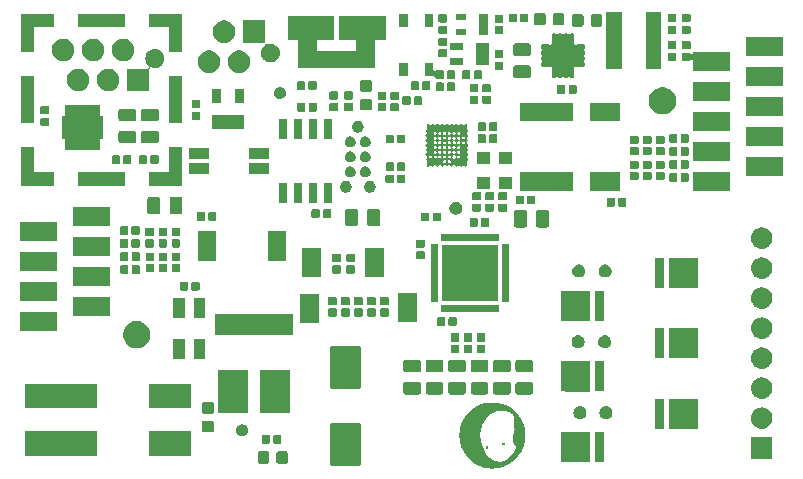
<source format=gbr>
G04 #@! TF.GenerationSoftware,KiCad,Pcbnew,5.0.2-bee76a0~70~ubuntu18.04.1*
G04 #@! TF.CreationDate,2019-12-20T19:05:30+01:00*
G04 #@! TF.ProjectId,board,626f6172-642e-46b6-9963-61645f706362,rev?*
G04 #@! TF.SameCoordinates,Original*
G04 #@! TF.FileFunction,Soldermask,Top*
G04 #@! TF.FilePolarity,Negative*
%FSLAX46Y46*%
G04 Gerber Fmt 4.6, Leading zero omitted, Abs format (unit mm)*
G04 Created by KiCad (PCBNEW 5.0.2-bee76a0~70~ubuntu18.04.1) date Fr 20 Dez 2019 19:05:30 CET*
%MOMM*%
%LPD*%
G01*
G04 APERTURE LIST*
%ADD10C,0.010000*%
%ADD11C,0.100000*%
G04 APERTURE END LIST*
D10*
G04 #@! TO.C,H5*
G36*
X134116510Y-136659041D02*
X134129587Y-136662432D01*
X134140891Y-136669561D01*
X134143235Y-136671484D01*
X134162535Y-136693321D01*
X134172462Y-136717798D01*
X134172769Y-136743707D01*
X134163284Y-136769704D01*
X134148855Y-136788798D01*
X134130380Y-136800264D01*
X134105867Y-136805149D01*
X134095071Y-136805499D01*
X134077672Y-136804886D01*
X134065998Y-136801873D01*
X134055637Y-136794697D01*
X134046746Y-136786198D01*
X134030121Y-136763308D01*
X134022779Y-136738373D01*
X134024675Y-136713145D01*
X134035762Y-136689375D01*
X134049702Y-136673890D01*
X134061556Y-136664693D01*
X134072873Y-136659972D01*
X134087973Y-136658308D01*
X134097510Y-136658179D01*
X134116510Y-136659041D01*
X134116510Y-136659041D01*
G37*
X134116510Y-136659041D02*
X134129587Y-136662432D01*
X134140891Y-136669561D01*
X134143235Y-136671484D01*
X134162535Y-136693321D01*
X134172462Y-136717798D01*
X134172769Y-136743707D01*
X134163284Y-136769704D01*
X134148855Y-136788798D01*
X134130380Y-136800264D01*
X134105867Y-136805149D01*
X134095071Y-136805499D01*
X134077672Y-136804886D01*
X134065998Y-136801873D01*
X134055637Y-136794697D01*
X134046746Y-136786198D01*
X134030121Y-136763308D01*
X134022779Y-136738373D01*
X134024675Y-136713145D01*
X134035762Y-136689375D01*
X134049702Y-136673890D01*
X134061556Y-136664693D01*
X134072873Y-136659972D01*
X134087973Y-136658308D01*
X134097510Y-136658179D01*
X134116510Y-136659041D01*
G36*
X132677309Y-136937865D02*
X132692397Y-136949272D01*
X132694632Y-136951549D01*
X132710840Y-136972015D01*
X132724146Y-136995127D01*
X132734238Y-137019287D01*
X132740804Y-137042899D01*
X132743534Y-137064365D01*
X132742117Y-137082089D01*
X132736240Y-137094474D01*
X132725593Y-137099922D01*
X132723583Y-137100042D01*
X132716162Y-137097629D01*
X132704661Y-137091641D01*
X132702940Y-137090610D01*
X132685942Y-137075847D01*
X132670210Y-137054340D01*
X132656760Y-137028622D01*
X132646607Y-137001228D01*
X132640764Y-136974693D01*
X132640248Y-136951552D01*
X132642846Y-136940534D01*
X132650265Y-136933013D01*
X132662509Y-136932284D01*
X132677309Y-136937865D01*
X132677309Y-136937865D01*
G37*
X132677309Y-136937865D02*
X132692397Y-136949272D01*
X132694632Y-136951549D01*
X132710840Y-136972015D01*
X132724146Y-136995127D01*
X132734238Y-137019287D01*
X132740804Y-137042899D01*
X132743534Y-137064365D01*
X132742117Y-137082089D01*
X132736240Y-137094474D01*
X132725593Y-137099922D01*
X132723583Y-137100042D01*
X132716162Y-137097629D01*
X132704661Y-137091641D01*
X132702940Y-137090610D01*
X132685942Y-137075847D01*
X132670210Y-137054340D01*
X132656760Y-137028622D01*
X132646607Y-137001228D01*
X132640764Y-136974693D01*
X132640248Y-136951552D01*
X132642846Y-136940534D01*
X132650265Y-136933013D01*
X132662509Y-136932284D01*
X132677309Y-136937865D01*
G36*
X133264254Y-133255597D02*
X133313146Y-133256973D01*
X133354634Y-133259166D01*
X133357091Y-133259343D01*
X133523573Y-133276556D01*
X133687699Y-133303558D01*
X133849106Y-133340175D01*
X134007432Y-133386236D01*
X134162313Y-133441567D01*
X134313388Y-133505995D01*
X134460294Y-133579349D01*
X134602667Y-133661454D01*
X134740147Y-133752138D01*
X134872369Y-133851229D01*
X134998971Y-133958553D01*
X135119591Y-134073938D01*
X135164331Y-134120445D01*
X135275231Y-134245741D01*
X135377695Y-134376619D01*
X135471609Y-134512833D01*
X135556857Y-134654136D01*
X135633328Y-134800283D01*
X135700907Y-134951030D01*
X135759480Y-135106129D01*
X135808933Y-135265335D01*
X135849153Y-135428404D01*
X135880027Y-135595088D01*
X135893870Y-135695519D01*
X135896531Y-135723553D01*
X135898899Y-135760097D01*
X135900950Y-135803504D01*
X135902661Y-135852127D01*
X135904011Y-135904318D01*
X135904974Y-135958432D01*
X135905530Y-136012820D01*
X135905653Y-136065837D01*
X135905322Y-136115836D01*
X135904514Y-136161168D01*
X135903205Y-136200189D01*
X135901372Y-136231250D01*
X135901364Y-136231348D01*
X135883268Y-136395677D01*
X135855366Y-136557886D01*
X135817867Y-136717575D01*
X135770980Y-136874344D01*
X135714911Y-137027792D01*
X135649869Y-137177519D01*
X135576063Y-137323125D01*
X135493701Y-137464210D01*
X135402990Y-137600372D01*
X135304138Y-137731212D01*
X135197355Y-137856330D01*
X135082848Y-137975324D01*
X134960825Y-138087795D01*
X134916670Y-138125304D01*
X134785182Y-138228103D01*
X134648399Y-138322309D01*
X134506663Y-138407783D01*
X134360318Y-138484383D01*
X134209706Y-138551969D01*
X134055171Y-138610401D01*
X133897056Y-138659538D01*
X133735704Y-138699239D01*
X133571458Y-138729364D01*
X133404661Y-138749773D01*
X133389063Y-138751169D01*
X133357448Y-138753360D01*
X133318116Y-138755222D01*
X133273180Y-138756730D01*
X133224752Y-138757855D01*
X133174945Y-138758573D01*
X133125872Y-138758856D01*
X133079645Y-138758679D01*
X133038377Y-138758015D01*
X133004181Y-138756838D01*
X132991537Y-138756126D01*
X132821905Y-138739981D01*
X132655221Y-138714247D01*
X132491751Y-138679038D01*
X132331759Y-138634468D01*
X132175510Y-138580651D01*
X132023270Y-138517702D01*
X131875304Y-138445735D01*
X131731876Y-138364864D01*
X131593251Y-138275204D01*
X131459695Y-138176868D01*
X131331473Y-138069970D01*
X131270112Y-138013975D01*
X131151722Y-137895806D01*
X131041322Y-137771510D01*
X130939084Y-137641449D01*
X130845181Y-137505987D01*
X130759786Y-137365485D01*
X130683072Y-137220308D01*
X130615213Y-137070819D01*
X130556380Y-136917380D01*
X130506747Y-136760355D01*
X130466487Y-136600107D01*
X130435773Y-136436999D01*
X130414778Y-136271393D01*
X130409327Y-136207107D01*
X130407078Y-136166182D01*
X130405649Y-136117723D01*
X130405001Y-136063680D01*
X130405097Y-136006004D01*
X130405688Y-135962219D01*
X132088709Y-135962219D01*
X132088930Y-136022806D01*
X132089643Y-136075194D01*
X132090997Y-136121337D01*
X132093139Y-136163188D01*
X132096219Y-136202702D01*
X132100384Y-136241834D01*
X132105782Y-136282537D01*
X132112562Y-136326766D01*
X132119526Y-136368619D01*
X132144164Y-136493706D01*
X132176015Y-136623723D01*
X132214487Y-136757094D01*
X132258989Y-136892245D01*
X132308928Y-137027599D01*
X132363712Y-137161583D01*
X132422750Y-137292622D01*
X132485448Y-137419140D01*
X132551216Y-137539562D01*
X132574981Y-137580199D01*
X132600693Y-137622089D01*
X132625235Y-137659009D01*
X132650301Y-137693102D01*
X132677582Y-137726516D01*
X132708770Y-137761394D01*
X132745557Y-137799883D01*
X132759080Y-137813607D01*
X132827382Y-137880002D01*
X132892875Y-137938278D01*
X132957023Y-137989533D01*
X133021288Y-138034866D01*
X133087135Y-138075375D01*
X133156026Y-138112159D01*
X133158468Y-138113371D01*
X133225708Y-138144570D01*
X133293366Y-138171530D01*
X133362661Y-138194513D01*
X133434815Y-138213780D01*
X133511051Y-138229592D01*
X133592589Y-138242210D01*
X133680650Y-138251894D01*
X133776457Y-138258907D01*
X133857144Y-138262682D01*
X133871311Y-138262004D01*
X133892017Y-138259544D01*
X133915885Y-138255744D01*
X133929189Y-138253234D01*
X134034969Y-138226908D01*
X134139070Y-138190663D01*
X134241583Y-138144459D01*
X134342602Y-138088255D01*
X134421558Y-138036654D01*
X134457791Y-138010382D01*
X134498699Y-137978987D01*
X134542848Y-137943703D01*
X134588807Y-137905765D01*
X134635142Y-137866406D01*
X134680420Y-137826860D01*
X134723208Y-137788362D01*
X134762073Y-137752146D01*
X134795583Y-137719445D01*
X134822200Y-137691608D01*
X134871921Y-137634510D01*
X134920869Y-137573772D01*
X134968185Y-137510711D01*
X135013011Y-137446641D01*
X135054489Y-137382878D01*
X135091759Y-137320739D01*
X135123963Y-137261539D01*
X135150242Y-137206593D01*
X135168390Y-137161099D01*
X135180009Y-137124622D01*
X135186512Y-137094859D01*
X135188134Y-137069885D01*
X135185109Y-137047777D01*
X135183072Y-137040594D01*
X135174742Y-137007122D01*
X135168017Y-136963789D01*
X135162888Y-136910521D01*
X135161400Y-136888419D01*
X135159757Y-136865224D01*
X135157934Y-136845766D01*
X135156170Y-136832293D01*
X135154891Y-136827218D01*
X135148828Y-136823030D01*
X135136304Y-136816755D01*
X135124056Y-136811433D01*
X135088034Y-136793744D01*
X135057893Y-136772050D01*
X135032898Y-136745272D01*
X135012315Y-136712335D01*
X134995410Y-136672160D01*
X134981449Y-136623672D01*
X134974574Y-136592139D01*
X134965952Y-136537923D01*
X134959715Y-136475238D01*
X134955846Y-136405486D01*
X134954331Y-136330070D01*
X134955153Y-136250392D01*
X134958297Y-136167856D01*
X134963747Y-136083863D01*
X134971487Y-135999817D01*
X134981501Y-135917120D01*
X134982234Y-135911796D01*
X134990526Y-135860560D01*
X135001694Y-135806462D01*
X135016142Y-135747820D01*
X135034279Y-135682951D01*
X135050350Y-135629833D01*
X135060844Y-135594535D01*
X135067592Y-135568162D01*
X135070699Y-135550237D01*
X135070473Y-135540933D01*
X135069835Y-135533756D01*
X135069116Y-135517278D01*
X135068333Y-135492361D01*
X135067505Y-135459865D01*
X135066650Y-135420647D01*
X135065786Y-135375570D01*
X135064930Y-135325492D01*
X135064101Y-135271274D01*
X135063317Y-135213775D01*
X135062867Y-135177359D01*
X135061942Y-135102805D01*
X135061021Y-135037375D01*
X135060052Y-134980033D01*
X135058986Y-134929741D01*
X135057771Y-134885464D01*
X135056357Y-134846167D01*
X135054694Y-134810811D01*
X135052729Y-134778361D01*
X135050413Y-134747782D01*
X135047696Y-134718036D01*
X135044525Y-134688087D01*
X135040852Y-134656900D01*
X135036624Y-134623437D01*
X135035258Y-134612934D01*
X135026293Y-134550472D01*
X135015480Y-134485121D01*
X135003506Y-134420711D01*
X134991059Y-134361070D01*
X134986044Y-134339159D01*
X134980037Y-134313679D01*
X134974702Y-134291017D01*
X134970562Y-134273404D01*
X134968143Y-134263074D01*
X134967942Y-134262212D01*
X134962357Y-134252535D01*
X134949613Y-134238079D01*
X134930902Y-134219851D01*
X134907416Y-134198859D01*
X134880348Y-134176109D01*
X134850890Y-134152610D01*
X134820234Y-134129369D01*
X134789572Y-134107393D01*
X134765743Y-134091337D01*
X134672506Y-134036500D01*
X134573209Y-133989604D01*
X134467728Y-133950604D01*
X134355942Y-133919454D01*
X134237728Y-133896112D01*
X134227263Y-133894468D01*
X134182640Y-133888933D01*
X134130389Y-133884672D01*
X134072966Y-133881728D01*
X134012827Y-133880147D01*
X133952430Y-133879975D01*
X133894232Y-133881255D01*
X133840689Y-133884033D01*
X133808163Y-133886803D01*
X133671148Y-133904815D01*
X133539732Y-133930187D01*
X133414217Y-133962802D01*
X133294908Y-134002546D01*
X133182105Y-134049301D01*
X133076113Y-134102953D01*
X132977234Y-134163386D01*
X132885771Y-134230483D01*
X132865150Y-134247404D01*
X132831961Y-134276423D01*
X132799569Y-134307367D01*
X132766478Y-134341809D01*
X132731192Y-134381317D01*
X132692215Y-134427463D01*
X132683360Y-134438219D01*
X132579749Y-134570671D01*
X132486222Y-134703126D01*
X132402701Y-134835736D01*
X132329111Y-134968655D01*
X132265376Y-135102037D01*
X132211420Y-135236037D01*
X132167167Y-135370806D01*
X132132540Y-135506500D01*
X132117182Y-135583759D01*
X132109705Y-135626903D01*
X132103630Y-135665500D01*
X132098818Y-135701391D01*
X132095130Y-135736416D01*
X132092428Y-135772416D01*
X132090573Y-135811230D01*
X132089428Y-135854701D01*
X132088852Y-135904668D01*
X132088709Y-135962219D01*
X130405688Y-135962219D01*
X130405899Y-135946643D01*
X130407369Y-135887550D01*
X130409467Y-135830674D01*
X130412157Y-135777966D01*
X130415399Y-135731376D01*
X130419157Y-135692854D01*
X130419425Y-135690619D01*
X130444899Y-135521087D01*
X130479571Y-135355865D01*
X130523472Y-135194877D01*
X130576635Y-135038051D01*
X130639092Y-134885313D01*
X130710873Y-134736589D01*
X130792012Y-134591805D01*
X130882540Y-134450887D01*
X130982489Y-134313761D01*
X131050000Y-134229657D01*
X131075097Y-134200673D01*
X131106303Y-134166503D01*
X131142097Y-134128667D01*
X131180959Y-134088686D01*
X131221366Y-134048082D01*
X131261798Y-134008377D01*
X131300733Y-133971090D01*
X131336651Y-133937744D01*
X131368029Y-133909859D01*
X131379641Y-133900016D01*
X131495969Y-133807702D01*
X131612978Y-133724014D01*
X131732829Y-133647525D01*
X131857679Y-133576809D01*
X131910783Y-133549169D01*
X132056044Y-133480456D01*
X132203296Y-133421015D01*
X132353388Y-133370589D01*
X132507167Y-133328923D01*
X132665483Y-133295762D01*
X132829185Y-133270850D01*
X132840603Y-133269441D01*
X132878517Y-133265650D01*
X132924630Y-133262372D01*
X132976991Y-133259644D01*
X133033649Y-133257505D01*
X133092655Y-133255993D01*
X133152058Y-133255145D01*
X133209908Y-133255001D01*
X133264254Y-133255597D01*
X133264254Y-133255597D01*
G37*
X133264254Y-133255597D02*
X133313146Y-133256973D01*
X133354634Y-133259166D01*
X133357091Y-133259343D01*
X133523573Y-133276556D01*
X133687699Y-133303558D01*
X133849106Y-133340175D01*
X134007432Y-133386236D01*
X134162313Y-133441567D01*
X134313388Y-133505995D01*
X134460294Y-133579349D01*
X134602667Y-133661454D01*
X134740147Y-133752138D01*
X134872369Y-133851229D01*
X134998971Y-133958553D01*
X135119591Y-134073938D01*
X135164331Y-134120445D01*
X135275231Y-134245741D01*
X135377695Y-134376619D01*
X135471609Y-134512833D01*
X135556857Y-134654136D01*
X135633328Y-134800283D01*
X135700907Y-134951030D01*
X135759480Y-135106129D01*
X135808933Y-135265335D01*
X135849153Y-135428404D01*
X135880027Y-135595088D01*
X135893870Y-135695519D01*
X135896531Y-135723553D01*
X135898899Y-135760097D01*
X135900950Y-135803504D01*
X135902661Y-135852127D01*
X135904011Y-135904318D01*
X135904974Y-135958432D01*
X135905530Y-136012820D01*
X135905653Y-136065837D01*
X135905322Y-136115836D01*
X135904514Y-136161168D01*
X135903205Y-136200189D01*
X135901372Y-136231250D01*
X135901364Y-136231348D01*
X135883268Y-136395677D01*
X135855366Y-136557886D01*
X135817867Y-136717575D01*
X135770980Y-136874344D01*
X135714911Y-137027792D01*
X135649869Y-137177519D01*
X135576063Y-137323125D01*
X135493701Y-137464210D01*
X135402990Y-137600372D01*
X135304138Y-137731212D01*
X135197355Y-137856330D01*
X135082848Y-137975324D01*
X134960825Y-138087795D01*
X134916670Y-138125304D01*
X134785182Y-138228103D01*
X134648399Y-138322309D01*
X134506663Y-138407783D01*
X134360318Y-138484383D01*
X134209706Y-138551969D01*
X134055171Y-138610401D01*
X133897056Y-138659538D01*
X133735704Y-138699239D01*
X133571458Y-138729364D01*
X133404661Y-138749773D01*
X133389063Y-138751169D01*
X133357448Y-138753360D01*
X133318116Y-138755222D01*
X133273180Y-138756730D01*
X133224752Y-138757855D01*
X133174945Y-138758573D01*
X133125872Y-138758856D01*
X133079645Y-138758679D01*
X133038377Y-138758015D01*
X133004181Y-138756838D01*
X132991537Y-138756126D01*
X132821905Y-138739981D01*
X132655221Y-138714247D01*
X132491751Y-138679038D01*
X132331759Y-138634468D01*
X132175510Y-138580651D01*
X132023270Y-138517702D01*
X131875304Y-138445735D01*
X131731876Y-138364864D01*
X131593251Y-138275204D01*
X131459695Y-138176868D01*
X131331473Y-138069970D01*
X131270112Y-138013975D01*
X131151722Y-137895806D01*
X131041322Y-137771510D01*
X130939084Y-137641449D01*
X130845181Y-137505987D01*
X130759786Y-137365485D01*
X130683072Y-137220308D01*
X130615213Y-137070819D01*
X130556380Y-136917380D01*
X130506747Y-136760355D01*
X130466487Y-136600107D01*
X130435773Y-136436999D01*
X130414778Y-136271393D01*
X130409327Y-136207107D01*
X130407078Y-136166182D01*
X130405649Y-136117723D01*
X130405001Y-136063680D01*
X130405097Y-136006004D01*
X130405688Y-135962219D01*
X132088709Y-135962219D01*
X132088930Y-136022806D01*
X132089643Y-136075194D01*
X132090997Y-136121337D01*
X132093139Y-136163188D01*
X132096219Y-136202702D01*
X132100384Y-136241834D01*
X132105782Y-136282537D01*
X132112562Y-136326766D01*
X132119526Y-136368619D01*
X132144164Y-136493706D01*
X132176015Y-136623723D01*
X132214487Y-136757094D01*
X132258989Y-136892245D01*
X132308928Y-137027599D01*
X132363712Y-137161583D01*
X132422750Y-137292622D01*
X132485448Y-137419140D01*
X132551216Y-137539562D01*
X132574981Y-137580199D01*
X132600693Y-137622089D01*
X132625235Y-137659009D01*
X132650301Y-137693102D01*
X132677582Y-137726516D01*
X132708770Y-137761394D01*
X132745557Y-137799883D01*
X132759080Y-137813607D01*
X132827382Y-137880002D01*
X132892875Y-137938278D01*
X132957023Y-137989533D01*
X133021288Y-138034866D01*
X133087135Y-138075375D01*
X133156026Y-138112159D01*
X133158468Y-138113371D01*
X133225708Y-138144570D01*
X133293366Y-138171530D01*
X133362661Y-138194513D01*
X133434815Y-138213780D01*
X133511051Y-138229592D01*
X133592589Y-138242210D01*
X133680650Y-138251894D01*
X133776457Y-138258907D01*
X133857144Y-138262682D01*
X133871311Y-138262004D01*
X133892017Y-138259544D01*
X133915885Y-138255744D01*
X133929189Y-138253234D01*
X134034969Y-138226908D01*
X134139070Y-138190663D01*
X134241583Y-138144459D01*
X134342602Y-138088255D01*
X134421558Y-138036654D01*
X134457791Y-138010382D01*
X134498699Y-137978987D01*
X134542848Y-137943703D01*
X134588807Y-137905765D01*
X134635142Y-137866406D01*
X134680420Y-137826860D01*
X134723208Y-137788362D01*
X134762073Y-137752146D01*
X134795583Y-137719445D01*
X134822200Y-137691608D01*
X134871921Y-137634510D01*
X134920869Y-137573772D01*
X134968185Y-137510711D01*
X135013011Y-137446641D01*
X135054489Y-137382878D01*
X135091759Y-137320739D01*
X135123963Y-137261539D01*
X135150242Y-137206593D01*
X135168390Y-137161099D01*
X135180009Y-137124622D01*
X135186512Y-137094859D01*
X135188134Y-137069885D01*
X135185109Y-137047777D01*
X135183072Y-137040594D01*
X135174742Y-137007122D01*
X135168017Y-136963789D01*
X135162888Y-136910521D01*
X135161400Y-136888419D01*
X135159757Y-136865224D01*
X135157934Y-136845766D01*
X135156170Y-136832293D01*
X135154891Y-136827218D01*
X135148828Y-136823030D01*
X135136304Y-136816755D01*
X135124056Y-136811433D01*
X135088034Y-136793744D01*
X135057893Y-136772050D01*
X135032898Y-136745272D01*
X135012315Y-136712335D01*
X134995410Y-136672160D01*
X134981449Y-136623672D01*
X134974574Y-136592139D01*
X134965952Y-136537923D01*
X134959715Y-136475238D01*
X134955846Y-136405486D01*
X134954331Y-136330070D01*
X134955153Y-136250392D01*
X134958297Y-136167856D01*
X134963747Y-136083863D01*
X134971487Y-135999817D01*
X134981501Y-135917120D01*
X134982234Y-135911796D01*
X134990526Y-135860560D01*
X135001694Y-135806462D01*
X135016142Y-135747820D01*
X135034279Y-135682951D01*
X135050350Y-135629833D01*
X135060844Y-135594535D01*
X135067592Y-135568162D01*
X135070699Y-135550237D01*
X135070473Y-135540933D01*
X135069835Y-135533756D01*
X135069116Y-135517278D01*
X135068333Y-135492361D01*
X135067505Y-135459865D01*
X135066650Y-135420647D01*
X135065786Y-135375570D01*
X135064930Y-135325492D01*
X135064101Y-135271274D01*
X135063317Y-135213775D01*
X135062867Y-135177359D01*
X135061942Y-135102805D01*
X135061021Y-135037375D01*
X135060052Y-134980033D01*
X135058986Y-134929741D01*
X135057771Y-134885464D01*
X135056357Y-134846167D01*
X135054694Y-134810811D01*
X135052729Y-134778361D01*
X135050413Y-134747782D01*
X135047696Y-134718036D01*
X135044525Y-134688087D01*
X135040852Y-134656900D01*
X135036624Y-134623437D01*
X135035258Y-134612934D01*
X135026293Y-134550472D01*
X135015480Y-134485121D01*
X135003506Y-134420711D01*
X134991059Y-134361070D01*
X134986044Y-134339159D01*
X134980037Y-134313679D01*
X134974702Y-134291017D01*
X134970562Y-134273404D01*
X134968143Y-134263074D01*
X134967942Y-134262212D01*
X134962357Y-134252535D01*
X134949613Y-134238079D01*
X134930902Y-134219851D01*
X134907416Y-134198859D01*
X134880348Y-134176109D01*
X134850890Y-134152610D01*
X134820234Y-134129369D01*
X134789572Y-134107393D01*
X134765743Y-134091337D01*
X134672506Y-134036500D01*
X134573209Y-133989604D01*
X134467728Y-133950604D01*
X134355942Y-133919454D01*
X134237728Y-133896112D01*
X134227263Y-133894468D01*
X134182640Y-133888933D01*
X134130389Y-133884672D01*
X134072966Y-133881728D01*
X134012827Y-133880147D01*
X133952430Y-133879975D01*
X133894232Y-133881255D01*
X133840689Y-133884033D01*
X133808163Y-133886803D01*
X133671148Y-133904815D01*
X133539732Y-133930187D01*
X133414217Y-133962802D01*
X133294908Y-134002546D01*
X133182105Y-134049301D01*
X133076113Y-134102953D01*
X132977234Y-134163386D01*
X132885771Y-134230483D01*
X132865150Y-134247404D01*
X132831961Y-134276423D01*
X132799569Y-134307367D01*
X132766478Y-134341809D01*
X132731192Y-134381317D01*
X132692215Y-134427463D01*
X132683360Y-134438219D01*
X132579749Y-134570671D01*
X132486222Y-134703126D01*
X132402701Y-134835736D01*
X132329111Y-134968655D01*
X132265376Y-135102037D01*
X132211420Y-135236037D01*
X132167167Y-135370806D01*
X132132540Y-135506500D01*
X132117182Y-135583759D01*
X132109705Y-135626903D01*
X132103630Y-135665500D01*
X132098818Y-135701391D01*
X132095130Y-135736416D01*
X132092428Y-135772416D01*
X132090573Y-135811230D01*
X132089428Y-135854701D01*
X132088852Y-135904668D01*
X132088709Y-135962219D01*
X130405688Y-135962219D01*
X130405899Y-135946643D01*
X130407369Y-135887550D01*
X130409467Y-135830674D01*
X130412157Y-135777966D01*
X130415399Y-135731376D01*
X130419157Y-135692854D01*
X130419425Y-135690619D01*
X130444899Y-135521087D01*
X130479571Y-135355865D01*
X130523472Y-135194877D01*
X130576635Y-135038051D01*
X130639092Y-134885313D01*
X130710873Y-134736589D01*
X130792012Y-134591805D01*
X130882540Y-134450887D01*
X130982489Y-134313761D01*
X131050000Y-134229657D01*
X131075097Y-134200673D01*
X131106303Y-134166503D01*
X131142097Y-134128667D01*
X131180959Y-134088686D01*
X131221366Y-134048082D01*
X131261798Y-134008377D01*
X131300733Y-133971090D01*
X131336651Y-133937744D01*
X131368029Y-133909859D01*
X131379641Y-133900016D01*
X131495969Y-133807702D01*
X131612978Y-133724014D01*
X131732829Y-133647525D01*
X131857679Y-133576809D01*
X131910783Y-133549169D01*
X132056044Y-133480456D01*
X132203296Y-133421015D01*
X132353388Y-133370589D01*
X132507167Y-133328923D01*
X132665483Y-133295762D01*
X132829185Y-133270850D01*
X132840603Y-133269441D01*
X132878517Y-133265650D01*
X132924630Y-133262372D01*
X132976991Y-133259644D01*
X133033649Y-133257505D01*
X133092655Y-133255993D01*
X133152058Y-133255145D01*
X133209908Y-133255001D01*
X133264254Y-133255597D01*
D11*
G36*
X121931935Y-134992671D02*
X121961874Y-135001753D01*
X121989469Y-135016503D01*
X122013651Y-135036349D01*
X122033497Y-135060531D01*
X122048247Y-135088126D01*
X122057329Y-135118065D01*
X122061000Y-135155340D01*
X122061000Y-138424660D01*
X122057329Y-138461935D01*
X122048247Y-138491874D01*
X122033497Y-138519469D01*
X122013651Y-138543651D01*
X121989469Y-138563497D01*
X121961874Y-138578247D01*
X121931935Y-138587329D01*
X121894660Y-138591000D01*
X119625340Y-138591000D01*
X119588065Y-138587329D01*
X119558126Y-138578247D01*
X119530531Y-138563497D01*
X119506349Y-138543651D01*
X119486503Y-138519469D01*
X119471753Y-138491874D01*
X119462671Y-138461935D01*
X119459000Y-138424660D01*
X119459000Y-135155340D01*
X119462671Y-135118065D01*
X119471753Y-135088126D01*
X119486503Y-135060531D01*
X119506349Y-135036349D01*
X119530531Y-135016503D01*
X119558126Y-135001753D01*
X119588065Y-134992671D01*
X119625340Y-134989000D01*
X121894660Y-134989000D01*
X121931935Y-134992671D01*
X121931935Y-134992671D01*
G37*
G36*
X115729591Y-137378085D02*
X115763569Y-137388393D01*
X115794887Y-137405133D01*
X115822339Y-137427661D01*
X115844867Y-137455113D01*
X115861607Y-137486431D01*
X115871915Y-137520409D01*
X115876000Y-137561890D01*
X115876000Y-138238110D01*
X115871915Y-138279591D01*
X115861607Y-138313569D01*
X115844867Y-138344887D01*
X115822339Y-138372339D01*
X115794887Y-138394867D01*
X115763569Y-138411607D01*
X115729591Y-138421915D01*
X115688110Y-138426000D01*
X115086890Y-138426000D01*
X115045409Y-138421915D01*
X115011431Y-138411607D01*
X114980113Y-138394867D01*
X114952661Y-138372339D01*
X114930133Y-138344887D01*
X114913393Y-138313569D01*
X114903085Y-138279591D01*
X114899000Y-138238110D01*
X114899000Y-137561890D01*
X114903085Y-137520409D01*
X114913393Y-137486431D01*
X114930133Y-137455113D01*
X114952661Y-137427661D01*
X114980113Y-137405133D01*
X115011431Y-137388393D01*
X115045409Y-137378085D01*
X115086890Y-137374000D01*
X115688110Y-137374000D01*
X115729591Y-137378085D01*
X115729591Y-137378085D01*
G37*
G36*
X114154591Y-137378085D02*
X114188569Y-137388393D01*
X114219887Y-137405133D01*
X114247339Y-137427661D01*
X114269867Y-137455113D01*
X114286607Y-137486431D01*
X114296915Y-137520409D01*
X114301000Y-137561890D01*
X114301000Y-138238110D01*
X114296915Y-138279591D01*
X114286607Y-138313569D01*
X114269867Y-138344887D01*
X114247339Y-138372339D01*
X114219887Y-138394867D01*
X114188569Y-138411607D01*
X114154591Y-138421915D01*
X114113110Y-138426000D01*
X113511890Y-138426000D01*
X113470409Y-138421915D01*
X113436431Y-138411607D01*
X113405113Y-138394867D01*
X113377661Y-138372339D01*
X113355133Y-138344887D01*
X113338393Y-138313569D01*
X113328085Y-138279591D01*
X113324000Y-138238110D01*
X113324000Y-137561890D01*
X113328085Y-137520409D01*
X113338393Y-137486431D01*
X113355133Y-137455113D01*
X113377661Y-137427661D01*
X113405113Y-137405133D01*
X113436431Y-137388393D01*
X113470409Y-137378085D01*
X113511890Y-137374000D01*
X114113110Y-137374000D01*
X114154591Y-137378085D01*
X114154591Y-137378085D01*
G37*
G36*
X141466000Y-138276000D02*
X139371951Y-138276000D01*
X139363386Y-138273402D01*
X139339000Y-138271000D01*
X139044000Y-138271000D01*
X139044000Y-135729000D01*
X139339000Y-135729000D01*
X139363386Y-135726598D01*
X139371951Y-135724000D01*
X141466000Y-135724000D01*
X141466000Y-138276000D01*
X141466000Y-138276000D01*
G37*
G36*
X142656000Y-138271000D02*
X141924000Y-138271000D01*
X141924000Y-135729000D01*
X142656000Y-135729000D01*
X142656000Y-138271000D01*
X142656000Y-138271000D01*
G37*
G36*
X156901000Y-138010200D02*
X155099000Y-138010200D01*
X155099000Y-136208200D01*
X156901000Y-136208200D01*
X156901000Y-138010200D01*
X156901000Y-138010200D01*
G37*
G36*
X107701000Y-137751000D02*
X104099000Y-137751000D01*
X104099000Y-135649000D01*
X107701000Y-135649000D01*
X107701000Y-137751000D01*
X107701000Y-137751000D01*
G37*
G36*
X99701000Y-137751000D02*
X93599000Y-137751000D01*
X93599000Y-135649000D01*
X99701000Y-135649000D01*
X99701000Y-137751000D01*
X99701000Y-137751000D01*
G37*
G36*
X114271938Y-136001716D02*
X114292556Y-136007970D01*
X114311556Y-136018126D01*
X114328208Y-136031792D01*
X114341874Y-136048444D01*
X114352030Y-136067444D01*
X114358284Y-136088062D01*
X114361000Y-136115640D01*
X114361000Y-136624360D01*
X114358284Y-136651938D01*
X114352030Y-136672556D01*
X114341874Y-136691556D01*
X114328208Y-136708208D01*
X114311556Y-136721874D01*
X114292556Y-136732030D01*
X114271938Y-136738284D01*
X114244360Y-136741000D01*
X113785640Y-136741000D01*
X113758062Y-136738284D01*
X113737444Y-136732030D01*
X113718444Y-136721874D01*
X113701792Y-136708208D01*
X113688126Y-136691556D01*
X113677970Y-136672556D01*
X113671716Y-136651938D01*
X113669000Y-136624360D01*
X113669000Y-136115640D01*
X113671716Y-136088062D01*
X113677970Y-136067444D01*
X113688126Y-136048444D01*
X113701792Y-136031792D01*
X113718444Y-136018126D01*
X113737444Y-136007970D01*
X113758062Y-136001716D01*
X113785640Y-135999000D01*
X114244360Y-135999000D01*
X114271938Y-136001716D01*
X114271938Y-136001716D01*
G37*
G36*
X115241938Y-136001716D02*
X115262556Y-136007970D01*
X115281556Y-136018126D01*
X115298208Y-136031792D01*
X115311874Y-136048444D01*
X115322030Y-136067444D01*
X115328284Y-136088062D01*
X115331000Y-136115640D01*
X115331000Y-136624360D01*
X115328284Y-136651938D01*
X115322030Y-136672556D01*
X115311874Y-136691556D01*
X115298208Y-136708208D01*
X115281556Y-136721874D01*
X115262556Y-136732030D01*
X115241938Y-136738284D01*
X115214360Y-136741000D01*
X114755640Y-136741000D01*
X114728062Y-136738284D01*
X114707444Y-136732030D01*
X114688444Y-136721874D01*
X114671792Y-136708208D01*
X114658126Y-136691556D01*
X114647970Y-136672556D01*
X114641716Y-136651938D01*
X114639000Y-136624360D01*
X114639000Y-136115640D01*
X114641716Y-136088062D01*
X114647970Y-136067444D01*
X114658126Y-136048444D01*
X114671792Y-136031792D01*
X114688444Y-136018126D01*
X114707444Y-136007970D01*
X114728062Y-136001716D01*
X114755640Y-135999000D01*
X115214360Y-135999000D01*
X115241938Y-136001716D01*
X115241938Y-136001716D01*
G37*
G36*
X112140064Y-135118065D02*
X112145845Y-135119215D01*
X112233059Y-135155340D01*
X112236839Y-135156906D01*
X112298994Y-135198437D01*
X112318734Y-135211627D01*
X112388373Y-135281266D01*
X112388375Y-135281269D01*
X112443094Y-135363161D01*
X112480785Y-135454155D01*
X112500000Y-135550754D01*
X112500000Y-135649246D01*
X112484136Y-135729000D01*
X112480785Y-135745845D01*
X112443095Y-135836837D01*
X112388373Y-135918734D01*
X112318734Y-135988373D01*
X112318731Y-135988375D01*
X112236839Y-136043094D01*
X112145845Y-136080785D01*
X112049246Y-136100000D01*
X111950754Y-136100000D01*
X111854155Y-136080785D01*
X111763161Y-136043094D01*
X111681269Y-135988375D01*
X111681266Y-135988373D01*
X111611627Y-135918734D01*
X111556905Y-135836837D01*
X111519215Y-135745845D01*
X111515864Y-135729000D01*
X111500000Y-135649246D01*
X111500000Y-135550754D01*
X111519215Y-135454155D01*
X111556906Y-135363161D01*
X111611625Y-135281269D01*
X111611627Y-135281266D01*
X111681266Y-135211627D01*
X111701006Y-135198437D01*
X111763161Y-135156906D01*
X111766942Y-135155340D01*
X111854155Y-135119215D01*
X111859936Y-135118065D01*
X111950754Y-135100000D01*
X112049246Y-135100000D01*
X112140064Y-135118065D01*
X112140064Y-135118065D01*
G37*
G36*
X109479591Y-134803085D02*
X109513569Y-134813393D01*
X109544887Y-134830133D01*
X109572339Y-134852661D01*
X109594867Y-134880113D01*
X109611607Y-134911431D01*
X109621915Y-134945409D01*
X109626000Y-134986890D01*
X109626000Y-135588110D01*
X109621915Y-135629591D01*
X109611607Y-135663569D01*
X109594867Y-135694887D01*
X109572339Y-135722339D01*
X109544887Y-135744867D01*
X109513569Y-135761607D01*
X109479591Y-135771915D01*
X109438110Y-135776000D01*
X108761890Y-135776000D01*
X108720409Y-135771915D01*
X108686431Y-135761607D01*
X108655113Y-135744867D01*
X108627661Y-135722339D01*
X108605133Y-135694887D01*
X108588393Y-135663569D01*
X108578085Y-135629591D01*
X108574000Y-135588110D01*
X108574000Y-134986890D01*
X108578085Y-134945409D01*
X108588393Y-134911431D01*
X108605133Y-134880113D01*
X108627661Y-134852661D01*
X108655113Y-134830133D01*
X108686431Y-134813393D01*
X108720409Y-134803085D01*
X108761890Y-134799000D01*
X109438110Y-134799000D01*
X109479591Y-134803085D01*
X109479591Y-134803085D01*
G37*
G36*
X150286614Y-132976598D02*
X150311000Y-132979000D01*
X150606000Y-132979000D01*
X150606000Y-135521000D01*
X150311000Y-135521000D01*
X150286614Y-135523402D01*
X150278049Y-135526000D01*
X148184000Y-135526000D01*
X148184000Y-132974000D01*
X150278049Y-132974000D01*
X150286614Y-132976598D01*
X150286614Y-132976598D01*
G37*
G36*
X147726000Y-135521000D02*
X146994000Y-135521000D01*
X146994000Y-132979000D01*
X147726000Y-132979000D01*
X147726000Y-135521000D01*
X147726000Y-135521000D01*
G37*
G36*
X156082963Y-133672012D02*
X156176627Y-133681237D01*
X156289853Y-133715584D01*
X156346467Y-133732757D01*
X156485087Y-133806852D01*
X156502991Y-133816422D01*
X156530507Y-133839004D01*
X156640186Y-133929014D01*
X156723448Y-134030471D01*
X156752778Y-134066209D01*
X156752779Y-134066211D01*
X156836443Y-134222733D01*
X156836443Y-134222734D01*
X156887963Y-134392573D01*
X156905359Y-134569200D01*
X156887963Y-134745827D01*
X156867467Y-134813393D01*
X156836443Y-134915667D01*
X156793718Y-134995599D01*
X156752778Y-135072191D01*
X156726147Y-135104641D01*
X156640186Y-135209386D01*
X156552595Y-135281269D01*
X156502991Y-135321978D01*
X156502989Y-135321979D01*
X156346467Y-135405643D01*
X156289853Y-135422816D01*
X156176627Y-135457163D01*
X156110442Y-135463682D01*
X156044260Y-135470200D01*
X155955740Y-135470200D01*
X155889558Y-135463682D01*
X155823373Y-135457163D01*
X155710147Y-135422816D01*
X155653533Y-135405643D01*
X155497011Y-135321979D01*
X155497009Y-135321978D01*
X155447405Y-135281269D01*
X155359814Y-135209386D01*
X155273853Y-135104641D01*
X155247222Y-135072191D01*
X155206282Y-134995599D01*
X155163557Y-134915667D01*
X155132533Y-134813393D01*
X155112037Y-134745827D01*
X155094641Y-134569200D01*
X155112037Y-134392573D01*
X155163557Y-134222734D01*
X155163557Y-134222733D01*
X155247221Y-134066211D01*
X155247222Y-134066209D01*
X155276552Y-134030471D01*
X155359814Y-133929014D01*
X155469493Y-133839004D01*
X155497009Y-133816422D01*
X155514913Y-133806852D01*
X155653533Y-133732757D01*
X155710147Y-133715584D01*
X155823373Y-133681237D01*
X155917037Y-133672012D01*
X155955740Y-133668200D01*
X156044260Y-133668200D01*
X156082963Y-133672012D01*
X156082963Y-133672012D01*
G37*
G36*
X142960721Y-133570174D02*
X143060995Y-133611709D01*
X143151245Y-133672012D01*
X143227988Y-133748755D01*
X143288291Y-133839005D01*
X143329826Y-133939279D01*
X143351000Y-134045730D01*
X143351000Y-134154270D01*
X143329826Y-134260721D01*
X143288291Y-134360995D01*
X143227988Y-134451245D01*
X143151245Y-134527988D01*
X143060995Y-134588291D01*
X142960721Y-134629826D01*
X142854270Y-134651000D01*
X142745730Y-134651000D01*
X142639279Y-134629826D01*
X142539005Y-134588291D01*
X142448755Y-134527988D01*
X142372012Y-134451245D01*
X142311709Y-134360995D01*
X142270174Y-134260721D01*
X142249000Y-134154270D01*
X142249000Y-134045730D01*
X142270174Y-133939279D01*
X142311709Y-133839005D01*
X142372012Y-133748755D01*
X142448755Y-133672012D01*
X142539005Y-133611709D01*
X142639279Y-133570174D01*
X142745730Y-133549000D01*
X142854270Y-133549000D01*
X142960721Y-133570174D01*
X142960721Y-133570174D01*
G37*
G36*
X140760721Y-133570174D02*
X140860995Y-133611709D01*
X140951245Y-133672012D01*
X141027988Y-133748755D01*
X141088291Y-133839005D01*
X141129826Y-133939279D01*
X141151000Y-134045730D01*
X141151000Y-134154270D01*
X141129826Y-134260721D01*
X141088291Y-134360995D01*
X141027988Y-134451245D01*
X140951245Y-134527988D01*
X140860995Y-134588291D01*
X140760721Y-134629826D01*
X140654270Y-134651000D01*
X140545730Y-134651000D01*
X140439279Y-134629826D01*
X140339005Y-134588291D01*
X140248755Y-134527988D01*
X140172012Y-134451245D01*
X140111709Y-134360995D01*
X140070174Y-134260721D01*
X140049000Y-134154270D01*
X140049000Y-134045730D01*
X140070174Y-133939279D01*
X140111709Y-133839005D01*
X140172012Y-133748755D01*
X140248755Y-133672012D01*
X140339005Y-133611709D01*
X140439279Y-133570174D01*
X140545730Y-133549000D01*
X140654270Y-133549000D01*
X140760721Y-133570174D01*
X140760721Y-133570174D01*
G37*
G36*
X109479591Y-133228085D02*
X109513569Y-133238393D01*
X109544887Y-133255133D01*
X109572339Y-133277661D01*
X109594867Y-133305113D01*
X109611607Y-133336431D01*
X109621915Y-133370409D01*
X109626000Y-133411890D01*
X109626000Y-134013110D01*
X109621915Y-134054591D01*
X109611607Y-134088569D01*
X109594867Y-134119887D01*
X109572339Y-134147339D01*
X109544887Y-134169867D01*
X109513569Y-134186607D01*
X109479591Y-134196915D01*
X109438110Y-134201000D01*
X108761890Y-134201000D01*
X108720409Y-134196915D01*
X108686431Y-134186607D01*
X108655113Y-134169867D01*
X108627661Y-134147339D01*
X108605133Y-134119887D01*
X108588393Y-134088569D01*
X108578085Y-134054591D01*
X108574000Y-134013110D01*
X108574000Y-133411890D01*
X108578085Y-133370409D01*
X108588393Y-133336431D01*
X108605133Y-133305113D01*
X108627661Y-133277661D01*
X108655113Y-133255133D01*
X108686431Y-133238393D01*
X108720409Y-133228085D01*
X108761890Y-133224000D01*
X109438110Y-133224000D01*
X109479591Y-133228085D01*
X109479591Y-133228085D01*
G37*
G36*
X112476000Y-134111000D02*
X109974000Y-134111000D01*
X109974000Y-130529000D01*
X112476000Y-130529000D01*
X112476000Y-134111000D01*
X112476000Y-134111000D01*
G37*
G36*
X116026000Y-134111000D02*
X113524000Y-134111000D01*
X113524000Y-130529000D01*
X116026000Y-130529000D01*
X116026000Y-134111000D01*
X116026000Y-134111000D01*
G37*
G36*
X107701000Y-133751000D02*
X104099000Y-133751000D01*
X104099000Y-131649000D01*
X107701000Y-131649000D01*
X107701000Y-133751000D01*
X107701000Y-133751000D01*
G37*
G36*
X99701000Y-133751000D02*
X93599000Y-133751000D01*
X93599000Y-131649000D01*
X99701000Y-131649000D01*
X99701000Y-133751000D01*
X99701000Y-133751000D01*
G37*
G36*
X156110442Y-131134718D02*
X156176627Y-131141237D01*
X156289853Y-131175584D01*
X156346467Y-131192757D01*
X156485087Y-131266852D01*
X156502991Y-131276422D01*
X156538729Y-131305752D01*
X156640186Y-131389014D01*
X156723448Y-131490471D01*
X156752778Y-131526209D01*
X156752779Y-131526211D01*
X156836443Y-131682733D01*
X156836443Y-131682734D01*
X156887963Y-131852573D01*
X156905359Y-132029200D01*
X156887963Y-132205827D01*
X156857348Y-132306750D01*
X156836443Y-132375667D01*
X156797706Y-132448137D01*
X156752778Y-132532191D01*
X156723448Y-132567929D01*
X156640186Y-132669386D01*
X156538729Y-132752648D01*
X156502991Y-132781978D01*
X156502989Y-132781979D01*
X156346467Y-132865643D01*
X156289853Y-132882816D01*
X156176627Y-132917163D01*
X156110442Y-132923682D01*
X156044260Y-132930200D01*
X155955740Y-132930200D01*
X155889558Y-132923682D01*
X155823373Y-132917163D01*
X155710147Y-132882816D01*
X155653533Y-132865643D01*
X155497011Y-132781979D01*
X155497009Y-132781978D01*
X155461271Y-132752648D01*
X155359814Y-132669386D01*
X155276552Y-132567929D01*
X155247222Y-132532191D01*
X155202294Y-132448137D01*
X155163557Y-132375667D01*
X155142652Y-132306750D01*
X155112037Y-132205827D01*
X155094641Y-132029200D01*
X155112037Y-131852573D01*
X155163557Y-131682734D01*
X155163557Y-131682733D01*
X155247221Y-131526211D01*
X155247222Y-131526209D01*
X155276552Y-131490471D01*
X155359814Y-131389014D01*
X155461271Y-131305752D01*
X155497009Y-131276422D01*
X155514913Y-131266852D01*
X155653533Y-131192757D01*
X155710147Y-131175584D01*
X155823373Y-131141237D01*
X155889558Y-131134718D01*
X155955740Y-131128200D01*
X156044260Y-131128200D01*
X156110442Y-131134718D01*
X156110442Y-131134718D01*
G37*
G36*
X130784466Y-131503565D02*
X130823137Y-131515296D01*
X130858779Y-131534348D01*
X130890017Y-131559983D01*
X130915652Y-131591221D01*
X130934704Y-131626863D01*
X130946435Y-131665534D01*
X130951000Y-131711888D01*
X130951000Y-132363112D01*
X130946435Y-132409466D01*
X130934704Y-132448137D01*
X130915652Y-132483779D01*
X130890017Y-132515017D01*
X130858779Y-132540652D01*
X130823137Y-132559704D01*
X130784466Y-132571435D01*
X130738112Y-132576000D01*
X129661888Y-132576000D01*
X129615534Y-132571435D01*
X129576863Y-132559704D01*
X129541221Y-132540652D01*
X129509983Y-132515017D01*
X129484348Y-132483779D01*
X129465296Y-132448137D01*
X129453565Y-132409466D01*
X129449000Y-132363112D01*
X129449000Y-131711888D01*
X129453565Y-131665534D01*
X129465296Y-131626863D01*
X129484348Y-131591221D01*
X129509983Y-131559983D01*
X129541221Y-131534348D01*
X129576863Y-131515296D01*
X129615534Y-131503565D01*
X129661888Y-131499000D01*
X130738112Y-131499000D01*
X130784466Y-131503565D01*
X130784466Y-131503565D01*
G37*
G36*
X132684466Y-131503565D02*
X132723137Y-131515296D01*
X132758779Y-131534348D01*
X132790017Y-131559983D01*
X132815652Y-131591221D01*
X132834704Y-131626863D01*
X132846435Y-131665534D01*
X132851000Y-131711888D01*
X132851000Y-132363112D01*
X132846435Y-132409466D01*
X132834704Y-132448137D01*
X132815652Y-132483779D01*
X132790017Y-132515017D01*
X132758779Y-132540652D01*
X132723137Y-132559704D01*
X132684466Y-132571435D01*
X132638112Y-132576000D01*
X131561888Y-132576000D01*
X131515534Y-132571435D01*
X131476863Y-132559704D01*
X131441221Y-132540652D01*
X131409983Y-132515017D01*
X131384348Y-132483779D01*
X131365296Y-132448137D01*
X131353565Y-132409466D01*
X131349000Y-132363112D01*
X131349000Y-131711888D01*
X131353565Y-131665534D01*
X131365296Y-131626863D01*
X131384348Y-131591221D01*
X131409983Y-131559983D01*
X131441221Y-131534348D01*
X131476863Y-131515296D01*
X131515534Y-131503565D01*
X131561888Y-131499000D01*
X132638112Y-131499000D01*
X132684466Y-131503565D01*
X132684466Y-131503565D01*
G37*
G36*
X134584466Y-131503565D02*
X134623137Y-131515296D01*
X134658779Y-131534348D01*
X134690017Y-131559983D01*
X134715652Y-131591221D01*
X134734704Y-131626863D01*
X134746435Y-131665534D01*
X134751000Y-131711888D01*
X134751000Y-132363112D01*
X134746435Y-132409466D01*
X134734704Y-132448137D01*
X134715652Y-132483779D01*
X134690017Y-132515017D01*
X134658779Y-132540652D01*
X134623137Y-132559704D01*
X134584466Y-132571435D01*
X134538112Y-132576000D01*
X133461888Y-132576000D01*
X133415534Y-132571435D01*
X133376863Y-132559704D01*
X133341221Y-132540652D01*
X133309983Y-132515017D01*
X133284348Y-132483779D01*
X133265296Y-132448137D01*
X133253565Y-132409466D01*
X133249000Y-132363112D01*
X133249000Y-131711888D01*
X133253565Y-131665534D01*
X133265296Y-131626863D01*
X133284348Y-131591221D01*
X133309983Y-131559983D01*
X133341221Y-131534348D01*
X133376863Y-131515296D01*
X133415534Y-131503565D01*
X133461888Y-131499000D01*
X134538112Y-131499000D01*
X134584466Y-131503565D01*
X134584466Y-131503565D01*
G37*
G36*
X128884466Y-131503565D02*
X128923137Y-131515296D01*
X128958779Y-131534348D01*
X128990017Y-131559983D01*
X129015652Y-131591221D01*
X129034704Y-131626863D01*
X129046435Y-131665534D01*
X129051000Y-131711888D01*
X129051000Y-132363112D01*
X129046435Y-132409466D01*
X129034704Y-132448137D01*
X129015652Y-132483779D01*
X128990017Y-132515017D01*
X128958779Y-132540652D01*
X128923137Y-132559704D01*
X128884466Y-132571435D01*
X128838112Y-132576000D01*
X127761888Y-132576000D01*
X127715534Y-132571435D01*
X127676863Y-132559704D01*
X127641221Y-132540652D01*
X127609983Y-132515017D01*
X127584348Y-132483779D01*
X127565296Y-132448137D01*
X127553565Y-132409466D01*
X127549000Y-132363112D01*
X127549000Y-131711888D01*
X127553565Y-131665534D01*
X127565296Y-131626863D01*
X127584348Y-131591221D01*
X127609983Y-131559983D01*
X127641221Y-131534348D01*
X127676863Y-131515296D01*
X127715534Y-131503565D01*
X127761888Y-131499000D01*
X128838112Y-131499000D01*
X128884466Y-131503565D01*
X128884466Y-131503565D01*
G37*
G36*
X136484466Y-131503565D02*
X136523137Y-131515296D01*
X136558779Y-131534348D01*
X136590017Y-131559983D01*
X136615652Y-131591221D01*
X136634704Y-131626863D01*
X136646435Y-131665534D01*
X136651000Y-131711888D01*
X136651000Y-132363112D01*
X136646435Y-132409466D01*
X136634704Y-132448137D01*
X136615652Y-132483779D01*
X136590017Y-132515017D01*
X136558779Y-132540652D01*
X136523137Y-132559704D01*
X136484466Y-132571435D01*
X136438112Y-132576000D01*
X135361888Y-132576000D01*
X135315534Y-132571435D01*
X135276863Y-132559704D01*
X135241221Y-132540652D01*
X135209983Y-132515017D01*
X135184348Y-132483779D01*
X135165296Y-132448137D01*
X135153565Y-132409466D01*
X135149000Y-132363112D01*
X135149000Y-131711888D01*
X135153565Y-131665534D01*
X135165296Y-131626863D01*
X135184348Y-131591221D01*
X135209983Y-131559983D01*
X135241221Y-131534348D01*
X135276863Y-131515296D01*
X135315534Y-131503565D01*
X135361888Y-131499000D01*
X136438112Y-131499000D01*
X136484466Y-131503565D01*
X136484466Y-131503565D01*
G37*
G36*
X126984466Y-131503565D02*
X127023137Y-131515296D01*
X127058779Y-131534348D01*
X127090017Y-131559983D01*
X127115652Y-131591221D01*
X127134704Y-131626863D01*
X127146435Y-131665534D01*
X127151000Y-131711888D01*
X127151000Y-132363112D01*
X127146435Y-132409466D01*
X127134704Y-132448137D01*
X127115652Y-132483779D01*
X127090017Y-132515017D01*
X127058779Y-132540652D01*
X127023137Y-132559704D01*
X126984466Y-132571435D01*
X126938112Y-132576000D01*
X125861888Y-132576000D01*
X125815534Y-132571435D01*
X125776863Y-132559704D01*
X125741221Y-132540652D01*
X125709983Y-132515017D01*
X125684348Y-132483779D01*
X125665296Y-132448137D01*
X125653565Y-132409466D01*
X125649000Y-132363112D01*
X125649000Y-131711888D01*
X125653565Y-131665534D01*
X125665296Y-131626863D01*
X125684348Y-131591221D01*
X125709983Y-131559983D01*
X125741221Y-131534348D01*
X125776863Y-131515296D01*
X125815534Y-131503565D01*
X125861888Y-131499000D01*
X126938112Y-131499000D01*
X126984466Y-131503565D01*
X126984466Y-131503565D01*
G37*
G36*
X141466000Y-132326000D02*
X139371951Y-132326000D01*
X139363386Y-132323402D01*
X139339000Y-132321000D01*
X139044000Y-132321000D01*
X139044000Y-129779000D01*
X139339000Y-129779000D01*
X139363386Y-129776598D01*
X139371951Y-129774000D01*
X141466000Y-129774000D01*
X141466000Y-132326000D01*
X141466000Y-132326000D01*
G37*
G36*
X142656000Y-132321000D02*
X141924000Y-132321000D01*
X141924000Y-129779000D01*
X142656000Y-129779000D01*
X142656000Y-132321000D01*
X142656000Y-132321000D01*
G37*
G36*
X121931935Y-128492671D02*
X121961874Y-128501753D01*
X121989469Y-128516503D01*
X122013651Y-128536349D01*
X122033497Y-128560531D01*
X122048247Y-128588126D01*
X122057329Y-128618065D01*
X122061000Y-128655340D01*
X122061000Y-131924660D01*
X122057329Y-131961935D01*
X122048247Y-131991874D01*
X122033497Y-132019469D01*
X122013651Y-132043651D01*
X121989469Y-132063497D01*
X121961874Y-132078247D01*
X121931935Y-132087329D01*
X121894660Y-132091000D01*
X119625340Y-132091000D01*
X119588065Y-132087329D01*
X119558126Y-132078247D01*
X119530531Y-132063497D01*
X119506349Y-132043651D01*
X119486503Y-132019469D01*
X119471753Y-131991874D01*
X119462671Y-131961935D01*
X119459000Y-131924660D01*
X119459000Y-128655340D01*
X119462671Y-128618065D01*
X119471753Y-128588126D01*
X119486503Y-128560531D01*
X119506349Y-128536349D01*
X119530531Y-128516503D01*
X119558126Y-128501753D01*
X119588065Y-128492671D01*
X119625340Y-128489000D01*
X121894660Y-128489000D01*
X121931935Y-128492671D01*
X121931935Y-128492671D01*
G37*
G36*
X130784466Y-129628565D02*
X130823137Y-129640296D01*
X130858779Y-129659348D01*
X130890017Y-129684983D01*
X130915652Y-129716221D01*
X130934704Y-129751863D01*
X130946435Y-129790534D01*
X130951000Y-129836888D01*
X130951000Y-130488112D01*
X130946435Y-130534466D01*
X130934704Y-130573137D01*
X130915652Y-130608779D01*
X130890017Y-130640017D01*
X130858779Y-130665652D01*
X130823137Y-130684704D01*
X130784466Y-130696435D01*
X130738112Y-130701000D01*
X129661888Y-130701000D01*
X129615534Y-130696435D01*
X129576863Y-130684704D01*
X129541221Y-130665652D01*
X129509983Y-130640017D01*
X129484348Y-130608779D01*
X129465296Y-130573137D01*
X129453565Y-130534466D01*
X129449000Y-130488112D01*
X129449000Y-129836888D01*
X129453565Y-129790534D01*
X129465296Y-129751863D01*
X129484348Y-129716221D01*
X129509983Y-129684983D01*
X129541221Y-129659348D01*
X129576863Y-129640296D01*
X129615534Y-129628565D01*
X129661888Y-129624000D01*
X130738112Y-129624000D01*
X130784466Y-129628565D01*
X130784466Y-129628565D01*
G37*
G36*
X136484466Y-129628565D02*
X136523137Y-129640296D01*
X136558779Y-129659348D01*
X136590017Y-129684983D01*
X136615652Y-129716221D01*
X136634704Y-129751863D01*
X136646435Y-129790534D01*
X136651000Y-129836888D01*
X136651000Y-130488112D01*
X136646435Y-130534466D01*
X136634704Y-130573137D01*
X136615652Y-130608779D01*
X136590017Y-130640017D01*
X136558779Y-130665652D01*
X136523137Y-130684704D01*
X136484466Y-130696435D01*
X136438112Y-130701000D01*
X135361888Y-130701000D01*
X135315534Y-130696435D01*
X135276863Y-130684704D01*
X135241221Y-130665652D01*
X135209983Y-130640017D01*
X135184348Y-130608779D01*
X135165296Y-130573137D01*
X135153565Y-130534466D01*
X135149000Y-130488112D01*
X135149000Y-129836888D01*
X135153565Y-129790534D01*
X135165296Y-129751863D01*
X135184348Y-129716221D01*
X135209983Y-129684983D01*
X135241221Y-129659348D01*
X135276863Y-129640296D01*
X135315534Y-129628565D01*
X135361888Y-129624000D01*
X136438112Y-129624000D01*
X136484466Y-129628565D01*
X136484466Y-129628565D01*
G37*
G36*
X126984466Y-129628565D02*
X127023137Y-129640296D01*
X127058779Y-129659348D01*
X127090017Y-129684983D01*
X127115652Y-129716221D01*
X127134704Y-129751863D01*
X127146435Y-129790534D01*
X127151000Y-129836888D01*
X127151000Y-130488112D01*
X127146435Y-130534466D01*
X127134704Y-130573137D01*
X127115652Y-130608779D01*
X127090017Y-130640017D01*
X127058779Y-130665652D01*
X127023137Y-130684704D01*
X126984466Y-130696435D01*
X126938112Y-130701000D01*
X125861888Y-130701000D01*
X125815534Y-130696435D01*
X125776863Y-130684704D01*
X125741221Y-130665652D01*
X125709983Y-130640017D01*
X125684348Y-130608779D01*
X125665296Y-130573137D01*
X125653565Y-130534466D01*
X125649000Y-130488112D01*
X125649000Y-129836888D01*
X125653565Y-129790534D01*
X125665296Y-129751863D01*
X125684348Y-129716221D01*
X125709983Y-129684983D01*
X125741221Y-129659348D01*
X125776863Y-129640296D01*
X125815534Y-129628565D01*
X125861888Y-129624000D01*
X126938112Y-129624000D01*
X126984466Y-129628565D01*
X126984466Y-129628565D01*
G37*
G36*
X132684466Y-129628565D02*
X132723137Y-129640296D01*
X132758779Y-129659348D01*
X132790017Y-129684983D01*
X132815652Y-129716221D01*
X132834704Y-129751863D01*
X132846435Y-129790534D01*
X132851000Y-129836888D01*
X132851000Y-130488112D01*
X132846435Y-130534466D01*
X132834704Y-130573137D01*
X132815652Y-130608779D01*
X132790017Y-130640017D01*
X132758779Y-130665652D01*
X132723137Y-130684704D01*
X132684466Y-130696435D01*
X132638112Y-130701000D01*
X131561888Y-130701000D01*
X131515534Y-130696435D01*
X131476863Y-130684704D01*
X131441221Y-130665652D01*
X131409983Y-130640017D01*
X131384348Y-130608779D01*
X131365296Y-130573137D01*
X131353565Y-130534466D01*
X131349000Y-130488112D01*
X131349000Y-129836888D01*
X131353565Y-129790534D01*
X131365296Y-129751863D01*
X131384348Y-129716221D01*
X131409983Y-129684983D01*
X131441221Y-129659348D01*
X131476863Y-129640296D01*
X131515534Y-129628565D01*
X131561888Y-129624000D01*
X132638112Y-129624000D01*
X132684466Y-129628565D01*
X132684466Y-129628565D01*
G37*
G36*
X134584466Y-129628565D02*
X134623137Y-129640296D01*
X134658779Y-129659348D01*
X134690017Y-129684983D01*
X134715652Y-129716221D01*
X134734704Y-129751863D01*
X134746435Y-129790534D01*
X134751000Y-129836888D01*
X134751000Y-130488112D01*
X134746435Y-130534466D01*
X134734704Y-130573137D01*
X134715652Y-130608779D01*
X134690017Y-130640017D01*
X134658779Y-130665652D01*
X134623137Y-130684704D01*
X134584466Y-130696435D01*
X134538112Y-130701000D01*
X133461888Y-130701000D01*
X133415534Y-130696435D01*
X133376863Y-130684704D01*
X133341221Y-130665652D01*
X133309983Y-130640017D01*
X133284348Y-130608779D01*
X133265296Y-130573137D01*
X133253565Y-130534466D01*
X133249000Y-130488112D01*
X133249000Y-129836888D01*
X133253565Y-129790534D01*
X133265296Y-129751863D01*
X133284348Y-129716221D01*
X133309983Y-129684983D01*
X133341221Y-129659348D01*
X133376863Y-129640296D01*
X133415534Y-129628565D01*
X133461888Y-129624000D01*
X134538112Y-129624000D01*
X134584466Y-129628565D01*
X134584466Y-129628565D01*
G37*
G36*
X128884466Y-129628565D02*
X128923137Y-129640296D01*
X128958779Y-129659348D01*
X128990017Y-129684983D01*
X129015652Y-129716221D01*
X129034704Y-129751863D01*
X129046435Y-129790534D01*
X129051000Y-129836888D01*
X129051000Y-130488112D01*
X129046435Y-130534466D01*
X129034704Y-130573137D01*
X129015652Y-130608779D01*
X128990017Y-130640017D01*
X128958779Y-130665652D01*
X128923137Y-130684704D01*
X128884466Y-130696435D01*
X128838112Y-130701000D01*
X127761888Y-130701000D01*
X127715534Y-130696435D01*
X127676863Y-130684704D01*
X127641221Y-130665652D01*
X127609983Y-130640017D01*
X127584348Y-130608779D01*
X127565296Y-130573137D01*
X127553565Y-130534466D01*
X127549000Y-130488112D01*
X127549000Y-129836888D01*
X127553565Y-129790534D01*
X127565296Y-129751863D01*
X127584348Y-129716221D01*
X127609983Y-129684983D01*
X127641221Y-129659348D01*
X127676863Y-129640296D01*
X127715534Y-129628565D01*
X127761888Y-129624000D01*
X128838112Y-129624000D01*
X128884466Y-129628565D01*
X128884466Y-129628565D01*
G37*
G36*
X156110443Y-128594719D02*
X156176627Y-128601237D01*
X156270869Y-128629825D01*
X156346467Y-128652757D01*
X156431927Y-128698437D01*
X156502991Y-128736422D01*
X156538729Y-128765752D01*
X156640186Y-128849014D01*
X156718433Y-128944360D01*
X156752778Y-128986209D01*
X156752779Y-128986211D01*
X156836443Y-129142733D01*
X156836443Y-129142734D01*
X156887963Y-129312573D01*
X156905359Y-129489200D01*
X156887963Y-129665827D01*
X156872676Y-129716221D01*
X156836443Y-129835667D01*
X156762348Y-129974287D01*
X156752778Y-129992191D01*
X156723448Y-130027929D01*
X156640186Y-130129386D01*
X156538729Y-130212648D01*
X156502991Y-130241978D01*
X156502989Y-130241979D01*
X156346467Y-130325643D01*
X156289853Y-130342816D01*
X156176627Y-130377163D01*
X156110442Y-130383682D01*
X156044260Y-130390200D01*
X155955740Y-130390200D01*
X155889558Y-130383682D01*
X155823373Y-130377163D01*
X155710147Y-130342816D01*
X155653533Y-130325643D01*
X155497011Y-130241979D01*
X155497009Y-130241978D01*
X155461271Y-130212648D01*
X155359814Y-130129386D01*
X155276552Y-130027929D01*
X155247222Y-129992191D01*
X155237652Y-129974287D01*
X155163557Y-129835667D01*
X155127324Y-129716221D01*
X155112037Y-129665827D01*
X155094641Y-129489200D01*
X155112037Y-129312573D01*
X155163557Y-129142734D01*
X155163557Y-129142733D01*
X155247221Y-128986211D01*
X155247222Y-128986209D01*
X155281567Y-128944360D01*
X155359814Y-128849014D01*
X155461271Y-128765752D01*
X155497009Y-128736422D01*
X155568073Y-128698437D01*
X155653533Y-128652757D01*
X155729131Y-128629825D01*
X155823373Y-128601237D01*
X155889557Y-128594719D01*
X155955740Y-128588200D01*
X156044260Y-128588200D01*
X156110443Y-128594719D01*
X156110443Y-128594719D01*
G37*
G36*
X108881000Y-129611000D02*
X107929000Y-129611000D01*
X107929000Y-127909000D01*
X108881000Y-127909000D01*
X108881000Y-129611000D01*
X108881000Y-129611000D01*
G37*
G36*
X107131000Y-129611000D02*
X106179000Y-129611000D01*
X106179000Y-127909000D01*
X107131000Y-127909000D01*
X107131000Y-129611000D01*
X107131000Y-129611000D01*
G37*
G36*
X150286614Y-126976598D02*
X150311000Y-126979000D01*
X150606000Y-126979000D01*
X150606000Y-129521000D01*
X150311000Y-129521000D01*
X150286614Y-129523402D01*
X150278049Y-129526000D01*
X148184000Y-129526000D01*
X148184000Y-126974000D01*
X150278049Y-126974000D01*
X150286614Y-126976598D01*
X150286614Y-126976598D01*
G37*
G36*
X147726000Y-129521000D02*
X146994000Y-129521000D01*
X146994000Y-126979000D01*
X147726000Y-126979000D01*
X147726000Y-129521000D01*
X147726000Y-129521000D01*
G37*
G36*
X132511938Y-128371716D02*
X132532556Y-128377970D01*
X132551556Y-128388126D01*
X132568208Y-128401792D01*
X132581874Y-128418444D01*
X132592030Y-128437444D01*
X132598284Y-128458062D01*
X132601000Y-128485640D01*
X132601000Y-128944360D01*
X132598284Y-128971938D01*
X132592030Y-128992556D01*
X132581874Y-129011556D01*
X132568208Y-129028208D01*
X132551556Y-129041874D01*
X132532556Y-129052030D01*
X132511938Y-129058284D01*
X132484360Y-129061000D01*
X131975640Y-129061000D01*
X131948062Y-129058284D01*
X131927444Y-129052030D01*
X131908444Y-129041874D01*
X131891792Y-129028208D01*
X131878126Y-129011556D01*
X131867970Y-128992556D01*
X131861716Y-128971938D01*
X131859000Y-128944360D01*
X131859000Y-128485640D01*
X131861716Y-128458062D01*
X131867970Y-128437444D01*
X131878126Y-128418444D01*
X131891792Y-128401792D01*
X131908444Y-128388126D01*
X131927444Y-128377970D01*
X131948062Y-128371716D01*
X131975640Y-128369000D01*
X132484360Y-128369000D01*
X132511938Y-128371716D01*
X132511938Y-128371716D01*
G37*
G36*
X131411938Y-128371716D02*
X131432556Y-128377970D01*
X131451556Y-128388126D01*
X131468208Y-128401792D01*
X131481874Y-128418444D01*
X131492030Y-128437444D01*
X131498284Y-128458062D01*
X131501000Y-128485640D01*
X131501000Y-128944360D01*
X131498284Y-128971938D01*
X131492030Y-128992556D01*
X131481874Y-129011556D01*
X131468208Y-129028208D01*
X131451556Y-129041874D01*
X131432556Y-129052030D01*
X131411938Y-129058284D01*
X131384360Y-129061000D01*
X130875640Y-129061000D01*
X130848062Y-129058284D01*
X130827444Y-129052030D01*
X130808444Y-129041874D01*
X130791792Y-129028208D01*
X130778126Y-129011556D01*
X130767970Y-128992556D01*
X130761716Y-128971938D01*
X130759000Y-128944360D01*
X130759000Y-128485640D01*
X130761716Y-128458062D01*
X130767970Y-128437444D01*
X130778126Y-128418444D01*
X130791792Y-128401792D01*
X130808444Y-128388126D01*
X130827444Y-128377970D01*
X130848062Y-128371716D01*
X130875640Y-128369000D01*
X131384360Y-128369000D01*
X131411938Y-128371716D01*
X131411938Y-128371716D01*
G37*
G36*
X130311938Y-128371716D02*
X130332556Y-128377970D01*
X130351556Y-128388126D01*
X130368208Y-128401792D01*
X130381874Y-128418444D01*
X130392030Y-128437444D01*
X130398284Y-128458062D01*
X130401000Y-128485640D01*
X130401000Y-128944360D01*
X130398284Y-128971938D01*
X130392030Y-128992556D01*
X130381874Y-129011556D01*
X130368208Y-129028208D01*
X130351556Y-129041874D01*
X130332556Y-129052030D01*
X130311938Y-129058284D01*
X130284360Y-129061000D01*
X129775640Y-129061000D01*
X129748062Y-129058284D01*
X129727444Y-129052030D01*
X129708444Y-129041874D01*
X129691792Y-129028208D01*
X129678126Y-129011556D01*
X129667970Y-128992556D01*
X129661716Y-128971938D01*
X129659000Y-128944360D01*
X129659000Y-128485640D01*
X129661716Y-128458062D01*
X129667970Y-128437444D01*
X129678126Y-128418444D01*
X129691792Y-128401792D01*
X129708444Y-128388126D01*
X129727444Y-128377970D01*
X129748062Y-128371716D01*
X129775640Y-128369000D01*
X130284360Y-128369000D01*
X130311938Y-128371716D01*
X130311938Y-128371716D01*
G37*
G36*
X103405734Y-126393232D02*
X103615202Y-126479996D01*
X103803723Y-126605962D01*
X103964038Y-126766277D01*
X104090004Y-126954798D01*
X104176768Y-127164266D01*
X104221000Y-127386635D01*
X104221000Y-127613365D01*
X104176768Y-127835734D01*
X104090004Y-128045202D01*
X103964038Y-128233723D01*
X103803723Y-128394038D01*
X103615202Y-128520004D01*
X103405734Y-128606768D01*
X103183365Y-128651000D01*
X102956635Y-128651000D01*
X102734266Y-128606768D01*
X102524798Y-128520004D01*
X102336277Y-128394038D01*
X102175962Y-128233723D01*
X102049996Y-128045202D01*
X101963232Y-127835734D01*
X101919000Y-127613365D01*
X101919000Y-127386635D01*
X101963232Y-127164266D01*
X102049996Y-126954798D01*
X102175962Y-126766277D01*
X102336277Y-126605962D01*
X102524798Y-126479996D01*
X102734266Y-126393232D01*
X102956635Y-126349000D01*
X103183365Y-126349000D01*
X103405734Y-126393232D01*
X103405734Y-126393232D01*
G37*
G36*
X142860721Y-127570174D02*
X142960995Y-127611709D01*
X143051245Y-127672012D01*
X143127988Y-127748755D01*
X143188291Y-127839005D01*
X143229826Y-127939279D01*
X143251000Y-128045730D01*
X143251000Y-128154270D01*
X143229826Y-128260721D01*
X143188291Y-128360995D01*
X143127988Y-128451245D01*
X143051245Y-128527988D01*
X142960995Y-128588291D01*
X142860721Y-128629826D01*
X142754270Y-128651000D01*
X142645730Y-128651000D01*
X142539279Y-128629826D01*
X142439005Y-128588291D01*
X142348755Y-128527988D01*
X142272012Y-128451245D01*
X142211709Y-128360995D01*
X142170174Y-128260721D01*
X142149000Y-128154270D01*
X142149000Y-128045730D01*
X142170174Y-127939279D01*
X142211709Y-127839005D01*
X142272012Y-127748755D01*
X142348755Y-127672012D01*
X142439005Y-127611709D01*
X142539279Y-127570174D01*
X142645730Y-127549000D01*
X142754270Y-127549000D01*
X142860721Y-127570174D01*
X142860721Y-127570174D01*
G37*
G36*
X140608721Y-127570174D02*
X140708995Y-127611709D01*
X140799245Y-127672012D01*
X140875988Y-127748755D01*
X140936291Y-127839005D01*
X140977826Y-127939279D01*
X140999000Y-128045730D01*
X140999000Y-128154270D01*
X140977826Y-128260721D01*
X140936291Y-128360995D01*
X140875988Y-128451245D01*
X140799245Y-128527988D01*
X140708995Y-128588291D01*
X140608721Y-128629826D01*
X140502270Y-128651000D01*
X140393730Y-128651000D01*
X140287279Y-128629826D01*
X140187005Y-128588291D01*
X140096755Y-128527988D01*
X140020012Y-128451245D01*
X139959709Y-128360995D01*
X139918174Y-128260721D01*
X139897000Y-128154270D01*
X139897000Y-128045730D01*
X139918174Y-127939279D01*
X139959709Y-127839005D01*
X140020012Y-127748755D01*
X140096755Y-127672012D01*
X140187005Y-127611709D01*
X140287279Y-127570174D01*
X140393730Y-127549000D01*
X140502270Y-127549000D01*
X140608721Y-127570174D01*
X140608721Y-127570174D01*
G37*
G36*
X130311938Y-127401716D02*
X130332556Y-127407970D01*
X130351556Y-127418126D01*
X130368208Y-127431792D01*
X130381874Y-127448444D01*
X130392030Y-127467444D01*
X130398284Y-127488062D01*
X130401000Y-127515640D01*
X130401000Y-127974360D01*
X130398284Y-128001938D01*
X130392030Y-128022556D01*
X130381874Y-128041556D01*
X130368208Y-128058208D01*
X130351556Y-128071874D01*
X130332556Y-128082030D01*
X130311938Y-128088284D01*
X130284360Y-128091000D01*
X129775640Y-128091000D01*
X129748062Y-128088284D01*
X129727444Y-128082030D01*
X129708444Y-128071874D01*
X129691792Y-128058208D01*
X129678126Y-128041556D01*
X129667970Y-128022556D01*
X129661716Y-128001938D01*
X129659000Y-127974360D01*
X129659000Y-127515640D01*
X129661716Y-127488062D01*
X129667970Y-127467444D01*
X129678126Y-127448444D01*
X129691792Y-127431792D01*
X129708444Y-127418126D01*
X129727444Y-127407970D01*
X129748062Y-127401716D01*
X129775640Y-127399000D01*
X130284360Y-127399000D01*
X130311938Y-127401716D01*
X130311938Y-127401716D01*
G37*
G36*
X131411938Y-127401716D02*
X131432556Y-127407970D01*
X131451556Y-127418126D01*
X131468208Y-127431792D01*
X131481874Y-127448444D01*
X131492030Y-127467444D01*
X131498284Y-127488062D01*
X131501000Y-127515640D01*
X131501000Y-127974360D01*
X131498284Y-128001938D01*
X131492030Y-128022556D01*
X131481874Y-128041556D01*
X131468208Y-128058208D01*
X131451556Y-128071874D01*
X131432556Y-128082030D01*
X131411938Y-128088284D01*
X131384360Y-128091000D01*
X130875640Y-128091000D01*
X130848062Y-128088284D01*
X130827444Y-128082030D01*
X130808444Y-128071874D01*
X130791792Y-128058208D01*
X130778126Y-128041556D01*
X130767970Y-128022556D01*
X130761716Y-128001938D01*
X130759000Y-127974360D01*
X130759000Y-127515640D01*
X130761716Y-127488062D01*
X130767970Y-127467444D01*
X130778126Y-127448444D01*
X130791792Y-127431792D01*
X130808444Y-127418126D01*
X130827444Y-127407970D01*
X130848062Y-127401716D01*
X130875640Y-127399000D01*
X131384360Y-127399000D01*
X131411938Y-127401716D01*
X131411938Y-127401716D01*
G37*
G36*
X132511938Y-127401716D02*
X132532556Y-127407970D01*
X132551556Y-127418126D01*
X132568208Y-127431792D01*
X132581874Y-127448444D01*
X132592030Y-127467444D01*
X132598284Y-127488062D01*
X132601000Y-127515640D01*
X132601000Y-127974360D01*
X132598284Y-128001938D01*
X132592030Y-128022556D01*
X132581874Y-128041556D01*
X132568208Y-128058208D01*
X132551556Y-128071874D01*
X132532556Y-128082030D01*
X132511938Y-128088284D01*
X132484360Y-128091000D01*
X131975640Y-128091000D01*
X131948062Y-128088284D01*
X131927444Y-128082030D01*
X131908444Y-128071874D01*
X131891792Y-128058208D01*
X131878126Y-128041556D01*
X131867970Y-128022556D01*
X131861716Y-128001938D01*
X131859000Y-127974360D01*
X131859000Y-127515640D01*
X131861716Y-127488062D01*
X131867970Y-127467444D01*
X131878126Y-127448444D01*
X131891792Y-127431792D01*
X131908444Y-127418126D01*
X131927444Y-127407970D01*
X131948062Y-127401716D01*
X131975640Y-127399000D01*
X132484360Y-127399000D01*
X132511938Y-127401716D01*
X132511938Y-127401716D01*
G37*
G36*
X156100071Y-126053697D02*
X156176627Y-126061237D01*
X156281286Y-126092985D01*
X156346467Y-126112757D01*
X156485087Y-126186852D01*
X156502991Y-126196422D01*
X156504354Y-126197541D01*
X156640186Y-126309014D01*
X156709301Y-126393232D01*
X156752778Y-126446209D01*
X156752779Y-126446211D01*
X156836443Y-126602733D01*
X156836443Y-126602734D01*
X156887963Y-126772573D01*
X156905359Y-126949200D01*
X156887963Y-127125827D01*
X156853616Y-127239053D01*
X156836443Y-127295667D01*
X156779758Y-127401716D01*
X156752778Y-127452191D01*
X156740260Y-127467444D01*
X156640186Y-127589386D01*
X156539507Y-127672010D01*
X156502991Y-127701978D01*
X156502989Y-127701979D01*
X156346467Y-127785643D01*
X156289853Y-127802816D01*
X156176627Y-127837163D01*
X156110442Y-127843682D01*
X156044260Y-127850200D01*
X155955740Y-127850200D01*
X155889558Y-127843682D01*
X155823373Y-127837163D01*
X155710147Y-127802816D01*
X155653533Y-127785643D01*
X155497011Y-127701979D01*
X155497009Y-127701978D01*
X155460493Y-127672010D01*
X155359814Y-127589386D01*
X155259740Y-127467444D01*
X155247222Y-127452191D01*
X155220242Y-127401716D01*
X155163557Y-127295667D01*
X155146384Y-127239053D01*
X155112037Y-127125827D01*
X155094641Y-126949200D01*
X155112037Y-126772573D01*
X155163557Y-126602734D01*
X155163557Y-126602733D01*
X155247221Y-126446211D01*
X155247222Y-126446209D01*
X155290699Y-126393232D01*
X155359814Y-126309014D01*
X155495646Y-126197541D01*
X155497009Y-126196422D01*
X155514913Y-126186852D01*
X155653533Y-126112757D01*
X155718714Y-126092985D01*
X155823373Y-126061237D01*
X155899929Y-126053697D01*
X155955740Y-126048200D01*
X156044260Y-126048200D01*
X156100071Y-126053697D01*
X156100071Y-126053697D01*
G37*
G36*
X116301000Y-127501000D02*
X109699000Y-127501000D01*
X109699000Y-125799000D01*
X116301000Y-125799000D01*
X116301000Y-127501000D01*
X116301000Y-127501000D01*
G37*
G36*
X96325000Y-127240000D02*
X93175000Y-127240000D01*
X93175000Y-125590000D01*
X96325000Y-125590000D01*
X96325000Y-127240000D01*
X96325000Y-127240000D01*
G37*
G36*
X129108957Y-126027257D02*
X129129575Y-126033511D01*
X129148575Y-126043667D01*
X129165227Y-126057333D01*
X129178893Y-126073985D01*
X129189049Y-126092985D01*
X129195303Y-126113603D01*
X129198019Y-126141181D01*
X129198019Y-126649901D01*
X129195303Y-126677479D01*
X129189049Y-126698097D01*
X129178893Y-126717097D01*
X129165227Y-126733749D01*
X129148575Y-126747415D01*
X129129575Y-126757571D01*
X129108957Y-126763825D01*
X129081379Y-126766541D01*
X128622659Y-126766541D01*
X128595081Y-126763825D01*
X128574463Y-126757571D01*
X128555463Y-126747415D01*
X128538811Y-126733749D01*
X128525145Y-126717097D01*
X128514989Y-126698097D01*
X128508735Y-126677479D01*
X128506019Y-126649901D01*
X128506019Y-126141181D01*
X128508735Y-126113603D01*
X128514989Y-126092985D01*
X128525145Y-126073985D01*
X128538811Y-126057333D01*
X128555463Y-126043667D01*
X128574463Y-126033511D01*
X128595081Y-126027257D01*
X128622659Y-126024541D01*
X129081379Y-126024541D01*
X129108957Y-126027257D01*
X129108957Y-126027257D01*
G37*
G36*
X130078957Y-126027257D02*
X130099575Y-126033511D01*
X130118575Y-126043667D01*
X130135227Y-126057333D01*
X130148893Y-126073985D01*
X130159049Y-126092985D01*
X130165303Y-126113603D01*
X130168019Y-126141181D01*
X130168019Y-126649901D01*
X130165303Y-126677479D01*
X130159049Y-126698097D01*
X130148893Y-126717097D01*
X130135227Y-126733749D01*
X130118575Y-126747415D01*
X130099575Y-126757571D01*
X130078957Y-126763825D01*
X130051379Y-126766541D01*
X129592659Y-126766541D01*
X129565081Y-126763825D01*
X129544463Y-126757571D01*
X129525463Y-126747415D01*
X129508811Y-126733749D01*
X129495145Y-126717097D01*
X129484989Y-126698097D01*
X129478735Y-126677479D01*
X129476019Y-126649901D01*
X129476019Y-126141181D01*
X129478735Y-126113603D01*
X129484989Y-126092985D01*
X129495145Y-126073985D01*
X129508811Y-126057333D01*
X129525463Y-126043667D01*
X129544463Y-126033511D01*
X129565081Y-126027257D01*
X129592659Y-126024541D01*
X130051379Y-126024541D01*
X130078957Y-126027257D01*
X130078957Y-126027257D01*
G37*
G36*
X118501000Y-126501000D02*
X116899000Y-126501000D01*
X116899000Y-124099000D01*
X118501000Y-124099000D01*
X118501000Y-126501000D01*
X118501000Y-126501000D01*
G37*
G36*
X126801000Y-126401000D02*
X125199000Y-126401000D01*
X125199000Y-123999000D01*
X126801000Y-123999000D01*
X126801000Y-126401000D01*
X126801000Y-126401000D01*
G37*
G36*
X141466000Y-126331000D02*
X139371951Y-126331000D01*
X139363386Y-126328402D01*
X139339000Y-126326000D01*
X139044000Y-126326000D01*
X139044000Y-123784000D01*
X139339000Y-123784000D01*
X139363386Y-123781598D01*
X139371951Y-123779000D01*
X141466000Y-123779000D01*
X141466000Y-126331000D01*
X141466000Y-126331000D01*
G37*
G36*
X142656000Y-126326000D02*
X141924000Y-126326000D01*
X141924000Y-123784000D01*
X142656000Y-123784000D01*
X142656000Y-126326000D01*
X142656000Y-126326000D01*
G37*
G36*
X107131000Y-126111000D02*
X106179000Y-126111000D01*
X106179000Y-124409000D01*
X107131000Y-124409000D01*
X107131000Y-126111000D01*
X107131000Y-126111000D01*
G37*
G36*
X108881000Y-126111000D02*
X107929000Y-126111000D01*
X107929000Y-124409000D01*
X108881000Y-124409000D01*
X108881000Y-126111000D01*
X108881000Y-126111000D01*
G37*
G36*
X119928502Y-125289655D02*
X119949120Y-125295909D01*
X119968120Y-125306065D01*
X119984772Y-125319731D01*
X119998438Y-125336383D01*
X120008594Y-125355383D01*
X120014848Y-125376001D01*
X120017564Y-125403579D01*
X120017564Y-125862299D01*
X120014848Y-125889877D01*
X120008594Y-125910495D01*
X119998438Y-125929495D01*
X119984772Y-125946147D01*
X119968120Y-125959813D01*
X119949120Y-125969969D01*
X119928502Y-125976223D01*
X119900924Y-125978939D01*
X119392204Y-125978939D01*
X119364626Y-125976223D01*
X119344008Y-125969969D01*
X119325008Y-125959813D01*
X119308356Y-125946147D01*
X119294690Y-125929495D01*
X119284534Y-125910495D01*
X119278280Y-125889877D01*
X119275564Y-125862299D01*
X119275564Y-125403579D01*
X119278280Y-125376001D01*
X119284534Y-125355383D01*
X119294690Y-125336383D01*
X119308356Y-125319731D01*
X119325008Y-125306065D01*
X119344008Y-125295909D01*
X119364626Y-125289655D01*
X119392204Y-125286939D01*
X119900924Y-125286939D01*
X119928502Y-125289655D01*
X119928502Y-125289655D01*
G37*
G36*
X121028502Y-125289655D02*
X121049120Y-125295909D01*
X121068120Y-125306065D01*
X121084772Y-125319731D01*
X121098438Y-125336383D01*
X121108594Y-125355383D01*
X121114848Y-125376001D01*
X121117564Y-125403579D01*
X121117564Y-125862299D01*
X121114848Y-125889877D01*
X121108594Y-125910495D01*
X121098438Y-125929495D01*
X121084772Y-125946147D01*
X121068120Y-125959813D01*
X121049120Y-125969969D01*
X121028502Y-125976223D01*
X121000924Y-125978939D01*
X120492204Y-125978939D01*
X120464626Y-125976223D01*
X120444008Y-125969969D01*
X120425008Y-125959813D01*
X120408356Y-125946147D01*
X120394690Y-125929495D01*
X120384534Y-125910495D01*
X120378280Y-125889877D01*
X120375564Y-125862299D01*
X120375564Y-125403579D01*
X120378280Y-125376001D01*
X120384534Y-125355383D01*
X120394690Y-125336383D01*
X120408356Y-125319731D01*
X120425008Y-125306065D01*
X120444008Y-125295909D01*
X120464626Y-125289655D01*
X120492204Y-125286939D01*
X121000924Y-125286939D01*
X121028502Y-125289655D01*
X121028502Y-125289655D01*
G37*
G36*
X122128502Y-125289655D02*
X122149120Y-125295909D01*
X122168120Y-125306065D01*
X122184772Y-125319731D01*
X122198438Y-125336383D01*
X122208594Y-125355383D01*
X122214848Y-125376001D01*
X122217564Y-125403579D01*
X122217564Y-125862299D01*
X122214848Y-125889877D01*
X122208594Y-125910495D01*
X122198438Y-125929495D01*
X122184772Y-125946147D01*
X122168120Y-125959813D01*
X122149120Y-125969969D01*
X122128502Y-125976223D01*
X122100924Y-125978939D01*
X121592204Y-125978939D01*
X121564626Y-125976223D01*
X121544008Y-125969969D01*
X121525008Y-125959813D01*
X121508356Y-125946147D01*
X121494690Y-125929495D01*
X121484534Y-125910495D01*
X121478280Y-125889877D01*
X121475564Y-125862299D01*
X121475564Y-125403579D01*
X121478280Y-125376001D01*
X121484534Y-125355383D01*
X121494690Y-125336383D01*
X121508356Y-125319731D01*
X121525008Y-125306065D01*
X121544008Y-125295909D01*
X121564626Y-125289655D01*
X121592204Y-125286939D01*
X122100924Y-125286939D01*
X122128502Y-125289655D01*
X122128502Y-125289655D01*
G37*
G36*
X123228502Y-125289655D02*
X123249120Y-125295909D01*
X123268120Y-125306065D01*
X123284772Y-125319731D01*
X123298438Y-125336383D01*
X123308594Y-125355383D01*
X123314848Y-125376001D01*
X123317564Y-125403579D01*
X123317564Y-125862299D01*
X123314848Y-125889877D01*
X123308594Y-125910495D01*
X123298438Y-125929495D01*
X123284772Y-125946147D01*
X123268120Y-125959813D01*
X123249120Y-125969969D01*
X123228502Y-125976223D01*
X123200924Y-125978939D01*
X122692204Y-125978939D01*
X122664626Y-125976223D01*
X122644008Y-125969969D01*
X122625008Y-125959813D01*
X122608356Y-125946147D01*
X122594690Y-125929495D01*
X122584534Y-125910495D01*
X122578280Y-125889877D01*
X122575564Y-125862299D01*
X122575564Y-125403579D01*
X122578280Y-125376001D01*
X122584534Y-125355383D01*
X122594690Y-125336383D01*
X122608356Y-125319731D01*
X122625008Y-125306065D01*
X122644008Y-125295909D01*
X122664626Y-125289655D01*
X122692204Y-125286939D01*
X123200924Y-125286939D01*
X123228502Y-125289655D01*
X123228502Y-125289655D01*
G37*
G36*
X124328502Y-125289655D02*
X124349120Y-125295909D01*
X124368120Y-125306065D01*
X124384772Y-125319731D01*
X124398438Y-125336383D01*
X124408594Y-125355383D01*
X124414848Y-125376001D01*
X124417564Y-125403579D01*
X124417564Y-125862299D01*
X124414848Y-125889877D01*
X124408594Y-125910495D01*
X124398438Y-125929495D01*
X124384772Y-125946147D01*
X124368120Y-125959813D01*
X124349120Y-125969969D01*
X124328502Y-125976223D01*
X124300924Y-125978939D01*
X123792204Y-125978939D01*
X123764626Y-125976223D01*
X123744008Y-125969969D01*
X123725008Y-125959813D01*
X123708356Y-125946147D01*
X123694690Y-125929495D01*
X123684534Y-125910495D01*
X123678280Y-125889877D01*
X123675564Y-125862299D01*
X123675564Y-125403579D01*
X123678280Y-125376001D01*
X123684534Y-125355383D01*
X123694690Y-125336383D01*
X123708356Y-125319731D01*
X123725008Y-125306065D01*
X123744008Y-125295909D01*
X123764626Y-125289655D01*
X123792204Y-125286939D01*
X124300924Y-125286939D01*
X124328502Y-125289655D01*
X124328502Y-125289655D01*
G37*
G36*
X100825000Y-125970000D02*
X97675000Y-125970000D01*
X97675000Y-124320000D01*
X100825000Y-124320000D01*
X100825000Y-125970000D01*
X100825000Y-125970000D01*
G37*
G36*
X133751000Y-125601000D02*
X128849000Y-125601000D01*
X128849000Y-124999000D01*
X133751000Y-124999000D01*
X133751000Y-125601000D01*
X133751000Y-125601000D01*
G37*
G36*
X156110442Y-123514718D02*
X156176627Y-123521237D01*
X156289853Y-123555584D01*
X156346467Y-123572757D01*
X156456835Y-123631751D01*
X156502991Y-123656422D01*
X156512473Y-123664204D01*
X156640186Y-123769014D01*
X156723448Y-123870471D01*
X156752778Y-123906209D01*
X156752779Y-123906211D01*
X156836443Y-124062733D01*
X156836443Y-124062734D01*
X156887963Y-124232573D01*
X156905359Y-124409200D01*
X156887963Y-124585827D01*
X156868193Y-124651000D01*
X156836443Y-124755667D01*
X156763411Y-124892299D01*
X156752778Y-124912191D01*
X156729549Y-124940495D01*
X156640186Y-125049386D01*
X156538729Y-125132648D01*
X156502991Y-125161978D01*
X156502989Y-125161979D01*
X156346467Y-125245643D01*
X156289853Y-125262816D01*
X156176627Y-125297163D01*
X156110443Y-125303681D01*
X156044260Y-125310200D01*
X155955740Y-125310200D01*
X155889557Y-125303681D01*
X155823373Y-125297163D01*
X155710147Y-125262816D01*
X155653533Y-125245643D01*
X155497011Y-125161979D01*
X155497009Y-125161978D01*
X155461271Y-125132648D01*
X155359814Y-125049386D01*
X155270451Y-124940495D01*
X155247222Y-124912191D01*
X155236589Y-124892299D01*
X155163557Y-124755667D01*
X155131807Y-124651000D01*
X155112037Y-124585827D01*
X155094641Y-124409200D01*
X155112037Y-124232573D01*
X155163557Y-124062734D01*
X155163557Y-124062733D01*
X155247221Y-123906211D01*
X155247222Y-123906209D01*
X155276552Y-123870471D01*
X155359814Y-123769014D01*
X155487527Y-123664204D01*
X155497009Y-123656422D01*
X155543165Y-123631751D01*
X155653533Y-123572757D01*
X155710147Y-123555584D01*
X155823373Y-123521237D01*
X155889558Y-123514718D01*
X155955740Y-123508200D01*
X156044260Y-123508200D01*
X156110442Y-123514718D01*
X156110442Y-123514718D01*
G37*
G36*
X121028502Y-124319655D02*
X121049120Y-124325909D01*
X121068120Y-124336065D01*
X121084772Y-124349731D01*
X121098438Y-124366383D01*
X121108594Y-124385383D01*
X121114848Y-124406001D01*
X121117564Y-124433579D01*
X121117564Y-124892299D01*
X121114848Y-124919877D01*
X121108594Y-124940495D01*
X121098438Y-124959495D01*
X121084772Y-124976147D01*
X121068120Y-124989813D01*
X121049120Y-124999969D01*
X121028502Y-125006223D01*
X121000924Y-125008939D01*
X120492204Y-125008939D01*
X120464626Y-125006223D01*
X120444008Y-124999969D01*
X120425008Y-124989813D01*
X120408356Y-124976147D01*
X120394690Y-124959495D01*
X120384534Y-124940495D01*
X120378280Y-124919877D01*
X120375564Y-124892299D01*
X120375564Y-124433579D01*
X120378280Y-124406001D01*
X120384534Y-124385383D01*
X120394690Y-124366383D01*
X120408356Y-124349731D01*
X120425008Y-124336065D01*
X120444008Y-124325909D01*
X120464626Y-124319655D01*
X120492204Y-124316939D01*
X121000924Y-124316939D01*
X121028502Y-124319655D01*
X121028502Y-124319655D01*
G37*
G36*
X124328502Y-124319655D02*
X124349120Y-124325909D01*
X124368120Y-124336065D01*
X124384772Y-124349731D01*
X124398438Y-124366383D01*
X124408594Y-124385383D01*
X124414848Y-124406001D01*
X124417564Y-124433579D01*
X124417564Y-124892299D01*
X124414848Y-124919877D01*
X124408594Y-124940495D01*
X124398438Y-124959495D01*
X124384772Y-124976147D01*
X124368120Y-124989813D01*
X124349120Y-124999969D01*
X124328502Y-125006223D01*
X124300924Y-125008939D01*
X123792204Y-125008939D01*
X123764626Y-125006223D01*
X123744008Y-124999969D01*
X123725008Y-124989813D01*
X123708356Y-124976147D01*
X123694690Y-124959495D01*
X123684534Y-124940495D01*
X123678280Y-124919877D01*
X123675564Y-124892299D01*
X123675564Y-124433579D01*
X123678280Y-124406001D01*
X123684534Y-124385383D01*
X123694690Y-124366383D01*
X123708356Y-124349731D01*
X123725008Y-124336065D01*
X123744008Y-124325909D01*
X123764626Y-124319655D01*
X123792204Y-124316939D01*
X124300924Y-124316939D01*
X124328502Y-124319655D01*
X124328502Y-124319655D01*
G37*
G36*
X119928502Y-124319655D02*
X119949120Y-124325909D01*
X119968120Y-124336065D01*
X119984772Y-124349731D01*
X119998438Y-124366383D01*
X120008594Y-124385383D01*
X120014848Y-124406001D01*
X120017564Y-124433579D01*
X120017564Y-124892299D01*
X120014848Y-124919877D01*
X120008594Y-124940495D01*
X119998438Y-124959495D01*
X119984772Y-124976147D01*
X119968120Y-124989813D01*
X119949120Y-124999969D01*
X119928502Y-125006223D01*
X119900924Y-125008939D01*
X119392204Y-125008939D01*
X119364626Y-125006223D01*
X119344008Y-124999969D01*
X119325008Y-124989813D01*
X119308356Y-124976147D01*
X119294690Y-124959495D01*
X119284534Y-124940495D01*
X119278280Y-124919877D01*
X119275564Y-124892299D01*
X119275564Y-124433579D01*
X119278280Y-124406001D01*
X119284534Y-124385383D01*
X119294690Y-124366383D01*
X119308356Y-124349731D01*
X119325008Y-124336065D01*
X119344008Y-124325909D01*
X119364626Y-124319655D01*
X119392204Y-124316939D01*
X119900924Y-124316939D01*
X119928502Y-124319655D01*
X119928502Y-124319655D01*
G37*
G36*
X123228502Y-124319655D02*
X123249120Y-124325909D01*
X123268120Y-124336065D01*
X123284772Y-124349731D01*
X123298438Y-124366383D01*
X123308594Y-124385383D01*
X123314848Y-124406001D01*
X123317564Y-124433579D01*
X123317564Y-124892299D01*
X123314848Y-124919877D01*
X123308594Y-124940495D01*
X123298438Y-124959495D01*
X123284772Y-124976147D01*
X123268120Y-124989813D01*
X123249120Y-124999969D01*
X123228502Y-125006223D01*
X123200924Y-125008939D01*
X122692204Y-125008939D01*
X122664626Y-125006223D01*
X122644008Y-124999969D01*
X122625008Y-124989813D01*
X122608356Y-124976147D01*
X122594690Y-124959495D01*
X122584534Y-124940495D01*
X122578280Y-124919877D01*
X122575564Y-124892299D01*
X122575564Y-124433579D01*
X122578280Y-124406001D01*
X122584534Y-124385383D01*
X122594690Y-124366383D01*
X122608356Y-124349731D01*
X122625008Y-124336065D01*
X122644008Y-124325909D01*
X122664626Y-124319655D01*
X122692204Y-124316939D01*
X123200924Y-124316939D01*
X123228502Y-124319655D01*
X123228502Y-124319655D01*
G37*
G36*
X122128502Y-124319655D02*
X122149120Y-124325909D01*
X122168120Y-124336065D01*
X122184772Y-124349731D01*
X122198438Y-124366383D01*
X122208594Y-124385383D01*
X122214848Y-124406001D01*
X122217564Y-124433579D01*
X122217564Y-124892299D01*
X122214848Y-124919877D01*
X122208594Y-124940495D01*
X122198438Y-124959495D01*
X122184772Y-124976147D01*
X122168120Y-124989813D01*
X122149120Y-124999969D01*
X122128502Y-125006223D01*
X122100924Y-125008939D01*
X121592204Y-125008939D01*
X121564626Y-125006223D01*
X121544008Y-124999969D01*
X121525008Y-124989813D01*
X121508356Y-124976147D01*
X121494690Y-124959495D01*
X121484534Y-124940495D01*
X121478280Y-124919877D01*
X121475564Y-124892299D01*
X121475564Y-124433579D01*
X121478280Y-124406001D01*
X121484534Y-124385383D01*
X121494690Y-124366383D01*
X121508356Y-124349731D01*
X121525008Y-124336065D01*
X121544008Y-124325909D01*
X121564626Y-124319655D01*
X121592204Y-124316939D01*
X122100924Y-124316939D01*
X122128502Y-124319655D01*
X122128502Y-124319655D01*
G37*
G36*
X128601000Y-124751000D02*
X127999000Y-124751000D01*
X127999000Y-119849000D01*
X128601000Y-119849000D01*
X128601000Y-124751000D01*
X128601000Y-124751000D01*
G37*
G36*
X134601000Y-124751000D02*
X133999000Y-124751000D01*
X133999000Y-119849000D01*
X134601000Y-119849000D01*
X134601000Y-124751000D01*
X134601000Y-124751000D01*
G37*
G36*
X96325000Y-124700000D02*
X93175000Y-124700000D01*
X93175000Y-123050000D01*
X96325000Y-123050000D01*
X96325000Y-124700000D01*
X96325000Y-124700000D01*
G37*
G36*
X133651000Y-124651000D02*
X128949000Y-124651000D01*
X128949000Y-119949000D01*
X133651000Y-119949000D01*
X133651000Y-124651000D01*
X133651000Y-124651000D01*
G37*
G36*
X108311938Y-123031716D02*
X108332556Y-123037970D01*
X108351556Y-123048126D01*
X108368208Y-123061792D01*
X108381874Y-123078444D01*
X108392030Y-123097444D01*
X108398284Y-123118062D01*
X108401000Y-123145640D01*
X108401000Y-123654360D01*
X108398284Y-123681938D01*
X108392030Y-123702556D01*
X108381874Y-123721556D01*
X108368208Y-123738208D01*
X108351556Y-123751874D01*
X108332556Y-123762030D01*
X108311938Y-123768284D01*
X108284360Y-123771000D01*
X107825640Y-123771000D01*
X107798062Y-123768284D01*
X107777444Y-123762030D01*
X107758444Y-123751874D01*
X107741792Y-123738208D01*
X107728126Y-123721556D01*
X107717970Y-123702556D01*
X107711716Y-123681938D01*
X107709000Y-123654360D01*
X107709000Y-123145640D01*
X107711716Y-123118062D01*
X107717970Y-123097444D01*
X107728126Y-123078444D01*
X107741792Y-123061792D01*
X107758444Y-123048126D01*
X107777444Y-123037970D01*
X107798062Y-123031716D01*
X107825640Y-123029000D01*
X108284360Y-123029000D01*
X108311938Y-123031716D01*
X108311938Y-123031716D01*
G37*
G36*
X107341938Y-123031716D02*
X107362556Y-123037970D01*
X107381556Y-123048126D01*
X107398208Y-123061792D01*
X107411874Y-123078444D01*
X107422030Y-123097444D01*
X107428284Y-123118062D01*
X107431000Y-123145640D01*
X107431000Y-123654360D01*
X107428284Y-123681938D01*
X107422030Y-123702556D01*
X107411874Y-123721556D01*
X107398208Y-123738208D01*
X107381556Y-123751874D01*
X107362556Y-123762030D01*
X107341938Y-123768284D01*
X107314360Y-123771000D01*
X106855640Y-123771000D01*
X106828062Y-123768284D01*
X106807444Y-123762030D01*
X106788444Y-123751874D01*
X106771792Y-123738208D01*
X106758126Y-123721556D01*
X106747970Y-123702556D01*
X106741716Y-123681938D01*
X106739000Y-123654360D01*
X106739000Y-123145640D01*
X106741716Y-123118062D01*
X106747970Y-123097444D01*
X106758126Y-123078444D01*
X106771792Y-123061792D01*
X106788444Y-123048126D01*
X106807444Y-123037970D01*
X106828062Y-123031716D01*
X106855640Y-123029000D01*
X107314360Y-123029000D01*
X107341938Y-123031716D01*
X107341938Y-123031716D01*
G37*
G36*
X150286614Y-121026598D02*
X150311000Y-121029000D01*
X150606000Y-121029000D01*
X150606000Y-123571000D01*
X150311000Y-123571000D01*
X150286614Y-123573402D01*
X150278049Y-123576000D01*
X148184000Y-123576000D01*
X148184000Y-121024000D01*
X150278049Y-121024000D01*
X150286614Y-121026598D01*
X150286614Y-121026598D01*
G37*
G36*
X147726000Y-123571000D02*
X146994000Y-123571000D01*
X146994000Y-121029000D01*
X147726000Y-121029000D01*
X147726000Y-123571000D01*
X147726000Y-123571000D01*
G37*
G36*
X100825000Y-123430000D02*
X97675000Y-123430000D01*
X97675000Y-121780000D01*
X100825000Y-121780000D01*
X100825000Y-123430000D01*
X100825000Y-123430000D01*
G37*
G36*
X156110443Y-120974719D02*
X156176627Y-120981237D01*
X156285819Y-121014360D01*
X156346467Y-121032757D01*
X156437762Y-121081556D01*
X156502991Y-121116422D01*
X156520754Y-121131000D01*
X156640186Y-121229014D01*
X156707925Y-121311556D01*
X156752778Y-121366209D01*
X156752779Y-121366211D01*
X156836443Y-121522733D01*
X156836443Y-121522734D01*
X156887963Y-121692573D01*
X156905359Y-121869200D01*
X156887963Y-122045827D01*
X156858808Y-122141938D01*
X156836443Y-122215667D01*
X156781834Y-122317831D01*
X156752778Y-122372191D01*
X156723448Y-122407929D01*
X156640186Y-122509386D01*
X156538729Y-122592648D01*
X156502991Y-122621978D01*
X156502989Y-122621979D01*
X156346467Y-122705643D01*
X156289853Y-122722816D01*
X156176627Y-122757163D01*
X156110443Y-122763681D01*
X156044260Y-122770200D01*
X155955740Y-122770200D01*
X155889557Y-122763681D01*
X155823373Y-122757163D01*
X155710147Y-122722816D01*
X155653533Y-122705643D01*
X155497011Y-122621979D01*
X155497009Y-122621978D01*
X155461271Y-122592648D01*
X155359814Y-122509386D01*
X155276552Y-122407929D01*
X155247222Y-122372191D01*
X155218166Y-122317831D01*
X155163557Y-122215667D01*
X155141192Y-122141938D01*
X155112037Y-122045827D01*
X155094641Y-121869200D01*
X155112037Y-121692573D01*
X155163557Y-121522734D01*
X155163557Y-121522733D01*
X155247221Y-121366211D01*
X155247222Y-121366209D01*
X155292075Y-121311556D01*
X155359814Y-121229014D01*
X155479246Y-121131000D01*
X155497009Y-121116422D01*
X155562238Y-121081556D01*
X155653533Y-121032757D01*
X155714181Y-121014360D01*
X155823373Y-120981237D01*
X155889557Y-120974719D01*
X155955740Y-120968200D01*
X156044260Y-120968200D01*
X156110443Y-120974719D01*
X156110443Y-120974719D01*
G37*
G36*
X142894721Y-121586174D02*
X142994995Y-121627709D01*
X143085245Y-121688012D01*
X143161988Y-121764755D01*
X143222291Y-121855005D01*
X143263826Y-121955279D01*
X143285000Y-122061730D01*
X143285000Y-122170270D01*
X143263826Y-122276721D01*
X143222291Y-122376995D01*
X143161988Y-122467245D01*
X143085245Y-122543988D01*
X142994995Y-122604291D01*
X142894721Y-122645826D01*
X142788270Y-122667000D01*
X142679730Y-122667000D01*
X142573279Y-122645826D01*
X142473005Y-122604291D01*
X142382755Y-122543988D01*
X142306012Y-122467245D01*
X142245709Y-122376995D01*
X142204174Y-122276721D01*
X142183000Y-122170270D01*
X142183000Y-122061730D01*
X142204174Y-121955279D01*
X142245709Y-121855005D01*
X142306012Y-121764755D01*
X142382755Y-121688012D01*
X142473005Y-121627709D01*
X142573279Y-121586174D01*
X142679730Y-121565000D01*
X142788270Y-121565000D01*
X142894721Y-121586174D01*
X142894721Y-121586174D01*
G37*
G36*
X140660721Y-121570174D02*
X140760995Y-121611709D01*
X140851245Y-121672012D01*
X140927988Y-121748755D01*
X140988291Y-121839005D01*
X141029826Y-121939279D01*
X141051000Y-122045730D01*
X141051000Y-122154270D01*
X141029826Y-122260721D01*
X140988291Y-122360995D01*
X140927988Y-122451245D01*
X140851245Y-122527988D01*
X140760995Y-122588291D01*
X140660721Y-122629826D01*
X140554270Y-122651000D01*
X140445730Y-122651000D01*
X140339279Y-122629826D01*
X140239005Y-122588291D01*
X140148755Y-122527988D01*
X140072012Y-122451245D01*
X140011709Y-122360995D01*
X139970174Y-122260721D01*
X139949000Y-122154270D01*
X139949000Y-122045730D01*
X139970174Y-121939279D01*
X140011709Y-121839005D01*
X140072012Y-121748755D01*
X140148755Y-121672012D01*
X140239005Y-121611709D01*
X140339279Y-121570174D01*
X140445730Y-121549000D01*
X140554270Y-121549000D01*
X140660721Y-121570174D01*
X140660721Y-121570174D01*
G37*
G36*
X124001000Y-122601000D02*
X122399000Y-122601000D01*
X122399000Y-120199000D01*
X124001000Y-120199000D01*
X124001000Y-122601000D01*
X124001000Y-122601000D01*
G37*
G36*
X118701000Y-122601000D02*
X117099000Y-122601000D01*
X117099000Y-120199000D01*
X118701000Y-120199000D01*
X118701000Y-122601000D01*
X118701000Y-122601000D01*
G37*
G36*
X103261938Y-121631716D02*
X103282556Y-121637970D01*
X103301556Y-121648126D01*
X103318208Y-121661792D01*
X103331874Y-121678444D01*
X103342030Y-121697444D01*
X103348284Y-121718062D01*
X103351000Y-121745640D01*
X103351000Y-122254360D01*
X103348284Y-122281938D01*
X103342030Y-122302556D01*
X103331874Y-122321556D01*
X103318208Y-122338208D01*
X103301556Y-122351874D01*
X103282556Y-122362030D01*
X103261938Y-122368284D01*
X103234360Y-122371000D01*
X102775640Y-122371000D01*
X102748062Y-122368284D01*
X102727444Y-122362030D01*
X102708444Y-122351874D01*
X102691792Y-122338208D01*
X102678126Y-122321556D01*
X102667970Y-122302556D01*
X102661716Y-122281938D01*
X102659000Y-122254360D01*
X102659000Y-121745640D01*
X102661716Y-121718062D01*
X102667970Y-121697444D01*
X102678126Y-121678444D01*
X102691792Y-121661792D01*
X102708444Y-121648126D01*
X102727444Y-121637970D01*
X102748062Y-121631716D01*
X102775640Y-121629000D01*
X103234360Y-121629000D01*
X103261938Y-121631716D01*
X103261938Y-121631716D01*
G37*
G36*
X102291938Y-121631716D02*
X102312556Y-121637970D01*
X102331556Y-121648126D01*
X102348208Y-121661792D01*
X102361874Y-121678444D01*
X102372030Y-121697444D01*
X102378284Y-121718062D01*
X102381000Y-121745640D01*
X102381000Y-122254360D01*
X102378284Y-122281938D01*
X102372030Y-122302556D01*
X102361874Y-122321556D01*
X102348208Y-122338208D01*
X102331556Y-122351874D01*
X102312556Y-122362030D01*
X102291938Y-122368284D01*
X102264360Y-122371000D01*
X101805640Y-122371000D01*
X101778062Y-122368284D01*
X101757444Y-122362030D01*
X101738444Y-122351874D01*
X101721792Y-122338208D01*
X101708126Y-122321556D01*
X101697970Y-122302556D01*
X101691716Y-122281938D01*
X101689000Y-122254360D01*
X101689000Y-121745640D01*
X101691716Y-121718062D01*
X101697970Y-121697444D01*
X101708126Y-121678444D01*
X101721792Y-121661792D01*
X101738444Y-121648126D01*
X101757444Y-121637970D01*
X101778062Y-121631716D01*
X101805640Y-121629000D01*
X102264360Y-121629000D01*
X102291938Y-121631716D01*
X102291938Y-121631716D01*
G37*
G36*
X121481938Y-121641716D02*
X121502556Y-121647970D01*
X121521556Y-121658126D01*
X121538208Y-121671792D01*
X121551874Y-121688444D01*
X121562030Y-121707444D01*
X121568284Y-121728062D01*
X121571000Y-121755640D01*
X121571000Y-122214360D01*
X121568284Y-122241938D01*
X121562030Y-122262556D01*
X121551874Y-122281556D01*
X121538208Y-122298208D01*
X121521556Y-122311874D01*
X121502556Y-122322030D01*
X121481938Y-122328284D01*
X121454360Y-122331000D01*
X120945640Y-122331000D01*
X120918062Y-122328284D01*
X120897444Y-122322030D01*
X120878444Y-122311874D01*
X120861792Y-122298208D01*
X120848126Y-122281556D01*
X120837970Y-122262556D01*
X120831716Y-122241938D01*
X120829000Y-122214360D01*
X120829000Y-121755640D01*
X120831716Y-121728062D01*
X120837970Y-121707444D01*
X120848126Y-121688444D01*
X120861792Y-121671792D01*
X120878444Y-121658126D01*
X120897444Y-121647970D01*
X120918062Y-121641716D01*
X120945640Y-121639000D01*
X121454360Y-121639000D01*
X121481938Y-121641716D01*
X121481938Y-121641716D01*
G37*
G36*
X120281938Y-121641716D02*
X120302556Y-121647970D01*
X120321556Y-121658126D01*
X120338208Y-121671792D01*
X120351874Y-121688444D01*
X120362030Y-121707444D01*
X120368284Y-121728062D01*
X120371000Y-121755640D01*
X120371000Y-122214360D01*
X120368284Y-122241938D01*
X120362030Y-122262556D01*
X120351874Y-122281556D01*
X120338208Y-122298208D01*
X120321556Y-122311874D01*
X120302556Y-122322030D01*
X120281938Y-122328284D01*
X120254360Y-122331000D01*
X119745640Y-122331000D01*
X119718062Y-122328284D01*
X119697444Y-122322030D01*
X119678444Y-122311874D01*
X119661792Y-122298208D01*
X119648126Y-122281556D01*
X119637970Y-122262556D01*
X119631716Y-122241938D01*
X119629000Y-122214360D01*
X119629000Y-121755640D01*
X119631716Y-121728062D01*
X119637970Y-121707444D01*
X119648126Y-121688444D01*
X119661792Y-121671792D01*
X119678444Y-121658126D01*
X119697444Y-121647970D01*
X119718062Y-121641716D01*
X119745640Y-121639000D01*
X120254360Y-121639000D01*
X120281938Y-121641716D01*
X120281938Y-121641716D01*
G37*
G36*
X104481938Y-121541716D02*
X104502556Y-121547970D01*
X104521556Y-121558126D01*
X104538208Y-121571792D01*
X104551874Y-121588444D01*
X104562030Y-121607444D01*
X104568284Y-121628062D01*
X104571000Y-121655640D01*
X104571000Y-122114360D01*
X104568284Y-122141938D01*
X104562030Y-122162556D01*
X104551874Y-122181556D01*
X104538208Y-122198208D01*
X104521556Y-122211874D01*
X104502556Y-122222030D01*
X104481938Y-122228284D01*
X104454360Y-122231000D01*
X103945640Y-122231000D01*
X103918062Y-122228284D01*
X103897444Y-122222030D01*
X103878444Y-122211874D01*
X103861792Y-122198208D01*
X103848126Y-122181556D01*
X103837970Y-122162556D01*
X103831716Y-122141938D01*
X103829000Y-122114360D01*
X103829000Y-121655640D01*
X103831716Y-121628062D01*
X103837970Y-121607444D01*
X103848126Y-121588444D01*
X103861792Y-121571792D01*
X103878444Y-121558126D01*
X103897444Y-121547970D01*
X103918062Y-121541716D01*
X103945640Y-121539000D01*
X104454360Y-121539000D01*
X104481938Y-121541716D01*
X104481938Y-121541716D01*
G37*
G36*
X105581938Y-121541716D02*
X105602556Y-121547970D01*
X105621556Y-121558126D01*
X105638208Y-121571792D01*
X105651874Y-121588444D01*
X105662030Y-121607444D01*
X105668284Y-121628062D01*
X105671000Y-121655640D01*
X105671000Y-122114360D01*
X105668284Y-122141938D01*
X105662030Y-122162556D01*
X105651874Y-122181556D01*
X105638208Y-122198208D01*
X105621556Y-122211874D01*
X105602556Y-122222030D01*
X105581938Y-122228284D01*
X105554360Y-122231000D01*
X105045640Y-122231000D01*
X105018062Y-122228284D01*
X104997444Y-122222030D01*
X104978444Y-122211874D01*
X104961792Y-122198208D01*
X104948126Y-122181556D01*
X104937970Y-122162556D01*
X104931716Y-122141938D01*
X104929000Y-122114360D01*
X104929000Y-121655640D01*
X104931716Y-121628062D01*
X104937970Y-121607444D01*
X104948126Y-121588444D01*
X104961792Y-121571792D01*
X104978444Y-121558126D01*
X104997444Y-121547970D01*
X105018062Y-121541716D01*
X105045640Y-121539000D01*
X105554360Y-121539000D01*
X105581938Y-121541716D01*
X105581938Y-121541716D01*
G37*
G36*
X106681938Y-121541716D02*
X106702556Y-121547970D01*
X106721556Y-121558126D01*
X106738208Y-121571792D01*
X106751874Y-121588444D01*
X106762030Y-121607444D01*
X106768284Y-121628062D01*
X106771000Y-121655640D01*
X106771000Y-122114360D01*
X106768284Y-122141938D01*
X106762030Y-122162556D01*
X106751874Y-122181556D01*
X106738208Y-122198208D01*
X106721556Y-122211874D01*
X106702556Y-122222030D01*
X106681938Y-122228284D01*
X106654360Y-122231000D01*
X106145640Y-122231000D01*
X106118062Y-122228284D01*
X106097444Y-122222030D01*
X106078444Y-122211874D01*
X106061792Y-122198208D01*
X106048126Y-122181556D01*
X106037970Y-122162556D01*
X106031716Y-122141938D01*
X106029000Y-122114360D01*
X106029000Y-121655640D01*
X106031716Y-121628062D01*
X106037970Y-121607444D01*
X106048126Y-121588444D01*
X106061792Y-121571792D01*
X106078444Y-121558126D01*
X106097444Y-121547970D01*
X106118062Y-121541716D01*
X106145640Y-121539000D01*
X106654360Y-121539000D01*
X106681938Y-121541716D01*
X106681938Y-121541716D01*
G37*
G36*
X96325000Y-122160000D02*
X93175000Y-122160000D01*
X93175000Y-120510000D01*
X96325000Y-120510000D01*
X96325000Y-122160000D01*
X96325000Y-122160000D01*
G37*
G36*
X120281938Y-120671716D02*
X120302556Y-120677970D01*
X120321556Y-120688126D01*
X120338208Y-120701792D01*
X120351874Y-120718444D01*
X120362030Y-120737444D01*
X120368284Y-120758062D01*
X120371000Y-120785640D01*
X120371000Y-121244360D01*
X120368284Y-121271938D01*
X120362030Y-121292556D01*
X120351874Y-121311556D01*
X120338208Y-121328208D01*
X120321556Y-121341874D01*
X120302556Y-121352030D01*
X120281938Y-121358284D01*
X120254360Y-121361000D01*
X119745640Y-121361000D01*
X119718062Y-121358284D01*
X119697444Y-121352030D01*
X119678444Y-121341874D01*
X119661792Y-121328208D01*
X119648126Y-121311556D01*
X119637970Y-121292556D01*
X119631716Y-121271938D01*
X119629000Y-121244360D01*
X119629000Y-120785640D01*
X119631716Y-120758062D01*
X119637970Y-120737444D01*
X119648126Y-120718444D01*
X119661792Y-120701792D01*
X119678444Y-120688126D01*
X119697444Y-120677970D01*
X119718062Y-120671716D01*
X119745640Y-120669000D01*
X120254360Y-120669000D01*
X120281938Y-120671716D01*
X120281938Y-120671716D01*
G37*
G36*
X121481938Y-120671716D02*
X121502556Y-120677970D01*
X121521556Y-120688126D01*
X121538208Y-120701792D01*
X121551874Y-120718444D01*
X121562030Y-120737444D01*
X121568284Y-120758062D01*
X121571000Y-120785640D01*
X121571000Y-121244360D01*
X121568284Y-121271938D01*
X121562030Y-121292556D01*
X121551874Y-121311556D01*
X121538208Y-121328208D01*
X121521556Y-121341874D01*
X121502556Y-121352030D01*
X121481938Y-121358284D01*
X121454360Y-121361000D01*
X120945640Y-121361000D01*
X120918062Y-121358284D01*
X120897444Y-121352030D01*
X120878444Y-121341874D01*
X120861792Y-121328208D01*
X120848126Y-121311556D01*
X120837970Y-121292556D01*
X120831716Y-121271938D01*
X120829000Y-121244360D01*
X120829000Y-120785640D01*
X120831716Y-120758062D01*
X120837970Y-120737444D01*
X120848126Y-120718444D01*
X120861792Y-120701792D01*
X120878444Y-120688126D01*
X120897444Y-120677970D01*
X120918062Y-120671716D01*
X120945640Y-120669000D01*
X121454360Y-120669000D01*
X121481938Y-120671716D01*
X121481938Y-120671716D01*
G37*
G36*
X103251938Y-120531716D02*
X103272556Y-120537970D01*
X103291556Y-120548126D01*
X103308208Y-120561792D01*
X103321874Y-120578444D01*
X103332030Y-120597444D01*
X103338284Y-120618062D01*
X103341000Y-120645640D01*
X103341000Y-121154360D01*
X103338284Y-121181938D01*
X103332030Y-121202556D01*
X103321874Y-121221556D01*
X103308208Y-121238208D01*
X103291556Y-121251874D01*
X103272556Y-121262030D01*
X103251938Y-121268284D01*
X103224360Y-121271000D01*
X102765640Y-121271000D01*
X102738062Y-121268284D01*
X102717444Y-121262030D01*
X102698444Y-121251874D01*
X102681792Y-121238208D01*
X102668126Y-121221556D01*
X102657970Y-121202556D01*
X102651716Y-121181938D01*
X102649000Y-121154360D01*
X102649000Y-120645640D01*
X102651716Y-120618062D01*
X102657970Y-120597444D01*
X102668126Y-120578444D01*
X102681792Y-120561792D01*
X102698444Y-120548126D01*
X102717444Y-120537970D01*
X102738062Y-120531716D01*
X102765640Y-120529000D01*
X103224360Y-120529000D01*
X103251938Y-120531716D01*
X103251938Y-120531716D01*
G37*
G36*
X102281938Y-120531716D02*
X102302556Y-120537970D01*
X102321556Y-120548126D01*
X102338208Y-120561792D01*
X102351874Y-120578444D01*
X102362030Y-120597444D01*
X102368284Y-120618062D01*
X102371000Y-120645640D01*
X102371000Y-121154360D01*
X102368284Y-121181938D01*
X102362030Y-121202556D01*
X102351874Y-121221556D01*
X102338208Y-121238208D01*
X102321556Y-121251874D01*
X102302556Y-121262030D01*
X102281938Y-121268284D01*
X102254360Y-121271000D01*
X101795640Y-121271000D01*
X101768062Y-121268284D01*
X101747444Y-121262030D01*
X101728444Y-121251874D01*
X101711792Y-121238208D01*
X101698126Y-121221556D01*
X101687970Y-121202556D01*
X101681716Y-121181938D01*
X101679000Y-121154360D01*
X101679000Y-120645640D01*
X101681716Y-120618062D01*
X101687970Y-120597444D01*
X101698126Y-120578444D01*
X101711792Y-120561792D01*
X101728444Y-120548126D01*
X101747444Y-120537970D01*
X101768062Y-120531716D01*
X101795640Y-120529000D01*
X102254360Y-120529000D01*
X102281938Y-120531716D01*
X102281938Y-120531716D01*
G37*
G36*
X104481938Y-120571716D02*
X104502556Y-120577970D01*
X104521556Y-120588126D01*
X104538208Y-120601792D01*
X104551874Y-120618444D01*
X104562030Y-120637444D01*
X104568284Y-120658062D01*
X104571000Y-120685640D01*
X104571000Y-121144360D01*
X104568284Y-121171938D01*
X104562030Y-121192556D01*
X104551874Y-121211556D01*
X104538208Y-121228208D01*
X104521556Y-121241874D01*
X104502556Y-121252030D01*
X104481938Y-121258284D01*
X104454360Y-121261000D01*
X103945640Y-121261000D01*
X103918062Y-121258284D01*
X103897444Y-121252030D01*
X103878444Y-121241874D01*
X103861792Y-121228208D01*
X103848126Y-121211556D01*
X103837970Y-121192556D01*
X103831716Y-121171938D01*
X103829000Y-121144360D01*
X103829000Y-120685640D01*
X103831716Y-120658062D01*
X103837970Y-120637444D01*
X103848126Y-120618444D01*
X103861792Y-120601792D01*
X103878444Y-120588126D01*
X103897444Y-120577970D01*
X103918062Y-120571716D01*
X103945640Y-120569000D01*
X104454360Y-120569000D01*
X104481938Y-120571716D01*
X104481938Y-120571716D01*
G37*
G36*
X106681938Y-120571716D02*
X106702556Y-120577970D01*
X106721556Y-120588126D01*
X106738208Y-120601792D01*
X106751874Y-120618444D01*
X106762030Y-120637444D01*
X106768284Y-120658062D01*
X106771000Y-120685640D01*
X106771000Y-121144360D01*
X106768284Y-121171938D01*
X106762030Y-121192556D01*
X106751874Y-121211556D01*
X106738208Y-121228208D01*
X106721556Y-121241874D01*
X106702556Y-121252030D01*
X106681938Y-121258284D01*
X106654360Y-121261000D01*
X106145640Y-121261000D01*
X106118062Y-121258284D01*
X106097444Y-121252030D01*
X106078444Y-121241874D01*
X106061792Y-121228208D01*
X106048126Y-121211556D01*
X106037970Y-121192556D01*
X106031716Y-121171938D01*
X106029000Y-121144360D01*
X106029000Y-120685640D01*
X106031716Y-120658062D01*
X106037970Y-120637444D01*
X106048126Y-120618444D01*
X106061792Y-120601792D01*
X106078444Y-120588126D01*
X106097444Y-120577970D01*
X106118062Y-120571716D01*
X106145640Y-120569000D01*
X106654360Y-120569000D01*
X106681938Y-120571716D01*
X106681938Y-120571716D01*
G37*
G36*
X105581938Y-120571716D02*
X105602556Y-120577970D01*
X105621556Y-120588126D01*
X105638208Y-120601792D01*
X105651874Y-120618444D01*
X105662030Y-120637444D01*
X105668284Y-120658062D01*
X105671000Y-120685640D01*
X105671000Y-121144360D01*
X105668284Y-121171938D01*
X105662030Y-121192556D01*
X105651874Y-121211556D01*
X105638208Y-121228208D01*
X105621556Y-121241874D01*
X105602556Y-121252030D01*
X105581938Y-121258284D01*
X105554360Y-121261000D01*
X105045640Y-121261000D01*
X105018062Y-121258284D01*
X104997444Y-121252030D01*
X104978444Y-121241874D01*
X104961792Y-121228208D01*
X104948126Y-121211556D01*
X104937970Y-121192556D01*
X104931716Y-121171938D01*
X104929000Y-121144360D01*
X104929000Y-120685640D01*
X104931716Y-120658062D01*
X104937970Y-120637444D01*
X104948126Y-120618444D01*
X104961792Y-120601792D01*
X104978444Y-120588126D01*
X104997444Y-120577970D01*
X105018062Y-120571716D01*
X105045640Y-120569000D01*
X105554360Y-120569000D01*
X105581938Y-120571716D01*
X105581938Y-120571716D01*
G37*
G36*
X115726000Y-121251000D02*
X114174000Y-121251000D01*
X114174000Y-118749000D01*
X115726000Y-118749000D01*
X115726000Y-121251000D01*
X115726000Y-121251000D01*
G37*
G36*
X109826000Y-121251000D02*
X108274000Y-121251000D01*
X108274000Y-118749000D01*
X109826000Y-118749000D01*
X109826000Y-121251000D01*
X109826000Y-121251000D01*
G37*
G36*
X127381938Y-120441716D02*
X127402556Y-120447970D01*
X127421556Y-120458126D01*
X127438208Y-120471792D01*
X127451874Y-120488444D01*
X127462030Y-120507444D01*
X127468284Y-120528062D01*
X127471000Y-120555640D01*
X127471000Y-121014360D01*
X127468284Y-121041938D01*
X127462030Y-121062556D01*
X127451874Y-121081556D01*
X127438208Y-121098208D01*
X127421556Y-121111874D01*
X127402556Y-121122030D01*
X127381938Y-121128284D01*
X127354360Y-121131000D01*
X126845640Y-121131000D01*
X126818062Y-121128284D01*
X126797444Y-121122030D01*
X126778444Y-121111874D01*
X126761792Y-121098208D01*
X126748126Y-121081556D01*
X126737970Y-121062556D01*
X126731716Y-121041938D01*
X126729000Y-121014360D01*
X126729000Y-120555640D01*
X126731716Y-120528062D01*
X126737970Y-120507444D01*
X126748126Y-120488444D01*
X126761792Y-120471792D01*
X126778444Y-120458126D01*
X126797444Y-120447970D01*
X126818062Y-120441716D01*
X126845640Y-120439000D01*
X127354360Y-120439000D01*
X127381938Y-120441716D01*
X127381938Y-120441716D01*
G37*
G36*
X100825000Y-120890000D02*
X97675000Y-120890000D01*
X97675000Y-119240000D01*
X100825000Y-119240000D01*
X100825000Y-120890000D01*
X100825000Y-120890000D01*
G37*
G36*
X156110295Y-118434704D02*
X156176627Y-118441237D01*
X156277103Y-118471716D01*
X156346467Y-118492757D01*
X156430069Y-118537444D01*
X156502991Y-118576422D01*
X156514223Y-118585640D01*
X156640186Y-118689014D01*
X156723448Y-118790471D01*
X156752778Y-118826209D01*
X156752779Y-118826211D01*
X156836443Y-118982733D01*
X156841377Y-118999000D01*
X156887963Y-119152573D01*
X156905359Y-119329200D01*
X156887963Y-119505827D01*
X156872061Y-119558249D01*
X156836443Y-119675667D01*
X156762348Y-119814287D01*
X156752778Y-119832191D01*
X156738983Y-119849000D01*
X156640186Y-119969386D01*
X156543175Y-120049000D01*
X156502991Y-120081978D01*
X156502989Y-120081979D01*
X156346467Y-120165643D01*
X156289853Y-120182816D01*
X156176627Y-120217163D01*
X156110442Y-120223682D01*
X156044260Y-120230200D01*
X155955740Y-120230200D01*
X155889558Y-120223682D01*
X155823373Y-120217163D01*
X155710147Y-120182816D01*
X155653533Y-120165643D01*
X155497011Y-120081979D01*
X155497009Y-120081978D01*
X155456825Y-120049000D01*
X155359814Y-119969386D01*
X155261017Y-119849000D01*
X155247222Y-119832191D01*
X155237652Y-119814287D01*
X155163557Y-119675667D01*
X155127939Y-119558249D01*
X155112037Y-119505827D01*
X155094641Y-119329200D01*
X155112037Y-119152573D01*
X155158623Y-118999000D01*
X155163557Y-118982733D01*
X155247221Y-118826211D01*
X155247222Y-118826209D01*
X155276552Y-118790471D01*
X155359814Y-118689014D01*
X155485777Y-118585640D01*
X155497009Y-118576422D01*
X155569931Y-118537444D01*
X155653533Y-118492757D01*
X155722897Y-118471716D01*
X155823373Y-118441237D01*
X155889705Y-118434704D01*
X155955740Y-118428200D01*
X156044260Y-118428200D01*
X156110295Y-118434704D01*
X156110295Y-118434704D01*
G37*
G36*
X127381938Y-119471716D02*
X127402556Y-119477970D01*
X127421556Y-119488126D01*
X127438208Y-119501792D01*
X127451874Y-119518444D01*
X127462030Y-119537444D01*
X127468284Y-119558062D01*
X127471000Y-119585640D01*
X127471000Y-120044360D01*
X127468284Y-120071938D01*
X127462030Y-120092556D01*
X127451874Y-120111556D01*
X127438208Y-120128208D01*
X127421556Y-120141874D01*
X127402556Y-120152030D01*
X127381938Y-120158284D01*
X127354360Y-120161000D01*
X126845640Y-120161000D01*
X126818062Y-120158284D01*
X126797444Y-120152030D01*
X126778444Y-120141874D01*
X126761792Y-120128208D01*
X126748126Y-120111556D01*
X126737970Y-120092556D01*
X126731716Y-120071938D01*
X126729000Y-120044360D01*
X126729000Y-119585640D01*
X126731716Y-119558062D01*
X126737970Y-119537444D01*
X126748126Y-119518444D01*
X126761792Y-119501792D01*
X126778444Y-119488126D01*
X126797444Y-119477970D01*
X126818062Y-119471716D01*
X126845640Y-119469000D01*
X127354360Y-119469000D01*
X127381938Y-119471716D01*
X127381938Y-119471716D01*
G37*
G36*
X103241938Y-119421716D02*
X103262556Y-119427970D01*
X103281556Y-119438126D01*
X103298208Y-119451792D01*
X103311874Y-119468444D01*
X103322030Y-119487444D01*
X103328284Y-119508062D01*
X103331000Y-119535640D01*
X103331000Y-120044360D01*
X103328284Y-120071938D01*
X103322030Y-120092556D01*
X103311874Y-120111556D01*
X103298208Y-120128208D01*
X103281556Y-120141874D01*
X103262556Y-120152030D01*
X103241938Y-120158284D01*
X103214360Y-120161000D01*
X102755640Y-120161000D01*
X102728062Y-120158284D01*
X102707444Y-120152030D01*
X102688444Y-120141874D01*
X102671792Y-120128208D01*
X102658126Y-120111556D01*
X102647970Y-120092556D01*
X102641716Y-120071938D01*
X102639000Y-120044360D01*
X102639000Y-119535640D01*
X102641716Y-119508062D01*
X102647970Y-119487444D01*
X102658126Y-119468444D01*
X102671792Y-119451792D01*
X102688444Y-119438126D01*
X102707444Y-119427970D01*
X102728062Y-119421716D01*
X102755640Y-119419000D01*
X103214360Y-119419000D01*
X103241938Y-119421716D01*
X103241938Y-119421716D01*
G37*
G36*
X102271938Y-119421716D02*
X102292556Y-119427970D01*
X102311556Y-119438126D01*
X102328208Y-119451792D01*
X102341874Y-119468444D01*
X102352030Y-119487444D01*
X102358284Y-119508062D01*
X102361000Y-119535640D01*
X102361000Y-120044360D01*
X102358284Y-120071938D01*
X102352030Y-120092556D01*
X102341874Y-120111556D01*
X102328208Y-120128208D01*
X102311556Y-120141874D01*
X102292556Y-120152030D01*
X102271938Y-120158284D01*
X102244360Y-120161000D01*
X101785640Y-120161000D01*
X101758062Y-120158284D01*
X101737444Y-120152030D01*
X101718444Y-120141874D01*
X101701792Y-120128208D01*
X101688126Y-120111556D01*
X101677970Y-120092556D01*
X101671716Y-120071938D01*
X101669000Y-120044360D01*
X101669000Y-119535640D01*
X101671716Y-119508062D01*
X101677970Y-119487444D01*
X101688126Y-119468444D01*
X101701792Y-119451792D01*
X101718444Y-119438126D01*
X101737444Y-119427970D01*
X101758062Y-119421716D01*
X101785640Y-119419000D01*
X102244360Y-119419000D01*
X102271938Y-119421716D01*
X102271938Y-119421716D01*
G37*
G36*
X106681938Y-119441716D02*
X106702556Y-119447970D01*
X106721556Y-119458126D01*
X106738208Y-119471792D01*
X106751874Y-119488444D01*
X106762030Y-119507444D01*
X106768284Y-119528062D01*
X106771000Y-119555640D01*
X106771000Y-120014360D01*
X106768284Y-120041938D01*
X106762030Y-120062556D01*
X106751874Y-120081556D01*
X106738208Y-120098208D01*
X106721556Y-120111874D01*
X106702556Y-120122030D01*
X106681938Y-120128284D01*
X106654360Y-120131000D01*
X106145640Y-120131000D01*
X106118062Y-120128284D01*
X106097444Y-120122030D01*
X106078444Y-120111874D01*
X106061792Y-120098208D01*
X106048126Y-120081556D01*
X106037970Y-120062556D01*
X106031716Y-120041938D01*
X106029000Y-120014360D01*
X106029000Y-119555640D01*
X106031716Y-119528062D01*
X106037970Y-119507444D01*
X106048126Y-119488444D01*
X106061792Y-119471792D01*
X106078444Y-119458126D01*
X106097444Y-119447970D01*
X106118062Y-119441716D01*
X106145640Y-119439000D01*
X106654360Y-119439000D01*
X106681938Y-119441716D01*
X106681938Y-119441716D01*
G37*
G36*
X105581938Y-119441716D02*
X105602556Y-119447970D01*
X105621556Y-119458126D01*
X105638208Y-119471792D01*
X105651874Y-119488444D01*
X105662030Y-119507444D01*
X105668284Y-119528062D01*
X105671000Y-119555640D01*
X105671000Y-120014360D01*
X105668284Y-120041938D01*
X105662030Y-120062556D01*
X105651874Y-120081556D01*
X105638208Y-120098208D01*
X105621556Y-120111874D01*
X105602556Y-120122030D01*
X105581938Y-120128284D01*
X105554360Y-120131000D01*
X105045640Y-120131000D01*
X105018062Y-120128284D01*
X104997444Y-120122030D01*
X104978444Y-120111874D01*
X104961792Y-120098208D01*
X104948126Y-120081556D01*
X104937970Y-120062556D01*
X104931716Y-120041938D01*
X104929000Y-120014360D01*
X104929000Y-119555640D01*
X104931716Y-119528062D01*
X104937970Y-119507444D01*
X104948126Y-119488444D01*
X104961792Y-119471792D01*
X104978444Y-119458126D01*
X104997444Y-119447970D01*
X105018062Y-119441716D01*
X105045640Y-119439000D01*
X105554360Y-119439000D01*
X105581938Y-119441716D01*
X105581938Y-119441716D01*
G37*
G36*
X104451938Y-119441716D02*
X104472556Y-119447970D01*
X104491556Y-119458126D01*
X104508208Y-119471792D01*
X104521874Y-119488444D01*
X104532030Y-119507444D01*
X104538284Y-119528062D01*
X104541000Y-119555640D01*
X104541000Y-120014360D01*
X104538284Y-120041938D01*
X104532030Y-120062556D01*
X104521874Y-120081556D01*
X104508208Y-120098208D01*
X104491556Y-120111874D01*
X104472556Y-120122030D01*
X104451938Y-120128284D01*
X104424360Y-120131000D01*
X103915640Y-120131000D01*
X103888062Y-120128284D01*
X103867444Y-120122030D01*
X103848444Y-120111874D01*
X103831792Y-120098208D01*
X103818126Y-120081556D01*
X103807970Y-120062556D01*
X103801716Y-120041938D01*
X103799000Y-120014360D01*
X103799000Y-119555640D01*
X103801716Y-119528062D01*
X103807970Y-119507444D01*
X103818126Y-119488444D01*
X103831792Y-119471792D01*
X103848444Y-119458126D01*
X103867444Y-119447970D01*
X103888062Y-119441716D01*
X103915640Y-119439000D01*
X104424360Y-119439000D01*
X104451938Y-119441716D01*
X104451938Y-119441716D01*
G37*
G36*
X96325000Y-119620000D02*
X93175000Y-119620000D01*
X93175000Y-117970000D01*
X96325000Y-117970000D01*
X96325000Y-119620000D01*
X96325000Y-119620000D01*
G37*
G36*
X133751000Y-119601000D02*
X128849000Y-119601000D01*
X128849000Y-118999000D01*
X133751000Y-118999000D01*
X133751000Y-119601000D01*
X133751000Y-119601000D01*
G37*
G36*
X106681938Y-118471716D02*
X106702556Y-118477970D01*
X106721556Y-118488126D01*
X106738208Y-118501792D01*
X106751874Y-118518444D01*
X106762030Y-118537444D01*
X106768284Y-118558062D01*
X106771000Y-118585640D01*
X106771000Y-119044360D01*
X106768284Y-119071938D01*
X106762030Y-119092556D01*
X106751874Y-119111556D01*
X106738208Y-119128208D01*
X106721556Y-119141874D01*
X106702556Y-119152030D01*
X106681938Y-119158284D01*
X106654360Y-119161000D01*
X106145640Y-119161000D01*
X106118062Y-119158284D01*
X106097444Y-119152030D01*
X106078444Y-119141874D01*
X106061792Y-119128208D01*
X106048126Y-119111556D01*
X106037970Y-119092556D01*
X106031716Y-119071938D01*
X106029000Y-119044360D01*
X106029000Y-118585640D01*
X106031716Y-118558062D01*
X106037970Y-118537444D01*
X106048126Y-118518444D01*
X106061792Y-118501792D01*
X106078444Y-118488126D01*
X106097444Y-118477970D01*
X106118062Y-118471716D01*
X106145640Y-118469000D01*
X106654360Y-118469000D01*
X106681938Y-118471716D01*
X106681938Y-118471716D01*
G37*
G36*
X104451938Y-118471716D02*
X104472556Y-118477970D01*
X104491556Y-118488126D01*
X104508208Y-118501792D01*
X104521874Y-118518444D01*
X104532030Y-118537444D01*
X104538284Y-118558062D01*
X104541000Y-118585640D01*
X104541000Y-119044360D01*
X104538284Y-119071938D01*
X104532030Y-119092556D01*
X104521874Y-119111556D01*
X104508208Y-119128208D01*
X104491556Y-119141874D01*
X104472556Y-119152030D01*
X104451938Y-119158284D01*
X104424360Y-119161000D01*
X103915640Y-119161000D01*
X103888062Y-119158284D01*
X103867444Y-119152030D01*
X103848444Y-119141874D01*
X103831792Y-119128208D01*
X103818126Y-119111556D01*
X103807970Y-119092556D01*
X103801716Y-119071938D01*
X103799000Y-119044360D01*
X103799000Y-118585640D01*
X103801716Y-118558062D01*
X103807970Y-118537444D01*
X103818126Y-118518444D01*
X103831792Y-118501792D01*
X103848444Y-118488126D01*
X103867444Y-118477970D01*
X103888062Y-118471716D01*
X103915640Y-118469000D01*
X104424360Y-118469000D01*
X104451938Y-118471716D01*
X104451938Y-118471716D01*
G37*
G36*
X105581938Y-118471716D02*
X105602556Y-118477970D01*
X105621556Y-118488126D01*
X105638208Y-118501792D01*
X105651874Y-118518444D01*
X105662030Y-118537444D01*
X105668284Y-118558062D01*
X105671000Y-118585640D01*
X105671000Y-119044360D01*
X105668284Y-119071938D01*
X105662030Y-119092556D01*
X105651874Y-119111556D01*
X105638208Y-119128208D01*
X105621556Y-119141874D01*
X105602556Y-119152030D01*
X105581938Y-119158284D01*
X105554360Y-119161000D01*
X105045640Y-119161000D01*
X105018062Y-119158284D01*
X104997444Y-119152030D01*
X104978444Y-119141874D01*
X104961792Y-119128208D01*
X104948126Y-119111556D01*
X104937970Y-119092556D01*
X104931716Y-119071938D01*
X104929000Y-119044360D01*
X104929000Y-118585640D01*
X104931716Y-118558062D01*
X104937970Y-118537444D01*
X104948126Y-118518444D01*
X104961792Y-118501792D01*
X104978444Y-118488126D01*
X104997444Y-118477970D01*
X105018062Y-118471716D01*
X105045640Y-118469000D01*
X105554360Y-118469000D01*
X105581938Y-118471716D01*
X105581938Y-118471716D01*
G37*
G36*
X102271938Y-118321716D02*
X102292556Y-118327970D01*
X102311556Y-118338126D01*
X102328208Y-118351792D01*
X102341874Y-118368444D01*
X102352030Y-118387444D01*
X102358284Y-118408062D01*
X102361000Y-118435640D01*
X102361000Y-118944360D01*
X102358284Y-118971938D01*
X102352030Y-118992556D01*
X102341874Y-119011556D01*
X102328208Y-119028208D01*
X102311556Y-119041874D01*
X102292556Y-119052030D01*
X102271938Y-119058284D01*
X102244360Y-119061000D01*
X101785640Y-119061000D01*
X101758062Y-119058284D01*
X101737444Y-119052030D01*
X101718444Y-119041874D01*
X101701792Y-119028208D01*
X101688126Y-119011556D01*
X101677970Y-118992556D01*
X101671716Y-118971938D01*
X101669000Y-118944360D01*
X101669000Y-118435640D01*
X101671716Y-118408062D01*
X101677970Y-118387444D01*
X101688126Y-118368444D01*
X101701792Y-118351792D01*
X101718444Y-118338126D01*
X101737444Y-118327970D01*
X101758062Y-118321716D01*
X101785640Y-118319000D01*
X102244360Y-118319000D01*
X102271938Y-118321716D01*
X102271938Y-118321716D01*
G37*
G36*
X103241938Y-118321716D02*
X103262556Y-118327970D01*
X103281556Y-118338126D01*
X103298208Y-118351792D01*
X103311874Y-118368444D01*
X103322030Y-118387444D01*
X103328284Y-118408062D01*
X103331000Y-118435640D01*
X103331000Y-118944360D01*
X103328284Y-118971938D01*
X103322030Y-118992556D01*
X103311874Y-119011556D01*
X103298208Y-119028208D01*
X103281556Y-119041874D01*
X103262556Y-119052030D01*
X103241938Y-119058284D01*
X103214360Y-119061000D01*
X102755640Y-119061000D01*
X102728062Y-119058284D01*
X102707444Y-119052030D01*
X102688444Y-119041874D01*
X102671792Y-119028208D01*
X102658126Y-119011556D01*
X102647970Y-118992556D01*
X102641716Y-118971938D01*
X102639000Y-118944360D01*
X102639000Y-118435640D01*
X102641716Y-118408062D01*
X102647970Y-118387444D01*
X102658126Y-118368444D01*
X102671792Y-118351792D01*
X102688444Y-118338126D01*
X102707444Y-118327970D01*
X102728062Y-118321716D01*
X102755640Y-118319000D01*
X103214360Y-118319000D01*
X103241938Y-118321716D01*
X103241938Y-118321716D01*
G37*
G36*
X137809466Y-116953565D02*
X137848137Y-116965296D01*
X137883779Y-116984348D01*
X137915017Y-117009983D01*
X137940652Y-117041221D01*
X137959704Y-117076863D01*
X137971435Y-117115534D01*
X137976000Y-117161888D01*
X137976000Y-118238112D01*
X137971435Y-118284466D01*
X137959704Y-118323137D01*
X137940652Y-118358779D01*
X137915017Y-118390017D01*
X137883779Y-118415652D01*
X137848137Y-118434704D01*
X137809466Y-118446435D01*
X137763112Y-118451000D01*
X137111888Y-118451000D01*
X137065534Y-118446435D01*
X137026863Y-118434704D01*
X136991221Y-118415652D01*
X136959983Y-118390017D01*
X136934348Y-118358779D01*
X136915296Y-118323137D01*
X136903565Y-118284466D01*
X136899000Y-118238112D01*
X136899000Y-117161888D01*
X136903565Y-117115534D01*
X136915296Y-117076863D01*
X136934348Y-117041221D01*
X136959983Y-117009983D01*
X136991221Y-116984348D01*
X137026863Y-116965296D01*
X137065534Y-116953565D01*
X137111888Y-116949000D01*
X137763112Y-116949000D01*
X137809466Y-116953565D01*
X137809466Y-116953565D01*
G37*
G36*
X135934466Y-116953565D02*
X135973137Y-116965296D01*
X136008779Y-116984348D01*
X136040017Y-117009983D01*
X136065652Y-117041221D01*
X136084704Y-117076863D01*
X136096435Y-117115534D01*
X136101000Y-117161888D01*
X136101000Y-118238112D01*
X136096435Y-118284466D01*
X136084704Y-118323137D01*
X136065652Y-118358779D01*
X136040017Y-118390017D01*
X136008779Y-118415652D01*
X135973137Y-118434704D01*
X135934466Y-118446435D01*
X135888112Y-118451000D01*
X135236888Y-118451000D01*
X135190534Y-118446435D01*
X135151863Y-118434704D01*
X135116221Y-118415652D01*
X135084983Y-118390017D01*
X135059348Y-118358779D01*
X135040296Y-118323137D01*
X135028565Y-118284466D01*
X135024000Y-118238112D01*
X135024000Y-117161888D01*
X135028565Y-117115534D01*
X135040296Y-117076863D01*
X135059348Y-117041221D01*
X135084983Y-117009983D01*
X135116221Y-116984348D01*
X135151863Y-116965296D01*
X135190534Y-116953565D01*
X135236888Y-116949000D01*
X135888112Y-116949000D01*
X135934466Y-116953565D01*
X135934466Y-116953565D01*
G37*
G36*
X132841938Y-117631716D02*
X132862556Y-117637970D01*
X132881556Y-117648126D01*
X132898208Y-117661792D01*
X132911874Y-117678444D01*
X132922030Y-117697444D01*
X132928284Y-117718062D01*
X132931000Y-117745640D01*
X132931000Y-118254360D01*
X132928284Y-118281938D01*
X132922030Y-118302556D01*
X132911874Y-118321556D01*
X132898208Y-118338208D01*
X132881556Y-118351874D01*
X132862556Y-118362030D01*
X132841938Y-118368284D01*
X132814360Y-118371000D01*
X132355640Y-118371000D01*
X132328062Y-118368284D01*
X132307444Y-118362030D01*
X132288444Y-118351874D01*
X132271792Y-118338208D01*
X132258126Y-118321556D01*
X132247970Y-118302556D01*
X132241716Y-118281938D01*
X132239000Y-118254360D01*
X132239000Y-117745640D01*
X132241716Y-117718062D01*
X132247970Y-117697444D01*
X132258126Y-117678444D01*
X132271792Y-117661792D01*
X132288444Y-117648126D01*
X132307444Y-117637970D01*
X132328062Y-117631716D01*
X132355640Y-117629000D01*
X132814360Y-117629000D01*
X132841938Y-117631716D01*
X132841938Y-117631716D01*
G37*
G36*
X131871938Y-117631716D02*
X131892556Y-117637970D01*
X131911556Y-117648126D01*
X131928208Y-117661792D01*
X131941874Y-117678444D01*
X131952030Y-117697444D01*
X131958284Y-117718062D01*
X131961000Y-117745640D01*
X131961000Y-118254360D01*
X131958284Y-118281938D01*
X131952030Y-118302556D01*
X131941874Y-118321556D01*
X131928208Y-118338208D01*
X131911556Y-118351874D01*
X131892556Y-118362030D01*
X131871938Y-118368284D01*
X131844360Y-118371000D01*
X131385640Y-118371000D01*
X131358062Y-118368284D01*
X131337444Y-118362030D01*
X131318444Y-118351874D01*
X131301792Y-118338208D01*
X131288126Y-118321556D01*
X131277970Y-118302556D01*
X131271716Y-118281938D01*
X131269000Y-118254360D01*
X131269000Y-117745640D01*
X131271716Y-117718062D01*
X131277970Y-117697444D01*
X131288126Y-117678444D01*
X131301792Y-117661792D01*
X131318444Y-117648126D01*
X131337444Y-117637970D01*
X131358062Y-117631716D01*
X131385640Y-117629000D01*
X131844360Y-117629000D01*
X131871938Y-117631716D01*
X131871938Y-117631716D01*
G37*
G36*
X121634466Y-116853565D02*
X121673137Y-116865296D01*
X121708779Y-116884348D01*
X121740017Y-116909983D01*
X121765652Y-116941221D01*
X121784704Y-116976863D01*
X121796435Y-117015534D01*
X121801000Y-117061888D01*
X121801000Y-118138112D01*
X121796435Y-118184466D01*
X121784704Y-118223137D01*
X121765652Y-118258779D01*
X121740017Y-118290017D01*
X121708779Y-118315652D01*
X121673137Y-118334704D01*
X121634466Y-118346435D01*
X121588112Y-118351000D01*
X120936888Y-118351000D01*
X120890534Y-118346435D01*
X120851863Y-118334704D01*
X120816221Y-118315652D01*
X120784983Y-118290017D01*
X120759348Y-118258779D01*
X120740296Y-118223137D01*
X120728565Y-118184466D01*
X120724000Y-118138112D01*
X120724000Y-117061888D01*
X120728565Y-117015534D01*
X120740296Y-116976863D01*
X120759348Y-116941221D01*
X120784983Y-116909983D01*
X120816221Y-116884348D01*
X120851863Y-116865296D01*
X120890534Y-116853565D01*
X120936888Y-116849000D01*
X121588112Y-116849000D01*
X121634466Y-116853565D01*
X121634466Y-116853565D01*
G37*
G36*
X123509466Y-116853565D02*
X123548137Y-116865296D01*
X123583779Y-116884348D01*
X123615017Y-116909983D01*
X123640652Y-116941221D01*
X123659704Y-116976863D01*
X123671435Y-117015534D01*
X123676000Y-117061888D01*
X123676000Y-118138112D01*
X123671435Y-118184466D01*
X123659704Y-118223137D01*
X123640652Y-118258779D01*
X123615017Y-118290017D01*
X123583779Y-118315652D01*
X123548137Y-118334704D01*
X123509466Y-118346435D01*
X123463112Y-118351000D01*
X122811888Y-118351000D01*
X122765534Y-118346435D01*
X122726863Y-118334704D01*
X122691221Y-118315652D01*
X122659983Y-118290017D01*
X122634348Y-118258779D01*
X122615296Y-118223137D01*
X122603565Y-118184466D01*
X122599000Y-118138112D01*
X122599000Y-117061888D01*
X122603565Y-117015534D01*
X122615296Y-116976863D01*
X122634348Y-116941221D01*
X122659983Y-116909983D01*
X122691221Y-116884348D01*
X122726863Y-116865296D01*
X122765534Y-116853565D01*
X122811888Y-116849000D01*
X123463112Y-116849000D01*
X123509466Y-116853565D01*
X123509466Y-116853565D01*
G37*
G36*
X100825000Y-118350000D02*
X97675000Y-118350000D01*
X97675000Y-116700000D01*
X100825000Y-116700000D01*
X100825000Y-118350000D01*
X100825000Y-118350000D01*
G37*
G36*
X128743938Y-117175716D02*
X128764556Y-117181970D01*
X128783556Y-117192126D01*
X128800208Y-117205792D01*
X128813874Y-117222444D01*
X128824030Y-117241444D01*
X128830284Y-117262062D01*
X128833000Y-117289640D01*
X128833000Y-117798360D01*
X128830284Y-117825938D01*
X128824030Y-117846556D01*
X128813874Y-117865556D01*
X128800208Y-117882208D01*
X128783556Y-117895874D01*
X128764556Y-117906030D01*
X128743938Y-117912284D01*
X128716360Y-117915000D01*
X128257640Y-117915000D01*
X128230062Y-117912284D01*
X128209444Y-117906030D01*
X128190444Y-117895874D01*
X128173792Y-117882208D01*
X128160126Y-117865556D01*
X128149970Y-117846556D01*
X128143716Y-117825938D01*
X128141000Y-117798360D01*
X128141000Y-117289640D01*
X128143716Y-117262062D01*
X128149970Y-117241444D01*
X128160126Y-117222444D01*
X128173792Y-117205792D01*
X128190444Y-117192126D01*
X128209444Y-117181970D01*
X128230062Y-117175716D01*
X128257640Y-117173000D01*
X128716360Y-117173000D01*
X128743938Y-117175716D01*
X128743938Y-117175716D01*
G37*
G36*
X127773938Y-117175716D02*
X127794556Y-117181970D01*
X127813556Y-117192126D01*
X127830208Y-117205792D01*
X127843874Y-117222444D01*
X127854030Y-117241444D01*
X127860284Y-117262062D01*
X127863000Y-117289640D01*
X127863000Y-117798360D01*
X127860284Y-117825938D01*
X127854030Y-117846556D01*
X127843874Y-117865556D01*
X127830208Y-117882208D01*
X127813556Y-117895874D01*
X127794556Y-117906030D01*
X127773938Y-117912284D01*
X127746360Y-117915000D01*
X127287640Y-117915000D01*
X127260062Y-117912284D01*
X127239444Y-117906030D01*
X127220444Y-117895874D01*
X127203792Y-117882208D01*
X127190126Y-117865556D01*
X127179970Y-117846556D01*
X127173716Y-117825938D01*
X127171000Y-117798360D01*
X127171000Y-117289640D01*
X127173716Y-117262062D01*
X127179970Y-117241444D01*
X127190126Y-117222444D01*
X127203792Y-117205792D01*
X127220444Y-117192126D01*
X127239444Y-117181970D01*
X127260062Y-117175716D01*
X127287640Y-117173000D01*
X127746360Y-117173000D01*
X127773938Y-117175716D01*
X127773938Y-117175716D01*
G37*
G36*
X108771938Y-117131716D02*
X108792556Y-117137970D01*
X108811556Y-117148126D01*
X108828208Y-117161792D01*
X108841874Y-117178444D01*
X108852030Y-117197444D01*
X108858284Y-117218062D01*
X108861000Y-117245640D01*
X108861000Y-117754360D01*
X108858284Y-117781938D01*
X108852030Y-117802556D01*
X108841874Y-117821556D01*
X108828208Y-117838208D01*
X108811556Y-117851874D01*
X108792556Y-117862030D01*
X108771938Y-117868284D01*
X108744360Y-117871000D01*
X108285640Y-117871000D01*
X108258062Y-117868284D01*
X108237444Y-117862030D01*
X108218444Y-117851874D01*
X108201792Y-117838208D01*
X108188126Y-117821556D01*
X108177970Y-117802556D01*
X108171716Y-117781938D01*
X108169000Y-117754360D01*
X108169000Y-117245640D01*
X108171716Y-117218062D01*
X108177970Y-117197444D01*
X108188126Y-117178444D01*
X108201792Y-117161792D01*
X108218444Y-117148126D01*
X108237444Y-117137970D01*
X108258062Y-117131716D01*
X108285640Y-117129000D01*
X108744360Y-117129000D01*
X108771938Y-117131716D01*
X108771938Y-117131716D01*
G37*
G36*
X109741938Y-117131716D02*
X109762556Y-117137970D01*
X109781556Y-117148126D01*
X109798208Y-117161792D01*
X109811874Y-117178444D01*
X109822030Y-117197444D01*
X109828284Y-117218062D01*
X109831000Y-117245640D01*
X109831000Y-117754360D01*
X109828284Y-117781938D01*
X109822030Y-117802556D01*
X109811874Y-117821556D01*
X109798208Y-117838208D01*
X109781556Y-117851874D01*
X109762556Y-117862030D01*
X109741938Y-117868284D01*
X109714360Y-117871000D01*
X109255640Y-117871000D01*
X109228062Y-117868284D01*
X109207444Y-117862030D01*
X109188444Y-117851874D01*
X109171792Y-117838208D01*
X109158126Y-117821556D01*
X109147970Y-117802556D01*
X109141716Y-117781938D01*
X109139000Y-117754360D01*
X109139000Y-117245640D01*
X109141716Y-117218062D01*
X109147970Y-117197444D01*
X109158126Y-117178444D01*
X109171792Y-117161792D01*
X109188444Y-117148126D01*
X109207444Y-117137970D01*
X109228062Y-117131716D01*
X109255640Y-117129000D01*
X109714360Y-117129000D01*
X109741938Y-117131716D01*
X109741938Y-117131716D01*
G37*
G36*
X119451938Y-116891716D02*
X119472556Y-116897970D01*
X119491556Y-116908126D01*
X119508208Y-116921792D01*
X119521874Y-116938444D01*
X119532030Y-116957444D01*
X119538284Y-116978062D01*
X119541000Y-117005640D01*
X119541000Y-117514360D01*
X119538284Y-117541938D01*
X119532030Y-117562556D01*
X119521874Y-117581556D01*
X119508208Y-117598208D01*
X119491556Y-117611874D01*
X119472556Y-117622030D01*
X119451938Y-117628284D01*
X119424360Y-117631000D01*
X118965640Y-117631000D01*
X118938062Y-117628284D01*
X118917444Y-117622030D01*
X118898444Y-117611874D01*
X118881792Y-117598208D01*
X118868126Y-117581556D01*
X118857970Y-117562556D01*
X118851716Y-117541938D01*
X118849000Y-117514360D01*
X118849000Y-117005640D01*
X118851716Y-116978062D01*
X118857970Y-116957444D01*
X118868126Y-116938444D01*
X118881792Y-116921792D01*
X118898444Y-116908126D01*
X118917444Y-116897970D01*
X118938062Y-116891716D01*
X118965640Y-116889000D01*
X119424360Y-116889000D01*
X119451938Y-116891716D01*
X119451938Y-116891716D01*
G37*
G36*
X118481938Y-116891716D02*
X118502556Y-116897970D01*
X118521556Y-116908126D01*
X118538208Y-116921792D01*
X118551874Y-116938444D01*
X118562030Y-116957444D01*
X118568284Y-116978062D01*
X118571000Y-117005640D01*
X118571000Y-117514360D01*
X118568284Y-117541938D01*
X118562030Y-117562556D01*
X118551874Y-117581556D01*
X118538208Y-117598208D01*
X118521556Y-117611874D01*
X118502556Y-117622030D01*
X118481938Y-117628284D01*
X118454360Y-117631000D01*
X117995640Y-117631000D01*
X117968062Y-117628284D01*
X117947444Y-117622030D01*
X117928444Y-117611874D01*
X117911792Y-117598208D01*
X117898126Y-117581556D01*
X117887970Y-117562556D01*
X117881716Y-117541938D01*
X117879000Y-117514360D01*
X117879000Y-117005640D01*
X117881716Y-116978062D01*
X117887970Y-116957444D01*
X117898126Y-116938444D01*
X117911792Y-116921792D01*
X117928444Y-116908126D01*
X117947444Y-116897970D01*
X117968062Y-116891716D01*
X117995640Y-116889000D01*
X118454360Y-116889000D01*
X118481938Y-116891716D01*
X118481938Y-116891716D01*
G37*
G36*
X130260721Y-116270174D02*
X130360995Y-116311709D01*
X130451245Y-116372012D01*
X130527988Y-116448755D01*
X130588291Y-116539005D01*
X130629826Y-116639279D01*
X130651000Y-116745730D01*
X130651000Y-116854270D01*
X130629826Y-116960721D01*
X130588291Y-117060995D01*
X130527988Y-117151245D01*
X130451245Y-117227988D01*
X130360995Y-117288291D01*
X130260721Y-117329826D01*
X130154270Y-117351000D01*
X130045730Y-117351000D01*
X129939279Y-117329826D01*
X129839005Y-117288291D01*
X129748755Y-117227988D01*
X129672012Y-117151245D01*
X129611709Y-117060995D01*
X129570174Y-116960721D01*
X129549000Y-116854270D01*
X129549000Y-116745730D01*
X129570174Y-116639279D01*
X129611709Y-116539005D01*
X129672012Y-116448755D01*
X129748755Y-116372012D01*
X129839005Y-116311709D01*
X129939279Y-116270174D01*
X130045730Y-116249000D01*
X130154270Y-116249000D01*
X130260721Y-116270174D01*
X130260721Y-116270174D01*
G37*
G36*
X106769466Y-115833565D02*
X106808137Y-115845296D01*
X106843779Y-115864348D01*
X106875017Y-115889983D01*
X106900652Y-115921221D01*
X106919704Y-115956863D01*
X106931435Y-115995534D01*
X106936000Y-116041888D01*
X106936000Y-117118112D01*
X106931435Y-117164466D01*
X106919704Y-117203137D01*
X106900652Y-117238779D01*
X106875017Y-117270017D01*
X106843779Y-117295652D01*
X106808137Y-117314704D01*
X106769466Y-117326435D01*
X106723112Y-117331000D01*
X106071888Y-117331000D01*
X106025534Y-117326435D01*
X105986863Y-117314704D01*
X105951221Y-117295652D01*
X105919983Y-117270017D01*
X105894348Y-117238779D01*
X105875296Y-117203137D01*
X105863565Y-117164466D01*
X105859000Y-117118112D01*
X105859000Y-116041888D01*
X105863565Y-115995534D01*
X105875296Y-115956863D01*
X105894348Y-115921221D01*
X105919983Y-115889983D01*
X105951221Y-115864348D01*
X105986863Y-115845296D01*
X106025534Y-115833565D01*
X106071888Y-115829000D01*
X106723112Y-115829000D01*
X106769466Y-115833565D01*
X106769466Y-115833565D01*
G37*
G36*
X104894466Y-115833565D02*
X104933137Y-115845296D01*
X104968779Y-115864348D01*
X105000017Y-115889983D01*
X105025652Y-115921221D01*
X105044704Y-115956863D01*
X105056435Y-115995534D01*
X105061000Y-116041888D01*
X105061000Y-117118112D01*
X105056435Y-117164466D01*
X105044704Y-117203137D01*
X105025652Y-117238779D01*
X105000017Y-117270017D01*
X104968779Y-117295652D01*
X104933137Y-117314704D01*
X104894466Y-117326435D01*
X104848112Y-117331000D01*
X104196888Y-117331000D01*
X104150534Y-117326435D01*
X104111863Y-117314704D01*
X104076221Y-117295652D01*
X104044983Y-117270017D01*
X104019348Y-117238779D01*
X104000296Y-117203137D01*
X103988565Y-117164466D01*
X103984000Y-117118112D01*
X103984000Y-116041888D01*
X103988565Y-115995534D01*
X104000296Y-115956863D01*
X104019348Y-115921221D01*
X104044983Y-115889983D01*
X104076221Y-115864348D01*
X104111863Y-115845296D01*
X104150534Y-115833565D01*
X104196888Y-115829000D01*
X104848112Y-115829000D01*
X104894466Y-115833565D01*
X104894466Y-115833565D01*
G37*
G36*
X134351938Y-116411716D02*
X134372556Y-116417970D01*
X134391556Y-116428126D01*
X134408208Y-116441792D01*
X134421874Y-116458444D01*
X134432030Y-116477444D01*
X134438284Y-116498062D01*
X134441000Y-116525640D01*
X134441000Y-116984360D01*
X134438284Y-117011938D01*
X134432030Y-117032556D01*
X134421874Y-117051556D01*
X134408208Y-117068208D01*
X134391556Y-117081874D01*
X134372556Y-117092030D01*
X134351938Y-117098284D01*
X134324360Y-117101000D01*
X133815640Y-117101000D01*
X133788062Y-117098284D01*
X133767444Y-117092030D01*
X133748444Y-117081874D01*
X133731792Y-117068208D01*
X133718126Y-117051556D01*
X133707970Y-117032556D01*
X133701716Y-117011938D01*
X133699000Y-116984360D01*
X133699000Y-116525640D01*
X133701716Y-116498062D01*
X133707970Y-116477444D01*
X133718126Y-116458444D01*
X133731792Y-116441792D01*
X133748444Y-116428126D01*
X133767444Y-116417970D01*
X133788062Y-116411716D01*
X133815640Y-116409000D01*
X134324360Y-116409000D01*
X134351938Y-116411716D01*
X134351938Y-116411716D01*
G37*
G36*
X132148318Y-116407124D02*
X132168936Y-116413378D01*
X132187936Y-116423534D01*
X132204588Y-116437200D01*
X132218254Y-116453852D01*
X132228410Y-116472852D01*
X132234664Y-116493470D01*
X132237380Y-116521048D01*
X132237380Y-116979768D01*
X132234664Y-117007346D01*
X132228410Y-117027964D01*
X132218254Y-117046964D01*
X132204588Y-117063616D01*
X132187936Y-117077282D01*
X132168936Y-117087438D01*
X132148318Y-117093692D01*
X132120740Y-117096408D01*
X131612020Y-117096408D01*
X131584442Y-117093692D01*
X131563824Y-117087438D01*
X131544824Y-117077282D01*
X131528172Y-117063616D01*
X131514506Y-117046964D01*
X131504350Y-117027964D01*
X131498096Y-117007346D01*
X131495380Y-116979768D01*
X131495380Y-116521048D01*
X131498096Y-116493470D01*
X131504350Y-116472852D01*
X131514506Y-116453852D01*
X131528172Y-116437200D01*
X131544824Y-116423534D01*
X131563824Y-116413378D01*
X131584442Y-116407124D01*
X131612020Y-116404408D01*
X132120740Y-116404408D01*
X132148318Y-116407124D01*
X132148318Y-116407124D01*
G37*
G36*
X133241938Y-116407124D02*
X133262556Y-116413378D01*
X133281556Y-116423534D01*
X133298208Y-116437200D01*
X133311874Y-116453852D01*
X133322030Y-116472852D01*
X133328284Y-116493470D01*
X133331000Y-116521048D01*
X133331000Y-116979768D01*
X133328284Y-117007346D01*
X133322030Y-117027964D01*
X133311874Y-117046964D01*
X133298208Y-117063616D01*
X133281556Y-117077282D01*
X133262556Y-117087438D01*
X133241938Y-117093692D01*
X133214360Y-117096408D01*
X132705640Y-117096408D01*
X132678062Y-117093692D01*
X132657444Y-117087438D01*
X132638444Y-117077282D01*
X132621792Y-117063616D01*
X132608126Y-117046964D01*
X132597970Y-117027964D01*
X132591716Y-117007346D01*
X132589000Y-116979768D01*
X132589000Y-116521048D01*
X132591716Y-116493470D01*
X132597970Y-116472852D01*
X132608126Y-116453852D01*
X132621792Y-116437200D01*
X132638444Y-116423534D01*
X132657444Y-116413378D01*
X132678062Y-116407124D01*
X132705640Y-116404408D01*
X133214360Y-116404408D01*
X133241938Y-116407124D01*
X133241938Y-116407124D01*
G37*
G36*
X144441938Y-115931716D02*
X144462556Y-115937970D01*
X144481556Y-115948126D01*
X144498208Y-115961792D01*
X144511874Y-115978444D01*
X144522030Y-115997444D01*
X144528284Y-116018062D01*
X144531000Y-116045640D01*
X144531000Y-116554360D01*
X144528284Y-116581938D01*
X144522030Y-116602556D01*
X144511874Y-116621556D01*
X144498208Y-116638208D01*
X144481556Y-116651874D01*
X144462556Y-116662030D01*
X144441938Y-116668284D01*
X144414360Y-116671000D01*
X143955640Y-116671000D01*
X143928062Y-116668284D01*
X143907444Y-116662030D01*
X143888444Y-116651874D01*
X143871792Y-116638208D01*
X143858126Y-116621556D01*
X143847970Y-116602556D01*
X143841716Y-116581938D01*
X143839000Y-116554360D01*
X143839000Y-116045640D01*
X143841716Y-116018062D01*
X143847970Y-115997444D01*
X143858126Y-115978444D01*
X143871792Y-115961792D01*
X143888444Y-115948126D01*
X143907444Y-115937970D01*
X143928062Y-115931716D01*
X143955640Y-115929000D01*
X144414360Y-115929000D01*
X144441938Y-115931716D01*
X144441938Y-115931716D01*
G37*
G36*
X143471938Y-115931716D02*
X143492556Y-115937970D01*
X143511556Y-115948126D01*
X143528208Y-115961792D01*
X143541874Y-115978444D01*
X143552030Y-115997444D01*
X143558284Y-116018062D01*
X143561000Y-116045640D01*
X143561000Y-116554360D01*
X143558284Y-116581938D01*
X143552030Y-116602556D01*
X143541874Y-116621556D01*
X143528208Y-116638208D01*
X143511556Y-116651874D01*
X143492556Y-116662030D01*
X143471938Y-116668284D01*
X143444360Y-116671000D01*
X142985640Y-116671000D01*
X142958062Y-116668284D01*
X142937444Y-116662030D01*
X142918444Y-116651874D01*
X142901792Y-116638208D01*
X142888126Y-116621556D01*
X142877970Y-116602556D01*
X142871716Y-116581938D01*
X142869000Y-116554360D01*
X142869000Y-116045640D01*
X142871716Y-116018062D01*
X142877970Y-115997444D01*
X142888126Y-115978444D01*
X142901792Y-115961792D01*
X142918444Y-115948126D01*
X142937444Y-115937970D01*
X142958062Y-115931716D01*
X142985640Y-115929000D01*
X143444360Y-115929000D01*
X143471938Y-115931716D01*
X143471938Y-115931716D01*
G37*
G36*
X136741938Y-115731716D02*
X136762556Y-115737970D01*
X136781556Y-115748126D01*
X136798208Y-115761792D01*
X136811874Y-115778444D01*
X136822030Y-115797444D01*
X136828284Y-115818062D01*
X136831000Y-115845640D01*
X136831000Y-116354360D01*
X136828284Y-116381938D01*
X136822030Y-116402556D01*
X136811874Y-116421556D01*
X136798208Y-116438208D01*
X136781556Y-116451874D01*
X136762556Y-116462030D01*
X136741938Y-116468284D01*
X136714360Y-116471000D01*
X136255640Y-116471000D01*
X136228062Y-116468284D01*
X136207444Y-116462030D01*
X136188444Y-116451874D01*
X136171792Y-116438208D01*
X136158126Y-116421556D01*
X136147970Y-116402556D01*
X136141716Y-116381938D01*
X136139000Y-116354360D01*
X136139000Y-115845640D01*
X136141716Y-115818062D01*
X136147970Y-115797444D01*
X136158126Y-115778444D01*
X136171792Y-115761792D01*
X136188444Y-115748126D01*
X136207444Y-115737970D01*
X136228062Y-115731716D01*
X136255640Y-115729000D01*
X136714360Y-115729000D01*
X136741938Y-115731716D01*
X136741938Y-115731716D01*
G37*
G36*
X135771938Y-115731716D02*
X135792556Y-115737970D01*
X135811556Y-115748126D01*
X135828208Y-115761792D01*
X135841874Y-115778444D01*
X135852030Y-115797444D01*
X135858284Y-115818062D01*
X135861000Y-115845640D01*
X135861000Y-116354360D01*
X135858284Y-116381938D01*
X135852030Y-116402556D01*
X135841874Y-116421556D01*
X135828208Y-116438208D01*
X135811556Y-116451874D01*
X135792556Y-116462030D01*
X135771938Y-116468284D01*
X135744360Y-116471000D01*
X135285640Y-116471000D01*
X135258062Y-116468284D01*
X135237444Y-116462030D01*
X135218444Y-116451874D01*
X135201792Y-116438208D01*
X135188126Y-116421556D01*
X135177970Y-116402556D01*
X135171716Y-116381938D01*
X135169000Y-116354360D01*
X135169000Y-115845640D01*
X135171716Y-115818062D01*
X135177970Y-115797444D01*
X135188126Y-115778444D01*
X135201792Y-115761792D01*
X135218444Y-115748126D01*
X135237444Y-115737970D01*
X135258062Y-115731716D01*
X135285640Y-115729000D01*
X135744360Y-115729000D01*
X135771938Y-115731716D01*
X135771938Y-115731716D01*
G37*
G36*
X115846000Y-116326000D02*
X115144000Y-116326000D01*
X115144000Y-114674000D01*
X115846000Y-114674000D01*
X115846000Y-116326000D01*
X115846000Y-116326000D01*
G37*
G36*
X119656000Y-116326000D02*
X118954000Y-116326000D01*
X118954000Y-114674000D01*
X119656000Y-114674000D01*
X119656000Y-116326000D01*
X119656000Y-116326000D01*
G37*
G36*
X118386000Y-116326000D02*
X117684000Y-116326000D01*
X117684000Y-114674000D01*
X118386000Y-114674000D01*
X118386000Y-116326000D01*
X118386000Y-116326000D01*
G37*
G36*
X117116000Y-116326000D02*
X116414000Y-116326000D01*
X116414000Y-114674000D01*
X117116000Y-114674000D01*
X117116000Y-116326000D01*
X117116000Y-116326000D01*
G37*
G36*
X134351938Y-115441716D02*
X134372556Y-115447970D01*
X134391556Y-115458126D01*
X134408208Y-115471792D01*
X134421874Y-115488444D01*
X134432030Y-115507444D01*
X134438284Y-115528062D01*
X134441000Y-115555640D01*
X134441000Y-116014360D01*
X134438284Y-116041938D01*
X134432030Y-116062556D01*
X134421874Y-116081556D01*
X134408208Y-116098208D01*
X134391556Y-116111874D01*
X134372556Y-116122030D01*
X134351938Y-116128284D01*
X134324360Y-116131000D01*
X133815640Y-116131000D01*
X133788062Y-116128284D01*
X133767444Y-116122030D01*
X133748444Y-116111874D01*
X133731792Y-116098208D01*
X133718126Y-116081556D01*
X133707970Y-116062556D01*
X133701716Y-116041938D01*
X133699000Y-116014360D01*
X133699000Y-115555640D01*
X133701716Y-115528062D01*
X133707970Y-115507444D01*
X133718126Y-115488444D01*
X133731792Y-115471792D01*
X133748444Y-115458126D01*
X133767444Y-115447970D01*
X133788062Y-115441716D01*
X133815640Y-115439000D01*
X134324360Y-115439000D01*
X134351938Y-115441716D01*
X134351938Y-115441716D01*
G37*
G36*
X132148318Y-115437124D02*
X132168936Y-115443378D01*
X132187936Y-115453534D01*
X132204588Y-115467200D01*
X132218254Y-115483852D01*
X132228410Y-115502852D01*
X132234664Y-115523470D01*
X132237380Y-115551048D01*
X132237380Y-116009768D01*
X132234664Y-116037346D01*
X132228410Y-116057964D01*
X132218254Y-116076964D01*
X132204588Y-116093616D01*
X132187936Y-116107282D01*
X132168936Y-116117438D01*
X132148318Y-116123692D01*
X132120740Y-116126408D01*
X131612020Y-116126408D01*
X131584442Y-116123692D01*
X131563824Y-116117438D01*
X131544824Y-116107282D01*
X131528172Y-116093616D01*
X131514506Y-116076964D01*
X131504350Y-116057964D01*
X131498096Y-116037346D01*
X131495380Y-116009768D01*
X131495380Y-115551048D01*
X131498096Y-115523470D01*
X131504350Y-115502852D01*
X131514506Y-115483852D01*
X131528172Y-115467200D01*
X131544824Y-115453534D01*
X131563824Y-115443378D01*
X131584442Y-115437124D01*
X131612020Y-115434408D01*
X132120740Y-115434408D01*
X132148318Y-115437124D01*
X132148318Y-115437124D01*
G37*
G36*
X133241938Y-115437124D02*
X133262556Y-115443378D01*
X133281556Y-115453534D01*
X133298208Y-115467200D01*
X133311874Y-115483852D01*
X133322030Y-115502852D01*
X133328284Y-115523470D01*
X133331000Y-115551048D01*
X133331000Y-116009768D01*
X133328284Y-116037346D01*
X133322030Y-116057964D01*
X133311874Y-116076964D01*
X133298208Y-116093616D01*
X133281556Y-116107282D01*
X133262556Y-116117438D01*
X133241938Y-116123692D01*
X133214360Y-116126408D01*
X132705640Y-116126408D01*
X132678062Y-116123692D01*
X132657444Y-116117438D01*
X132638444Y-116107282D01*
X132621792Y-116093616D01*
X132608126Y-116076964D01*
X132597970Y-116057964D01*
X132591716Y-116037346D01*
X132589000Y-116009768D01*
X132589000Y-115551048D01*
X132591716Y-115523470D01*
X132597970Y-115502852D01*
X132608126Y-115483852D01*
X132621792Y-115467200D01*
X132638444Y-115453534D01*
X132657444Y-115443378D01*
X132678062Y-115437124D01*
X132705640Y-115434408D01*
X133214360Y-115434408D01*
X133241938Y-115437124D01*
X133241938Y-115437124D01*
G37*
G36*
X120928532Y-114503541D02*
X121018707Y-114540893D01*
X121099863Y-114595120D01*
X121168880Y-114664137D01*
X121223107Y-114745293D01*
X121260459Y-114835468D01*
X121279500Y-114931197D01*
X121279500Y-115028803D01*
X121260459Y-115124532D01*
X121223107Y-115214707D01*
X121168880Y-115295863D01*
X121099863Y-115364880D01*
X121018707Y-115419107D01*
X120928532Y-115456459D01*
X120832803Y-115475500D01*
X120735197Y-115475500D01*
X120639468Y-115456459D01*
X120549293Y-115419107D01*
X120468137Y-115364880D01*
X120399120Y-115295863D01*
X120344893Y-115214707D01*
X120307541Y-115124532D01*
X120288500Y-115028803D01*
X120288500Y-114931197D01*
X120307541Y-114835468D01*
X120344893Y-114745293D01*
X120399120Y-114664137D01*
X120468137Y-114595120D01*
X120549293Y-114540893D01*
X120639468Y-114503541D01*
X120735197Y-114484500D01*
X120832803Y-114484500D01*
X120928532Y-114503541D01*
X120928532Y-114503541D01*
G37*
G36*
X122960532Y-114503541D02*
X123050707Y-114540893D01*
X123131863Y-114595120D01*
X123200880Y-114664137D01*
X123255107Y-114745293D01*
X123292459Y-114835468D01*
X123311500Y-114931197D01*
X123311500Y-115028803D01*
X123292459Y-115124532D01*
X123255107Y-115214707D01*
X123200880Y-115295863D01*
X123131863Y-115364880D01*
X123050707Y-115419107D01*
X122960532Y-115456459D01*
X122864803Y-115475500D01*
X122767197Y-115475500D01*
X122671468Y-115456459D01*
X122581293Y-115419107D01*
X122500137Y-115364880D01*
X122431120Y-115295863D01*
X122376893Y-115214707D01*
X122339541Y-115124532D01*
X122320500Y-115028803D01*
X122320500Y-114931197D01*
X122339541Y-114835468D01*
X122376893Y-114745293D01*
X122431120Y-114664137D01*
X122500137Y-114595120D01*
X122581293Y-114540893D01*
X122671468Y-114503541D01*
X122767197Y-114484500D01*
X122864803Y-114484500D01*
X122960532Y-114503541D01*
X122960532Y-114503541D01*
G37*
G36*
X153325000Y-115370000D02*
X150175000Y-115370000D01*
X150175000Y-113720000D01*
X153325000Y-113720000D01*
X153325000Y-115370000D01*
X153325000Y-115370000D01*
G37*
G36*
X140026000Y-115326000D02*
X135574000Y-115326000D01*
X135574000Y-113774000D01*
X140026000Y-113774000D01*
X140026000Y-115326000D01*
X140026000Y-115326000D01*
G37*
G36*
X143971000Y-115316000D02*
X141469000Y-115316000D01*
X141469000Y-113764000D01*
X143971000Y-113764000D01*
X143971000Y-115316000D01*
X143971000Y-115316000D01*
G37*
G36*
X132991754Y-115166386D02*
X131891754Y-115166386D01*
X131891754Y-114166386D01*
X132991754Y-114166386D01*
X132991754Y-115166386D01*
X132991754Y-115166386D01*
G37*
G36*
X134891754Y-115166386D02*
X133791754Y-115166386D01*
X133791754Y-114166386D01*
X134891754Y-114166386D01*
X134891754Y-115166386D01*
X134891754Y-115166386D01*
G37*
G36*
X106901000Y-114881000D02*
X104149000Y-114881000D01*
X104149000Y-113779000D01*
X105674000Y-113779000D01*
X105698386Y-113776598D01*
X105721835Y-113769485D01*
X105743446Y-113757934D01*
X105762388Y-113742388D01*
X105777934Y-113723446D01*
X105789485Y-113701835D01*
X105796598Y-113678386D01*
X105799000Y-113654000D01*
X105799000Y-111649000D01*
X106901000Y-111649000D01*
X106901000Y-114881000D01*
X106901000Y-114881000D01*
G37*
G36*
X102051000Y-114881000D02*
X98149000Y-114881000D01*
X98149000Y-113779000D01*
X102051000Y-113779000D01*
X102051000Y-114881000D01*
X102051000Y-114881000D01*
G37*
G36*
X94401000Y-113654000D02*
X94403402Y-113678386D01*
X94410515Y-113701835D01*
X94422066Y-113723446D01*
X94437612Y-113742388D01*
X94456554Y-113757934D01*
X94478165Y-113769485D01*
X94501614Y-113776598D01*
X94526000Y-113779000D01*
X96051000Y-113779000D01*
X96051000Y-114881000D01*
X93299000Y-114881000D01*
X93299000Y-111649000D01*
X94401000Y-111649000D01*
X94401000Y-113654000D01*
X94401000Y-113654000D01*
G37*
G36*
X125711938Y-113951716D02*
X125732556Y-113957970D01*
X125751556Y-113968126D01*
X125768208Y-113981792D01*
X125781874Y-113998444D01*
X125792030Y-114017444D01*
X125798284Y-114038062D01*
X125801000Y-114065640D01*
X125801000Y-114574360D01*
X125798284Y-114601938D01*
X125792030Y-114622556D01*
X125781874Y-114641556D01*
X125768208Y-114658208D01*
X125751556Y-114671874D01*
X125732556Y-114682030D01*
X125711938Y-114688284D01*
X125684360Y-114691000D01*
X125225640Y-114691000D01*
X125198062Y-114688284D01*
X125177444Y-114682030D01*
X125158444Y-114671874D01*
X125141792Y-114658208D01*
X125128126Y-114641556D01*
X125117970Y-114622556D01*
X125111716Y-114601938D01*
X125109000Y-114574360D01*
X125109000Y-114065640D01*
X125111716Y-114038062D01*
X125117970Y-114017444D01*
X125128126Y-113998444D01*
X125141792Y-113981792D01*
X125158444Y-113968126D01*
X125177444Y-113957970D01*
X125198062Y-113951716D01*
X125225640Y-113949000D01*
X125684360Y-113949000D01*
X125711938Y-113951716D01*
X125711938Y-113951716D01*
G37*
G36*
X124741938Y-113951716D02*
X124762556Y-113957970D01*
X124781556Y-113968126D01*
X124798208Y-113981792D01*
X124811874Y-113998444D01*
X124822030Y-114017444D01*
X124828284Y-114038062D01*
X124831000Y-114065640D01*
X124831000Y-114574360D01*
X124828284Y-114601938D01*
X124822030Y-114622556D01*
X124811874Y-114641556D01*
X124798208Y-114658208D01*
X124781556Y-114671874D01*
X124762556Y-114682030D01*
X124741938Y-114688284D01*
X124714360Y-114691000D01*
X124255640Y-114691000D01*
X124228062Y-114688284D01*
X124207444Y-114682030D01*
X124188444Y-114671874D01*
X124171792Y-114658208D01*
X124158126Y-114641556D01*
X124147970Y-114622556D01*
X124141716Y-114601938D01*
X124139000Y-114574360D01*
X124139000Y-114065640D01*
X124141716Y-114038062D01*
X124147970Y-114017444D01*
X124158126Y-113998444D01*
X124171792Y-113981792D01*
X124188444Y-113968126D01*
X124207444Y-113957970D01*
X124228062Y-113951716D01*
X124255640Y-113949000D01*
X124714360Y-113949000D01*
X124741938Y-113951716D01*
X124741938Y-113951716D01*
G37*
G36*
X149741938Y-113831716D02*
X149762556Y-113837970D01*
X149781556Y-113848126D01*
X149798208Y-113861792D01*
X149811874Y-113878444D01*
X149822030Y-113897444D01*
X149828284Y-113918062D01*
X149831000Y-113945640D01*
X149831000Y-114454360D01*
X149828284Y-114481938D01*
X149822030Y-114502556D01*
X149811874Y-114521556D01*
X149798208Y-114538208D01*
X149781556Y-114551874D01*
X149762556Y-114562030D01*
X149741938Y-114568284D01*
X149714360Y-114571000D01*
X149255640Y-114571000D01*
X149228062Y-114568284D01*
X149207444Y-114562030D01*
X149188444Y-114551874D01*
X149171792Y-114538208D01*
X149158126Y-114521556D01*
X149147970Y-114502556D01*
X149141716Y-114481938D01*
X149139000Y-114454360D01*
X149139000Y-113945640D01*
X149141716Y-113918062D01*
X149147970Y-113897444D01*
X149158126Y-113878444D01*
X149171792Y-113861792D01*
X149188444Y-113848126D01*
X149207444Y-113837970D01*
X149228062Y-113831716D01*
X149255640Y-113829000D01*
X149714360Y-113829000D01*
X149741938Y-113831716D01*
X149741938Y-113831716D01*
G37*
G36*
X148771938Y-113831716D02*
X148792556Y-113837970D01*
X148811556Y-113848126D01*
X148828208Y-113861792D01*
X148841874Y-113878444D01*
X148852030Y-113897444D01*
X148858284Y-113918062D01*
X148861000Y-113945640D01*
X148861000Y-114454360D01*
X148858284Y-114481938D01*
X148852030Y-114502556D01*
X148841874Y-114521556D01*
X148828208Y-114538208D01*
X148811556Y-114551874D01*
X148792556Y-114562030D01*
X148771938Y-114568284D01*
X148744360Y-114571000D01*
X148285640Y-114571000D01*
X148258062Y-114568284D01*
X148237444Y-114562030D01*
X148218444Y-114551874D01*
X148201792Y-114538208D01*
X148188126Y-114521556D01*
X148177970Y-114502556D01*
X148171716Y-114481938D01*
X148169000Y-114454360D01*
X148169000Y-113945640D01*
X148171716Y-113918062D01*
X148177970Y-113897444D01*
X148188126Y-113878444D01*
X148201792Y-113861792D01*
X148218444Y-113848126D01*
X148237444Y-113837970D01*
X148258062Y-113831716D01*
X148285640Y-113829000D01*
X148744360Y-113829000D01*
X148771938Y-113831716D01*
X148771938Y-113831716D01*
G37*
G36*
X146581938Y-113741716D02*
X146602556Y-113747970D01*
X146621556Y-113758126D01*
X146638208Y-113771792D01*
X146651874Y-113788444D01*
X146662030Y-113807444D01*
X146668284Y-113828062D01*
X146671000Y-113855640D01*
X146671000Y-114314360D01*
X146668284Y-114341938D01*
X146662030Y-114362556D01*
X146651874Y-114381556D01*
X146638208Y-114398208D01*
X146621556Y-114411874D01*
X146602556Y-114422030D01*
X146581938Y-114428284D01*
X146554360Y-114431000D01*
X146045640Y-114431000D01*
X146018062Y-114428284D01*
X145997444Y-114422030D01*
X145978444Y-114411874D01*
X145961792Y-114398208D01*
X145948126Y-114381556D01*
X145937970Y-114362556D01*
X145931716Y-114341938D01*
X145929000Y-114314360D01*
X145929000Y-113855640D01*
X145931716Y-113828062D01*
X145937970Y-113807444D01*
X145948126Y-113788444D01*
X145961792Y-113771792D01*
X145978444Y-113758126D01*
X145997444Y-113747970D01*
X146018062Y-113741716D01*
X146045640Y-113739000D01*
X146554360Y-113739000D01*
X146581938Y-113741716D01*
X146581938Y-113741716D01*
G37*
G36*
X147681938Y-113741716D02*
X147702556Y-113747970D01*
X147721556Y-113758126D01*
X147738208Y-113771792D01*
X147751874Y-113788444D01*
X147762030Y-113807444D01*
X147768284Y-113828062D01*
X147771000Y-113855640D01*
X147771000Y-114314360D01*
X147768284Y-114341938D01*
X147762030Y-114362556D01*
X147751874Y-114381556D01*
X147738208Y-114398208D01*
X147721556Y-114411874D01*
X147702556Y-114422030D01*
X147681938Y-114428284D01*
X147654360Y-114431000D01*
X147145640Y-114431000D01*
X147118062Y-114428284D01*
X147097444Y-114422030D01*
X147078444Y-114411874D01*
X147061792Y-114398208D01*
X147048126Y-114381556D01*
X147037970Y-114362556D01*
X147031716Y-114341938D01*
X147029000Y-114314360D01*
X147029000Y-113855640D01*
X147031716Y-113828062D01*
X147037970Y-113807444D01*
X147048126Y-113788444D01*
X147061792Y-113771792D01*
X147078444Y-113758126D01*
X147097444Y-113747970D01*
X147118062Y-113741716D01*
X147145640Y-113739000D01*
X147654360Y-113739000D01*
X147681938Y-113741716D01*
X147681938Y-113741716D01*
G37*
G36*
X145481938Y-113741716D02*
X145502556Y-113747970D01*
X145521556Y-113758126D01*
X145538208Y-113771792D01*
X145551874Y-113788444D01*
X145562030Y-113807444D01*
X145568284Y-113828062D01*
X145571000Y-113855640D01*
X145571000Y-114314360D01*
X145568284Y-114341938D01*
X145562030Y-114362556D01*
X145551874Y-114381556D01*
X145538208Y-114398208D01*
X145521556Y-114411874D01*
X145502556Y-114422030D01*
X145481938Y-114428284D01*
X145454360Y-114431000D01*
X144945640Y-114431000D01*
X144918062Y-114428284D01*
X144897444Y-114422030D01*
X144878444Y-114411874D01*
X144861792Y-114398208D01*
X144848126Y-114381556D01*
X144837970Y-114362556D01*
X144831716Y-114341938D01*
X144829000Y-114314360D01*
X144829000Y-113855640D01*
X144831716Y-113828062D01*
X144837970Y-113807444D01*
X144848126Y-113788444D01*
X144861792Y-113771792D01*
X144878444Y-113758126D01*
X144897444Y-113747970D01*
X144918062Y-113741716D01*
X144945640Y-113739000D01*
X145454360Y-113739000D01*
X145481938Y-113741716D01*
X145481938Y-113741716D01*
G37*
G36*
X122526440Y-113250305D02*
X122614365Y-113276977D01*
X122695397Y-113320289D01*
X122766422Y-113378578D01*
X122824711Y-113449603D01*
X122868023Y-113530635D01*
X122894695Y-113618560D01*
X122903701Y-113709999D01*
X122903701Y-113710001D01*
X122894695Y-113801440D01*
X122868023Y-113889365D01*
X122824711Y-113970397D01*
X122766422Y-114041422D01*
X122695397Y-114099711D01*
X122614365Y-114143023D01*
X122526440Y-114169695D01*
X122435001Y-114178701D01*
X122434999Y-114178701D01*
X122343560Y-114169695D01*
X122255635Y-114143023D01*
X122174603Y-114099711D01*
X122103578Y-114041422D01*
X122045289Y-113970397D01*
X122001977Y-113889365D01*
X121975305Y-113801440D01*
X121966299Y-113710001D01*
X121966299Y-113709999D01*
X121975305Y-113618560D01*
X122001977Y-113530635D01*
X122045289Y-113449603D01*
X122103578Y-113378578D01*
X122174603Y-113320289D01*
X122255635Y-113276977D01*
X122343560Y-113250305D01*
X122434999Y-113241299D01*
X122435001Y-113241299D01*
X122526440Y-113250305D01*
X122526440Y-113250305D01*
G37*
G36*
X121256440Y-113250305D02*
X121344365Y-113276977D01*
X121425397Y-113320289D01*
X121496422Y-113378578D01*
X121554711Y-113449603D01*
X121598023Y-113530635D01*
X121624695Y-113618560D01*
X121633701Y-113709999D01*
X121633701Y-113710001D01*
X121624695Y-113801440D01*
X121598023Y-113889365D01*
X121554711Y-113970397D01*
X121496422Y-114041422D01*
X121425397Y-114099711D01*
X121344365Y-114143023D01*
X121256440Y-114169695D01*
X121165001Y-114178701D01*
X121164999Y-114178701D01*
X121073560Y-114169695D01*
X120985635Y-114143023D01*
X120904603Y-114099711D01*
X120833578Y-114041422D01*
X120775289Y-113970397D01*
X120731977Y-113889365D01*
X120705305Y-113801440D01*
X120696299Y-113710001D01*
X120696299Y-113709999D01*
X120705305Y-113618560D01*
X120731977Y-113530635D01*
X120775289Y-113449603D01*
X120833578Y-113378578D01*
X120904603Y-113320289D01*
X120985635Y-113276977D01*
X121073560Y-113250305D01*
X121164999Y-113241299D01*
X121165001Y-113241299D01*
X121256440Y-113250305D01*
X121256440Y-113250305D01*
G37*
G36*
X157825000Y-114100000D02*
X154675000Y-114100000D01*
X154675000Y-112450000D01*
X157825000Y-112450000D01*
X157825000Y-114100000D01*
X157825000Y-114100000D01*
G37*
G36*
X114291000Y-113866000D02*
X112589000Y-113866000D01*
X112589000Y-113004000D01*
X114291000Y-113004000D01*
X114291000Y-113866000D01*
X114291000Y-113866000D01*
G37*
G36*
X109211000Y-113866000D02*
X107509000Y-113866000D01*
X107509000Y-113004000D01*
X109211000Y-113004000D01*
X109211000Y-113866000D01*
X109211000Y-113866000D01*
G37*
G36*
X124748318Y-112927124D02*
X124768936Y-112933378D01*
X124787936Y-112943534D01*
X124804588Y-112957200D01*
X124818254Y-112973852D01*
X124828410Y-112992852D01*
X124834664Y-113013470D01*
X124837380Y-113041048D01*
X124837380Y-113549768D01*
X124834664Y-113577346D01*
X124828410Y-113597964D01*
X124818254Y-113616964D01*
X124804588Y-113633616D01*
X124787936Y-113647282D01*
X124768936Y-113657438D01*
X124748318Y-113663692D01*
X124720740Y-113666408D01*
X124262020Y-113666408D01*
X124234442Y-113663692D01*
X124213824Y-113657438D01*
X124194824Y-113647282D01*
X124178172Y-113633616D01*
X124164506Y-113616964D01*
X124154350Y-113597964D01*
X124148096Y-113577346D01*
X124145380Y-113549768D01*
X124145380Y-113041048D01*
X124148096Y-113013470D01*
X124154350Y-112992852D01*
X124164506Y-112973852D01*
X124178172Y-112957200D01*
X124194824Y-112943534D01*
X124213824Y-112933378D01*
X124234442Y-112927124D01*
X124262020Y-112924408D01*
X124720740Y-112924408D01*
X124748318Y-112927124D01*
X124748318Y-112927124D01*
G37*
G36*
X125718318Y-112927124D02*
X125738936Y-112933378D01*
X125757936Y-112943534D01*
X125774588Y-112957200D01*
X125788254Y-112973852D01*
X125798410Y-112992852D01*
X125804664Y-113013470D01*
X125807380Y-113041048D01*
X125807380Y-113549768D01*
X125804664Y-113577346D01*
X125798410Y-113597964D01*
X125788254Y-113616964D01*
X125774588Y-113633616D01*
X125757936Y-113647282D01*
X125738936Y-113657438D01*
X125718318Y-113663692D01*
X125690740Y-113666408D01*
X125232020Y-113666408D01*
X125204442Y-113663692D01*
X125183824Y-113657438D01*
X125164824Y-113647282D01*
X125148172Y-113633616D01*
X125134506Y-113616964D01*
X125124350Y-113597964D01*
X125118096Y-113577346D01*
X125115380Y-113549768D01*
X125115380Y-113041048D01*
X125118096Y-113013470D01*
X125124350Y-112992852D01*
X125134506Y-112973852D01*
X125148172Y-112957200D01*
X125164824Y-112943534D01*
X125183824Y-112933378D01*
X125204442Y-112927124D01*
X125232020Y-112924408D01*
X125690740Y-112924408D01*
X125718318Y-112927124D01*
X125718318Y-112927124D01*
G37*
G36*
X148771938Y-112731716D02*
X148792556Y-112737970D01*
X148811556Y-112748126D01*
X148828208Y-112761792D01*
X148841874Y-112778444D01*
X148852030Y-112797444D01*
X148858284Y-112818062D01*
X148861000Y-112845640D01*
X148861000Y-113354360D01*
X148858284Y-113381938D01*
X148852030Y-113402556D01*
X148841874Y-113421556D01*
X148828208Y-113438208D01*
X148811556Y-113451874D01*
X148792556Y-113462030D01*
X148771938Y-113468284D01*
X148744360Y-113471000D01*
X148285640Y-113471000D01*
X148258062Y-113468284D01*
X148237444Y-113462030D01*
X148218444Y-113451874D01*
X148201792Y-113438208D01*
X148188126Y-113421556D01*
X148177970Y-113402556D01*
X148171716Y-113381938D01*
X148169000Y-113354360D01*
X148169000Y-112845640D01*
X148171716Y-112818062D01*
X148177970Y-112797444D01*
X148188126Y-112778444D01*
X148201792Y-112761792D01*
X148218444Y-112748126D01*
X148237444Y-112737970D01*
X148258062Y-112731716D01*
X148285640Y-112729000D01*
X148744360Y-112729000D01*
X148771938Y-112731716D01*
X148771938Y-112731716D01*
G37*
G36*
X149741938Y-112731716D02*
X149762556Y-112737970D01*
X149781556Y-112748126D01*
X149798208Y-112761792D01*
X149811874Y-112778444D01*
X149822030Y-112797444D01*
X149828284Y-112818062D01*
X149831000Y-112845640D01*
X149831000Y-113354360D01*
X149828284Y-113381938D01*
X149822030Y-113402556D01*
X149811874Y-113421556D01*
X149798208Y-113438208D01*
X149781556Y-113451874D01*
X149762556Y-113462030D01*
X149741938Y-113468284D01*
X149714360Y-113471000D01*
X149255640Y-113471000D01*
X149228062Y-113468284D01*
X149207444Y-113462030D01*
X149188444Y-113451874D01*
X149171792Y-113438208D01*
X149158126Y-113421556D01*
X149147970Y-113402556D01*
X149141716Y-113381938D01*
X149139000Y-113354360D01*
X149139000Y-112845640D01*
X149141716Y-112818062D01*
X149147970Y-112797444D01*
X149158126Y-112778444D01*
X149171792Y-112761792D01*
X149188444Y-112748126D01*
X149207444Y-112737970D01*
X149228062Y-112731716D01*
X149255640Y-112729000D01*
X149714360Y-112729000D01*
X149741938Y-112731716D01*
X149741938Y-112731716D01*
G37*
G36*
X147681938Y-112771716D02*
X147702556Y-112777970D01*
X147721556Y-112788126D01*
X147738208Y-112801792D01*
X147751874Y-112818444D01*
X147762030Y-112837444D01*
X147768284Y-112858062D01*
X147771000Y-112885640D01*
X147771000Y-113344360D01*
X147768284Y-113371938D01*
X147762030Y-113392556D01*
X147751874Y-113411556D01*
X147738208Y-113428208D01*
X147721556Y-113441874D01*
X147702556Y-113452030D01*
X147681938Y-113458284D01*
X147654360Y-113461000D01*
X147145640Y-113461000D01*
X147118062Y-113458284D01*
X147097444Y-113452030D01*
X147078444Y-113441874D01*
X147061792Y-113428208D01*
X147048126Y-113411556D01*
X147037970Y-113392556D01*
X147031716Y-113371938D01*
X147029000Y-113344360D01*
X147029000Y-112885640D01*
X147031716Y-112858062D01*
X147037970Y-112837444D01*
X147048126Y-112818444D01*
X147061792Y-112801792D01*
X147078444Y-112788126D01*
X147097444Y-112777970D01*
X147118062Y-112771716D01*
X147145640Y-112769000D01*
X147654360Y-112769000D01*
X147681938Y-112771716D01*
X147681938Y-112771716D01*
G37*
G36*
X146581938Y-112771716D02*
X146602556Y-112777970D01*
X146621556Y-112788126D01*
X146638208Y-112801792D01*
X146651874Y-112818444D01*
X146662030Y-112837444D01*
X146668284Y-112858062D01*
X146671000Y-112885640D01*
X146671000Y-113344360D01*
X146668284Y-113371938D01*
X146662030Y-113392556D01*
X146651874Y-113411556D01*
X146638208Y-113428208D01*
X146621556Y-113441874D01*
X146602556Y-113452030D01*
X146581938Y-113458284D01*
X146554360Y-113461000D01*
X146045640Y-113461000D01*
X146018062Y-113458284D01*
X145997444Y-113452030D01*
X145978444Y-113441874D01*
X145961792Y-113428208D01*
X145948126Y-113411556D01*
X145937970Y-113392556D01*
X145931716Y-113371938D01*
X145929000Y-113344360D01*
X145929000Y-112885640D01*
X145931716Y-112858062D01*
X145937970Y-112837444D01*
X145948126Y-112818444D01*
X145961792Y-112801792D01*
X145978444Y-112788126D01*
X145997444Y-112777970D01*
X146018062Y-112771716D01*
X146045640Y-112769000D01*
X146554360Y-112769000D01*
X146581938Y-112771716D01*
X146581938Y-112771716D01*
G37*
G36*
X145481938Y-112771716D02*
X145502556Y-112777970D01*
X145521556Y-112788126D01*
X145538208Y-112801792D01*
X145551874Y-112818444D01*
X145562030Y-112837444D01*
X145568284Y-112858062D01*
X145571000Y-112885640D01*
X145571000Y-113344360D01*
X145568284Y-113371938D01*
X145562030Y-113392556D01*
X145551874Y-113411556D01*
X145538208Y-113428208D01*
X145521556Y-113441874D01*
X145502556Y-113452030D01*
X145481938Y-113458284D01*
X145454360Y-113461000D01*
X144945640Y-113461000D01*
X144918062Y-113458284D01*
X144897444Y-113452030D01*
X144878444Y-113441874D01*
X144861792Y-113428208D01*
X144848126Y-113411556D01*
X144837970Y-113392556D01*
X144831716Y-113371938D01*
X144829000Y-113344360D01*
X144829000Y-112885640D01*
X144831716Y-112858062D01*
X144837970Y-112837444D01*
X144848126Y-112818444D01*
X144861792Y-112801792D01*
X144878444Y-112788126D01*
X144897444Y-112777970D01*
X144918062Y-112771716D01*
X144945640Y-112769000D01*
X145454360Y-112769000D01*
X145481938Y-112771716D01*
X145481938Y-112771716D01*
G37*
G36*
X127765983Y-109649355D02*
X127784832Y-109655073D01*
X127792919Y-109659396D01*
X127802205Y-109664359D01*
X127817432Y-109676856D01*
X127829929Y-109692083D01*
X127829930Y-109692085D01*
X127836810Y-109704956D01*
X127850424Y-109725330D01*
X127867752Y-109742657D01*
X127888127Y-109756270D01*
X127910766Y-109765647D01*
X127934799Y-109770427D01*
X127959304Y-109770427D01*
X127983337Y-109765646D01*
X128005976Y-109756268D01*
X128026350Y-109742654D01*
X128043677Y-109725326D01*
X128057289Y-109704953D01*
X128062830Y-109694586D01*
X128064883Y-109692085D01*
X128075329Y-109679356D01*
X128090556Y-109666859D01*
X128099842Y-109661896D01*
X128107929Y-109657573D01*
X128126778Y-109651855D01*
X128144623Y-109650098D01*
X128146380Y-109649925D01*
X128146381Y-109649925D01*
X128165983Y-109651855D01*
X128184832Y-109657573D01*
X128192919Y-109661896D01*
X128202205Y-109666859D01*
X128217432Y-109679356D01*
X128227879Y-109692085D01*
X128229931Y-109694586D01*
X128235472Y-109704953D01*
X128249085Y-109725328D01*
X128266412Y-109742655D01*
X128286787Y-109756269D01*
X128309426Y-109765646D01*
X128333459Y-109770427D01*
X128357964Y-109770427D01*
X128381997Y-109765647D01*
X128404636Y-109756269D01*
X128425011Y-109742656D01*
X128442338Y-109725329D01*
X128455951Y-109704956D01*
X128462831Y-109692085D01*
X128462832Y-109692083D01*
X128475329Y-109676856D01*
X128490556Y-109664359D01*
X128499842Y-109659396D01*
X128507929Y-109655073D01*
X128526778Y-109649355D01*
X128544623Y-109647598D01*
X128546380Y-109647425D01*
X128546381Y-109647425D01*
X128565983Y-109649355D01*
X128584832Y-109655073D01*
X128592919Y-109659396D01*
X128602205Y-109664359D01*
X128617432Y-109676856D01*
X128629929Y-109692083D01*
X128629930Y-109692085D01*
X128636142Y-109703706D01*
X128649757Y-109724081D01*
X128667084Y-109741407D01*
X128687459Y-109755021D01*
X128710098Y-109764397D01*
X128734132Y-109769177D01*
X128758636Y-109769177D01*
X128782670Y-109764396D01*
X128805308Y-109755018D01*
X128825683Y-109741403D01*
X128843009Y-109724076D01*
X128856620Y-109703706D01*
X128862832Y-109692083D01*
X128875329Y-109676856D01*
X128890556Y-109664359D01*
X128899842Y-109659396D01*
X128907929Y-109655073D01*
X128926778Y-109649355D01*
X128944623Y-109647598D01*
X128946380Y-109647425D01*
X128946381Y-109647425D01*
X128965983Y-109649355D01*
X128984832Y-109655073D01*
X128992919Y-109659396D01*
X129002205Y-109664359D01*
X129017432Y-109676856D01*
X129029929Y-109692083D01*
X129029930Y-109692085D01*
X129036142Y-109703706D01*
X129049757Y-109724081D01*
X129067084Y-109741407D01*
X129087459Y-109755021D01*
X129110098Y-109764397D01*
X129134132Y-109769177D01*
X129158636Y-109769177D01*
X129182670Y-109764396D01*
X129205308Y-109755018D01*
X129225683Y-109741403D01*
X129243009Y-109724076D01*
X129256620Y-109703706D01*
X129262832Y-109692083D01*
X129275329Y-109676856D01*
X129290556Y-109664359D01*
X129299842Y-109659396D01*
X129307929Y-109655073D01*
X129326778Y-109649355D01*
X129344623Y-109647598D01*
X129346380Y-109647425D01*
X129346381Y-109647425D01*
X129365983Y-109649355D01*
X129384832Y-109655073D01*
X129392919Y-109659396D01*
X129402205Y-109664359D01*
X129417432Y-109676856D01*
X129429929Y-109692083D01*
X129429930Y-109692085D01*
X129436142Y-109703706D01*
X129449757Y-109724081D01*
X129467084Y-109741407D01*
X129487459Y-109755021D01*
X129510098Y-109764397D01*
X129534132Y-109769177D01*
X129558636Y-109769177D01*
X129582670Y-109764396D01*
X129605308Y-109755018D01*
X129625683Y-109741403D01*
X129643009Y-109724076D01*
X129656620Y-109703706D01*
X129662832Y-109692083D01*
X129675329Y-109676856D01*
X129690556Y-109664359D01*
X129699842Y-109659396D01*
X129707929Y-109655073D01*
X129726778Y-109649355D01*
X129744623Y-109647598D01*
X129746380Y-109647425D01*
X129746381Y-109647425D01*
X129765983Y-109649355D01*
X129784832Y-109655073D01*
X129792919Y-109659396D01*
X129802205Y-109664359D01*
X129817432Y-109676856D01*
X129829929Y-109692083D01*
X129829930Y-109692085D01*
X129836142Y-109703706D01*
X129849757Y-109724081D01*
X129867084Y-109741407D01*
X129887459Y-109755021D01*
X129910098Y-109764397D01*
X129934132Y-109769177D01*
X129958636Y-109769177D01*
X129982670Y-109764396D01*
X130005308Y-109755018D01*
X130025683Y-109741403D01*
X130043009Y-109724076D01*
X130056620Y-109703706D01*
X130062832Y-109692083D01*
X130075329Y-109676856D01*
X130090556Y-109664359D01*
X130099842Y-109659396D01*
X130107929Y-109655073D01*
X130126778Y-109649355D01*
X130144623Y-109647598D01*
X130146380Y-109647425D01*
X130146381Y-109647425D01*
X130165983Y-109649355D01*
X130184832Y-109655073D01*
X130192919Y-109659396D01*
X130202205Y-109664359D01*
X130217432Y-109676856D01*
X130229929Y-109692083D01*
X130229930Y-109692085D01*
X130236810Y-109704956D01*
X130250424Y-109725330D01*
X130267752Y-109742657D01*
X130288127Y-109756270D01*
X130310766Y-109765647D01*
X130334799Y-109770427D01*
X130359304Y-109770427D01*
X130383337Y-109765646D01*
X130405976Y-109756268D01*
X130426350Y-109742654D01*
X130443677Y-109725326D01*
X130457289Y-109704953D01*
X130462830Y-109694586D01*
X130464883Y-109692085D01*
X130475329Y-109679356D01*
X130490556Y-109666859D01*
X130499842Y-109661896D01*
X130507929Y-109657573D01*
X130526778Y-109651855D01*
X130544623Y-109650098D01*
X130546380Y-109649925D01*
X130546381Y-109649925D01*
X130565983Y-109651855D01*
X130584832Y-109657573D01*
X130592919Y-109661896D01*
X130602205Y-109666859D01*
X130617432Y-109679356D01*
X130627879Y-109692085D01*
X130629931Y-109694586D01*
X130635472Y-109704953D01*
X130649085Y-109725328D01*
X130666412Y-109742655D01*
X130686787Y-109756269D01*
X130709426Y-109765646D01*
X130733459Y-109770427D01*
X130757964Y-109770427D01*
X130781997Y-109765647D01*
X130804636Y-109756269D01*
X130825011Y-109742656D01*
X130842338Y-109725329D01*
X130855951Y-109704956D01*
X130862831Y-109692085D01*
X130862832Y-109692083D01*
X130875329Y-109676856D01*
X130890556Y-109664359D01*
X130899842Y-109659396D01*
X130907929Y-109655073D01*
X130926778Y-109649355D01*
X130944623Y-109647598D01*
X130946380Y-109647425D01*
X130946381Y-109647425D01*
X130965983Y-109649355D01*
X130984832Y-109655073D01*
X130992919Y-109659396D01*
X131002205Y-109664359D01*
X131017432Y-109676856D01*
X131029929Y-109692083D01*
X131034892Y-109701369D01*
X131039215Y-109709456D01*
X131044933Y-109728305D01*
X131046380Y-109742999D01*
X131046380Y-109987817D01*
X131044933Y-110002511D01*
X131037981Y-110025427D01*
X131033200Y-110049460D01*
X131033200Y-110073965D01*
X131037980Y-110097998D01*
X131047357Y-110120637D01*
X131060971Y-110141012D01*
X131078298Y-110158339D01*
X131098674Y-110171955D01*
X131099831Y-110172573D01*
X131099833Y-110172574D01*
X131117205Y-110181859D01*
X131132432Y-110194356D01*
X131144929Y-110209583D01*
X131148287Y-110215866D01*
X131154215Y-110226956D01*
X131159933Y-110245805D01*
X131161863Y-110265408D01*
X131159933Y-110285011D01*
X131154215Y-110303860D01*
X131154214Y-110303861D01*
X131144929Y-110321233D01*
X131132432Y-110336460D01*
X131117205Y-110348957D01*
X131117203Y-110348958D01*
X131117202Y-110348959D01*
X131106834Y-110354501D01*
X131086459Y-110368115D01*
X131069133Y-110385442D01*
X131055519Y-110405817D01*
X131046142Y-110428456D01*
X131041362Y-110452490D01*
X131041362Y-110476994D01*
X131046143Y-110501027D01*
X131055521Y-110523666D01*
X131069135Y-110544041D01*
X131086462Y-110561367D01*
X131106835Y-110574980D01*
X131119705Y-110581859D01*
X131134932Y-110594356D01*
X131147429Y-110609583D01*
X131151961Y-110618062D01*
X131156715Y-110626956D01*
X131162433Y-110645805D01*
X131164363Y-110665408D01*
X131162433Y-110685011D01*
X131156715Y-110703860D01*
X131156714Y-110703861D01*
X131147429Y-110721233D01*
X131134932Y-110736460D01*
X131119705Y-110748957D01*
X131109548Y-110754386D01*
X131095872Y-110761696D01*
X131086680Y-110765505D01*
X131066307Y-110779121D01*
X131048982Y-110796451D01*
X131035371Y-110816827D01*
X131025997Y-110839467D01*
X131021219Y-110863502D01*
X131021223Y-110888006D01*
X131026006Y-110912039D01*
X131035387Y-110934676D01*
X131057231Y-110964125D01*
X131062891Y-110969785D01*
X131079309Y-110994356D01*
X131090616Y-111021654D01*
X131096380Y-111050633D01*
X131096380Y-111080183D01*
X131090616Y-111109162D01*
X131079309Y-111136460D01*
X131062891Y-111161031D01*
X131057231Y-111166691D01*
X131041685Y-111185633D01*
X131030134Y-111207244D01*
X131023021Y-111230693D01*
X131020619Y-111255079D01*
X131023021Y-111279465D01*
X131030134Y-111302914D01*
X131041685Y-111324525D01*
X131057231Y-111343467D01*
X131076173Y-111359013D01*
X131091696Y-111366356D01*
X131091475Y-111366770D01*
X131102334Y-111372574D01*
X131102333Y-111372574D01*
X131119705Y-111381859D01*
X131134932Y-111394356D01*
X131147429Y-111409583D01*
X131152392Y-111418869D01*
X131156715Y-111426956D01*
X131162433Y-111445805D01*
X131164363Y-111465408D01*
X131162433Y-111485011D01*
X131156715Y-111503860D01*
X131156714Y-111503861D01*
X131147429Y-111521233D01*
X131134932Y-111536460D01*
X131119705Y-111548957D01*
X131108084Y-111555168D01*
X131087710Y-111568782D01*
X131070383Y-111586110D01*
X131056769Y-111606484D01*
X131047392Y-111629123D01*
X131042612Y-111653157D01*
X131042612Y-111677661D01*
X131047393Y-111701695D01*
X131056770Y-111724334D01*
X131070384Y-111744708D01*
X131087712Y-111762035D01*
X131108082Y-111775647D01*
X131119705Y-111781859D01*
X131134932Y-111794356D01*
X131147429Y-111809583D01*
X131152392Y-111818869D01*
X131156715Y-111826956D01*
X131162433Y-111845805D01*
X131164363Y-111865408D01*
X131162433Y-111885011D01*
X131156715Y-111903860D01*
X131156714Y-111903861D01*
X131147429Y-111921233D01*
X131134932Y-111936460D01*
X131119705Y-111948957D01*
X131108084Y-111955168D01*
X131087710Y-111968782D01*
X131070383Y-111986110D01*
X131056769Y-112006484D01*
X131047392Y-112029123D01*
X131042612Y-112053157D01*
X131042612Y-112077661D01*
X131047393Y-112101695D01*
X131056770Y-112124334D01*
X131070384Y-112144708D01*
X131087712Y-112162035D01*
X131108082Y-112175647D01*
X131119705Y-112181859D01*
X131134932Y-112194356D01*
X131147429Y-112209583D01*
X131149982Y-112214360D01*
X131156715Y-112226956D01*
X131162433Y-112245805D01*
X131164363Y-112265408D01*
X131162433Y-112285011D01*
X131156715Y-112303860D01*
X131156714Y-112303861D01*
X131147429Y-112321233D01*
X131134932Y-112336460D01*
X131119705Y-112348957D01*
X131114247Y-112351874D01*
X131106835Y-112355836D01*
X131086460Y-112369450D01*
X131069133Y-112386777D01*
X131055520Y-112407152D01*
X131046142Y-112429791D01*
X131041362Y-112453824D01*
X131041362Y-112478329D01*
X131046143Y-112502362D01*
X131055520Y-112525001D01*
X131069134Y-112545376D01*
X131086461Y-112562703D01*
X131106834Y-112576315D01*
X131117202Y-112581857D01*
X131117203Y-112581858D01*
X131117205Y-112581859D01*
X131132432Y-112594356D01*
X131144929Y-112609583D01*
X131149892Y-112618869D01*
X131154215Y-112626956D01*
X131159933Y-112645805D01*
X131161863Y-112665408D01*
X131159933Y-112685011D01*
X131154215Y-112703860D01*
X131154214Y-112703861D01*
X131144929Y-112721233D01*
X131132432Y-112736460D01*
X131117205Y-112748957D01*
X131099833Y-112758242D01*
X131099831Y-112758243D01*
X131098674Y-112758861D01*
X131078300Y-112772475D01*
X131060972Y-112789802D01*
X131047358Y-112810177D01*
X131037981Y-112832816D01*
X131033200Y-112856849D01*
X131033200Y-112881353D01*
X131037981Y-112905389D01*
X131044933Y-112928305D01*
X131046380Y-112942999D01*
X131046380Y-113187817D01*
X131044933Y-113202511D01*
X131039215Y-113221360D01*
X131036808Y-113225863D01*
X131029929Y-113238733D01*
X131017432Y-113253960D01*
X131002204Y-113266457D01*
X130992918Y-113271420D01*
X130984831Y-113275743D01*
X130965982Y-113281461D01*
X130948137Y-113283218D01*
X130946380Y-113283391D01*
X130946379Y-113283391D01*
X130926777Y-113281461D01*
X130907928Y-113275743D01*
X130899841Y-113271420D01*
X130890555Y-113266457D01*
X130875328Y-113253960D01*
X130862831Y-113238732D01*
X130855952Y-113225862D01*
X130842338Y-113205487D01*
X130825011Y-113188160D01*
X130804636Y-113174547D01*
X130781997Y-113165169D01*
X130757964Y-113160389D01*
X130733459Y-113160389D01*
X130709426Y-113165170D01*
X130686787Y-113174547D01*
X130666412Y-113188161D01*
X130649085Y-113205488D01*
X130635472Y-113225863D01*
X130629931Y-113236230D01*
X130629929Y-113236233D01*
X130617432Y-113251460D01*
X130602204Y-113263957D01*
X130592918Y-113268920D01*
X130584831Y-113273243D01*
X130565982Y-113278961D01*
X130548137Y-113280718D01*
X130546380Y-113280891D01*
X130546379Y-113280891D01*
X130526777Y-113278961D01*
X130507928Y-113273243D01*
X130499841Y-113268920D01*
X130490555Y-113263957D01*
X130475328Y-113251460D01*
X130462831Y-113236232D01*
X130462829Y-113236229D01*
X130457287Y-113225861D01*
X130443673Y-113205486D01*
X130426346Y-113188160D01*
X130405971Y-113174546D01*
X130383332Y-113165169D01*
X130359298Y-113160389D01*
X130334794Y-113160389D01*
X130310761Y-113165170D01*
X130288122Y-113174548D01*
X130267747Y-113188162D01*
X130250421Y-113205489D01*
X130236809Y-113225861D01*
X130229929Y-113238733D01*
X130217432Y-113253960D01*
X130202204Y-113266457D01*
X130192918Y-113271420D01*
X130184831Y-113275743D01*
X130165982Y-113281461D01*
X130148137Y-113283218D01*
X130146380Y-113283391D01*
X130146379Y-113283391D01*
X130126777Y-113281461D01*
X130107928Y-113275743D01*
X130099841Y-113271420D01*
X130090555Y-113266457D01*
X130075328Y-113253960D01*
X130062831Y-113238732D01*
X130056619Y-113227109D01*
X130043006Y-113206737D01*
X130025678Y-113189410D01*
X130005304Y-113175796D01*
X129982665Y-113166419D01*
X129958631Y-113161639D01*
X129934127Y-113161639D01*
X129910093Y-113166420D01*
X129887454Y-113175797D01*
X129867080Y-113189411D01*
X129849753Y-113206739D01*
X129836142Y-113227108D01*
X129829929Y-113238733D01*
X129817432Y-113253960D01*
X129802204Y-113266457D01*
X129792918Y-113271420D01*
X129784831Y-113275743D01*
X129765982Y-113281461D01*
X129748137Y-113283218D01*
X129746380Y-113283391D01*
X129746379Y-113283391D01*
X129726777Y-113281461D01*
X129707928Y-113275743D01*
X129699841Y-113271420D01*
X129690555Y-113266457D01*
X129675328Y-113253960D01*
X129662831Y-113238732D01*
X129654388Y-113222936D01*
X129650101Y-113214915D01*
X129646296Y-113205728D01*
X129632683Y-113185352D01*
X129615357Y-113168024D01*
X129594983Y-113154409D01*
X129572344Y-113145031D01*
X129548311Y-113140249D01*
X129523807Y-113140247D01*
X129499773Y-113145026D01*
X129477134Y-113154402D01*
X129456758Y-113168015D01*
X129447664Y-113176258D01*
X129442003Y-113181919D01*
X129417432Y-113198337D01*
X129390134Y-113209644D01*
X129361155Y-113215408D01*
X129331605Y-113215408D01*
X129302626Y-113209644D01*
X129275328Y-113198337D01*
X129250757Y-113181919D01*
X129245097Y-113176259D01*
X129226155Y-113160713D01*
X129204544Y-113149162D01*
X129181095Y-113142049D01*
X129156709Y-113139647D01*
X129132323Y-113142049D01*
X129108874Y-113149162D01*
X129087263Y-113160713D01*
X129068321Y-113176259D01*
X129052775Y-113195201D01*
X129045432Y-113210724D01*
X129045018Y-113210503D01*
X129039214Y-113221361D01*
X129029929Y-113238733D01*
X129017432Y-113253960D01*
X129002204Y-113266457D01*
X128992918Y-113271420D01*
X128984831Y-113275743D01*
X128965982Y-113281461D01*
X128948137Y-113283218D01*
X128946380Y-113283391D01*
X128946379Y-113283391D01*
X128926777Y-113281461D01*
X128907928Y-113275743D01*
X128899841Y-113271420D01*
X128890555Y-113266457D01*
X128875328Y-113253960D01*
X128862831Y-113238732D01*
X128856619Y-113227109D01*
X128843006Y-113206737D01*
X128825678Y-113189410D01*
X128805304Y-113175796D01*
X128782665Y-113166419D01*
X128758631Y-113161639D01*
X128734127Y-113161639D01*
X128710093Y-113166420D01*
X128687454Y-113175797D01*
X128667080Y-113189411D01*
X128649753Y-113206739D01*
X128636142Y-113227108D01*
X128629929Y-113238733D01*
X128617432Y-113253960D01*
X128602204Y-113266457D01*
X128592918Y-113271420D01*
X128584831Y-113275743D01*
X128565982Y-113281461D01*
X128548137Y-113283218D01*
X128546380Y-113283391D01*
X128546379Y-113283391D01*
X128526777Y-113281461D01*
X128507928Y-113275743D01*
X128499841Y-113271420D01*
X128490555Y-113266457D01*
X128475328Y-113253960D01*
X128462831Y-113238732D01*
X128456619Y-113227109D01*
X128443006Y-113206737D01*
X128425678Y-113189410D01*
X128405304Y-113175796D01*
X128382665Y-113166419D01*
X128358631Y-113161639D01*
X128334127Y-113161639D01*
X128310093Y-113166420D01*
X128287454Y-113175797D01*
X128267080Y-113189411D01*
X128249753Y-113206739D01*
X128236142Y-113227108D01*
X128229929Y-113238733D01*
X128217432Y-113253960D01*
X128202204Y-113266457D01*
X128192918Y-113271420D01*
X128184831Y-113275743D01*
X128165982Y-113281461D01*
X128148137Y-113283218D01*
X128146380Y-113283391D01*
X128146379Y-113283391D01*
X128126777Y-113281461D01*
X128107928Y-113275743D01*
X128099841Y-113271420D01*
X128090555Y-113266457D01*
X128075328Y-113253960D01*
X128062831Y-113238732D01*
X128056619Y-113227109D01*
X128043006Y-113206737D01*
X128025678Y-113189410D01*
X128005304Y-113175796D01*
X127982665Y-113166419D01*
X127958631Y-113161639D01*
X127934127Y-113161639D01*
X127910093Y-113166420D01*
X127887454Y-113175797D01*
X127867080Y-113189411D01*
X127849753Y-113206739D01*
X127836142Y-113227108D01*
X127829929Y-113238733D01*
X127817432Y-113253960D01*
X127802204Y-113266457D01*
X127792918Y-113271420D01*
X127784831Y-113275743D01*
X127765982Y-113281461D01*
X127748137Y-113283218D01*
X127746380Y-113283391D01*
X127746379Y-113283391D01*
X127726777Y-113281461D01*
X127707928Y-113275743D01*
X127699841Y-113271420D01*
X127690555Y-113266457D01*
X127675328Y-113253960D01*
X127662831Y-113238732D01*
X127655952Y-113225862D01*
X127653545Y-113221359D01*
X127647827Y-113202510D01*
X127646380Y-113187816D01*
X127646381Y-112943000D01*
X127647828Y-112928305D01*
X127653697Y-112908957D01*
X127662675Y-112887285D01*
X127667310Y-112863983D01*
X129031045Y-112863983D01*
X129033447Y-112888369D01*
X129036441Y-112900313D01*
X129037105Y-112902499D01*
X129046491Y-112925134D01*
X129060112Y-112945504D01*
X129077446Y-112962825D01*
X129097825Y-112976431D01*
X129120468Y-112985800D01*
X129144503Y-112990572D01*
X129169007Y-112990563D01*
X129193039Y-112985773D01*
X129215674Y-112976387D01*
X129245097Y-112954557D01*
X129245858Y-112953796D01*
X129261404Y-112934854D01*
X129272955Y-112913243D01*
X129280068Y-112889794D01*
X129282470Y-112865408D01*
X129410290Y-112865408D01*
X129412692Y-112889794D01*
X129419805Y-112913243D01*
X129431356Y-112934854D01*
X129446902Y-112953796D01*
X129447664Y-112954558D01*
X129466606Y-112970104D01*
X129488217Y-112981655D01*
X129511666Y-112988768D01*
X129536052Y-112991170D01*
X129560438Y-112988768D01*
X129583887Y-112981655D01*
X129605498Y-112970104D01*
X129624440Y-112954558D01*
X129639986Y-112935616D01*
X129655665Y-112902469D01*
X129656329Y-112900281D01*
X129661113Y-112876249D01*
X129661116Y-112851744D01*
X129656338Y-112827710D01*
X129646963Y-112805070D01*
X129633352Y-112784694D01*
X129616026Y-112767365D01*
X129595653Y-112753749D01*
X129573015Y-112744369D01*
X129548983Y-112739585D01*
X129524478Y-112739582D01*
X129500444Y-112744360D01*
X129477804Y-112753735D01*
X129457428Y-112767346D01*
X129448328Y-112775594D01*
X129446902Y-112777020D01*
X129431356Y-112795962D01*
X129419805Y-112817573D01*
X129412692Y-112841022D01*
X129410290Y-112865408D01*
X129282470Y-112865408D01*
X129280068Y-112841022D01*
X129272955Y-112817573D01*
X129261404Y-112795962D01*
X129245858Y-112777020D01*
X129244433Y-112775595D01*
X129225491Y-112760049D01*
X129203880Y-112748498D01*
X129180431Y-112741385D01*
X129156045Y-112738983D01*
X129131659Y-112741385D01*
X129108210Y-112748498D01*
X129086599Y-112760049D01*
X129067657Y-112775595D01*
X129052111Y-112794537D01*
X129040560Y-112816148D01*
X129033447Y-112839597D01*
X129031045Y-112863983D01*
X127667310Y-112863983D01*
X127667456Y-112863251D01*
X127667456Y-112838747D01*
X127662677Y-112814714D01*
X127653300Y-112792074D01*
X127639686Y-112771699D01*
X127631446Y-112762608D01*
X127629869Y-112761031D01*
X127613451Y-112736460D01*
X127602144Y-112709162D01*
X127596380Y-112680183D01*
X127596380Y-112650633D01*
X127602144Y-112621654D01*
X127613451Y-112594356D01*
X127629869Y-112569785D01*
X127635529Y-112564125D01*
X127651075Y-112545183D01*
X127662626Y-112523572D01*
X127669739Y-112500123D01*
X127672141Y-112475737D01*
X127670939Y-112463531D01*
X127821216Y-112463531D01*
X127821225Y-112488035D01*
X127826015Y-112512067D01*
X127835401Y-112534702D01*
X127857231Y-112564125D01*
X127857992Y-112564886D01*
X127876934Y-112580432D01*
X127898545Y-112591983D01*
X127921994Y-112599096D01*
X127946380Y-112601498D01*
X127970766Y-112599096D01*
X127994215Y-112591983D01*
X128015826Y-112580432D01*
X128034768Y-112564886D01*
X128036193Y-112563461D01*
X128051739Y-112544519D01*
X128063290Y-112522908D01*
X128070403Y-112499459D01*
X128072805Y-112475073D01*
X128071854Y-112465408D01*
X128210290Y-112465408D01*
X128212692Y-112489794D01*
X128219805Y-112513243D01*
X128231356Y-112534854D01*
X128246902Y-112553796D01*
X128257992Y-112564886D01*
X128276934Y-112580432D01*
X128298545Y-112591983D01*
X128321994Y-112599096D01*
X128346380Y-112601498D01*
X128370766Y-112599096D01*
X128394215Y-112591983D01*
X128415826Y-112580432D01*
X128434768Y-112564886D01*
X128445858Y-112553796D01*
X128461404Y-112534854D01*
X128472955Y-112513243D01*
X128480068Y-112489794D01*
X128482470Y-112465408D01*
X128610290Y-112465408D01*
X128612692Y-112489794D01*
X128619805Y-112513243D01*
X128631356Y-112534854D01*
X128646902Y-112553796D01*
X128657992Y-112564886D01*
X128676934Y-112580432D01*
X128698545Y-112591983D01*
X128721994Y-112599096D01*
X128746380Y-112601498D01*
X128770766Y-112599096D01*
X128794215Y-112591983D01*
X128815826Y-112580432D01*
X128834768Y-112564886D01*
X128845858Y-112553796D01*
X128861404Y-112534854D01*
X128872955Y-112513243D01*
X128880068Y-112489794D01*
X128882470Y-112465408D01*
X129010290Y-112465408D01*
X129012692Y-112489794D01*
X129019805Y-112513243D01*
X129031356Y-112534854D01*
X129046902Y-112553796D01*
X129057992Y-112564886D01*
X129076934Y-112580432D01*
X129098545Y-112591983D01*
X129121994Y-112599096D01*
X129146380Y-112601498D01*
X129170766Y-112599096D01*
X129194215Y-112591983D01*
X129215826Y-112580432D01*
X129234768Y-112564886D01*
X129245858Y-112553796D01*
X129261404Y-112534854D01*
X129272955Y-112513243D01*
X129280068Y-112489794D01*
X129282470Y-112465408D01*
X129410290Y-112465408D01*
X129412692Y-112489794D01*
X129419805Y-112513243D01*
X129431356Y-112534854D01*
X129446902Y-112553796D01*
X129457992Y-112564886D01*
X129476934Y-112580432D01*
X129498545Y-112591983D01*
X129521994Y-112599096D01*
X129546380Y-112601498D01*
X129570766Y-112599096D01*
X129594215Y-112591983D01*
X129615826Y-112580432D01*
X129634768Y-112564886D01*
X129645858Y-112553796D01*
X129661404Y-112534854D01*
X129672955Y-112513243D01*
X129680068Y-112489794D01*
X129682470Y-112465408D01*
X129810290Y-112465408D01*
X129812692Y-112489794D01*
X129819805Y-112513243D01*
X129831356Y-112534854D01*
X129846902Y-112553796D01*
X129857992Y-112564886D01*
X129876934Y-112580432D01*
X129898545Y-112591983D01*
X129921994Y-112599096D01*
X129946380Y-112601498D01*
X129970766Y-112599096D01*
X129994215Y-112591983D01*
X130015826Y-112580432D01*
X130034768Y-112564886D01*
X130045858Y-112553796D01*
X130061404Y-112534854D01*
X130072955Y-112513243D01*
X130080068Y-112489794D01*
X130082470Y-112465408D01*
X130210290Y-112465408D01*
X130212692Y-112489794D01*
X130219805Y-112513243D01*
X130231356Y-112534854D01*
X130246902Y-112553796D01*
X130257992Y-112564886D01*
X130276934Y-112580432D01*
X130298545Y-112591983D01*
X130321994Y-112599096D01*
X130346380Y-112601498D01*
X130370766Y-112599096D01*
X130394215Y-112591983D01*
X130415826Y-112580432D01*
X130434768Y-112564886D01*
X130445858Y-112553796D01*
X130461404Y-112534854D01*
X130472955Y-112513243D01*
X130480068Y-112489794D01*
X130482470Y-112465408D01*
X130480068Y-112441022D01*
X130472955Y-112417573D01*
X130461404Y-112395962D01*
X130445858Y-112377020D01*
X130434768Y-112365930D01*
X130415826Y-112350384D01*
X130394215Y-112338833D01*
X130370766Y-112331720D01*
X130346380Y-112329318D01*
X130321994Y-112331720D01*
X130298545Y-112338833D01*
X130276934Y-112350384D01*
X130257992Y-112365930D01*
X130246902Y-112377020D01*
X130231356Y-112395962D01*
X130219805Y-112417573D01*
X130212692Y-112441022D01*
X130210290Y-112465408D01*
X130082470Y-112465408D01*
X130080068Y-112441022D01*
X130072955Y-112417573D01*
X130061404Y-112395962D01*
X130045858Y-112377020D01*
X130034768Y-112365930D01*
X130015826Y-112350384D01*
X129994215Y-112338833D01*
X129970766Y-112331720D01*
X129946380Y-112329318D01*
X129921994Y-112331720D01*
X129898545Y-112338833D01*
X129876934Y-112350384D01*
X129857992Y-112365930D01*
X129846902Y-112377020D01*
X129831356Y-112395962D01*
X129819805Y-112417573D01*
X129812692Y-112441022D01*
X129810290Y-112465408D01*
X129682470Y-112465408D01*
X129680068Y-112441022D01*
X129672955Y-112417573D01*
X129661404Y-112395962D01*
X129645858Y-112377020D01*
X129634768Y-112365930D01*
X129615826Y-112350384D01*
X129594215Y-112338833D01*
X129570766Y-112331720D01*
X129546380Y-112329318D01*
X129521994Y-112331720D01*
X129498545Y-112338833D01*
X129476934Y-112350384D01*
X129457992Y-112365930D01*
X129446902Y-112377020D01*
X129431356Y-112395962D01*
X129419805Y-112417573D01*
X129412692Y-112441022D01*
X129410290Y-112465408D01*
X129282470Y-112465408D01*
X129280068Y-112441022D01*
X129272955Y-112417573D01*
X129261404Y-112395962D01*
X129245858Y-112377020D01*
X129234768Y-112365930D01*
X129215826Y-112350384D01*
X129194215Y-112338833D01*
X129170766Y-112331720D01*
X129146380Y-112329318D01*
X129121994Y-112331720D01*
X129098545Y-112338833D01*
X129076934Y-112350384D01*
X129057992Y-112365930D01*
X129046902Y-112377020D01*
X129031356Y-112395962D01*
X129019805Y-112417573D01*
X129012692Y-112441022D01*
X129010290Y-112465408D01*
X128882470Y-112465408D01*
X128880068Y-112441022D01*
X128872955Y-112417573D01*
X128861404Y-112395962D01*
X128845858Y-112377020D01*
X128834768Y-112365930D01*
X128815826Y-112350384D01*
X128794215Y-112338833D01*
X128770766Y-112331720D01*
X128746380Y-112329318D01*
X128721994Y-112331720D01*
X128698545Y-112338833D01*
X128676934Y-112350384D01*
X128657992Y-112365930D01*
X128646902Y-112377020D01*
X128631356Y-112395962D01*
X128619805Y-112417573D01*
X128612692Y-112441022D01*
X128610290Y-112465408D01*
X128482470Y-112465408D01*
X128480068Y-112441022D01*
X128472955Y-112417573D01*
X128461404Y-112395962D01*
X128445858Y-112377020D01*
X128434768Y-112365930D01*
X128415826Y-112350384D01*
X128394215Y-112338833D01*
X128370766Y-112331720D01*
X128346380Y-112329318D01*
X128321994Y-112331720D01*
X128298545Y-112338833D01*
X128276934Y-112350384D01*
X128257992Y-112365930D01*
X128246902Y-112377020D01*
X128231356Y-112395962D01*
X128219805Y-112417573D01*
X128212692Y-112441022D01*
X128210290Y-112465408D01*
X128071854Y-112465408D01*
X128070403Y-112450687D01*
X128063290Y-112427238D01*
X128051739Y-112405627D01*
X128036193Y-112386685D01*
X128017251Y-112371139D01*
X127995640Y-112359588D01*
X127972191Y-112352475D01*
X127947805Y-112350073D01*
X127923419Y-112352475D01*
X127911475Y-112355469D01*
X127909289Y-112356133D01*
X127886654Y-112365519D01*
X127866284Y-112379140D01*
X127848963Y-112396474D01*
X127835357Y-112416853D01*
X127825988Y-112439496D01*
X127821216Y-112463531D01*
X127670939Y-112463531D01*
X127669739Y-112451351D01*
X127662626Y-112427902D01*
X127651075Y-112406291D01*
X127635529Y-112387349D01*
X127616587Y-112371803D01*
X127601064Y-112364460D01*
X127601285Y-112364046D01*
X127585239Y-112355469D01*
X127573055Y-112348957D01*
X127557828Y-112336460D01*
X127545331Y-112321233D01*
X127536046Y-112303861D01*
X127536045Y-112303860D01*
X127530327Y-112285011D01*
X127528397Y-112265408D01*
X127530327Y-112245805D01*
X127536045Y-112226956D01*
X127542778Y-112214360D01*
X127545331Y-112209583D01*
X127557828Y-112194356D01*
X127573055Y-112181859D01*
X127584678Y-112175647D01*
X127605050Y-112162034D01*
X127622377Y-112144706D01*
X127635991Y-112124332D01*
X127645368Y-112101693D01*
X127650148Y-112077659D01*
X127650148Y-112065408D01*
X128210290Y-112065408D01*
X128212692Y-112089794D01*
X128219805Y-112113243D01*
X128231356Y-112134854D01*
X128246902Y-112153796D01*
X128257992Y-112164886D01*
X128276934Y-112180432D01*
X128298545Y-112191983D01*
X128321994Y-112199096D01*
X128346380Y-112201498D01*
X128370766Y-112199096D01*
X128394215Y-112191983D01*
X128415826Y-112180432D01*
X128434768Y-112164886D01*
X128445858Y-112153796D01*
X128461404Y-112134854D01*
X128472955Y-112113243D01*
X128480068Y-112089794D01*
X128482470Y-112065408D01*
X128610290Y-112065408D01*
X128612692Y-112089794D01*
X128619805Y-112113243D01*
X128631356Y-112134854D01*
X128646902Y-112153796D01*
X128657992Y-112164886D01*
X128676934Y-112180432D01*
X128698545Y-112191983D01*
X128721994Y-112199096D01*
X128746380Y-112201498D01*
X128770766Y-112199096D01*
X128794215Y-112191983D01*
X128815826Y-112180432D01*
X128834768Y-112164886D01*
X128845858Y-112153796D01*
X128861404Y-112134854D01*
X128872955Y-112113243D01*
X128880068Y-112089794D01*
X128882470Y-112065408D01*
X129010290Y-112065408D01*
X129012692Y-112089794D01*
X129019805Y-112113243D01*
X129031356Y-112134854D01*
X129046902Y-112153796D01*
X129057992Y-112164886D01*
X129076934Y-112180432D01*
X129098545Y-112191983D01*
X129121994Y-112199096D01*
X129146380Y-112201498D01*
X129170766Y-112199096D01*
X129194215Y-112191983D01*
X129215826Y-112180432D01*
X129234768Y-112164886D01*
X129245858Y-112153796D01*
X129261404Y-112134854D01*
X129272955Y-112113243D01*
X129280068Y-112089794D01*
X129282470Y-112065408D01*
X129410290Y-112065408D01*
X129412692Y-112089794D01*
X129419805Y-112113243D01*
X129431356Y-112134854D01*
X129446902Y-112153796D01*
X129457992Y-112164886D01*
X129476934Y-112180432D01*
X129498545Y-112191983D01*
X129521994Y-112199096D01*
X129546380Y-112201498D01*
X129570766Y-112199096D01*
X129594215Y-112191983D01*
X129615826Y-112180432D01*
X129634768Y-112164886D01*
X129645858Y-112153796D01*
X129661404Y-112134854D01*
X129672955Y-112113243D01*
X129680068Y-112089794D01*
X129682470Y-112065408D01*
X129810290Y-112065408D01*
X129812692Y-112089794D01*
X129819805Y-112113243D01*
X129831356Y-112134854D01*
X129846902Y-112153796D01*
X129857992Y-112164886D01*
X129876934Y-112180432D01*
X129898545Y-112191983D01*
X129921994Y-112199096D01*
X129946380Y-112201498D01*
X129970766Y-112199096D01*
X129994215Y-112191983D01*
X130015826Y-112180432D01*
X130034768Y-112164886D01*
X130045858Y-112153796D01*
X130061404Y-112134854D01*
X130072955Y-112113243D01*
X130080068Y-112089794D01*
X130082470Y-112065408D01*
X130210290Y-112065408D01*
X130212692Y-112089794D01*
X130219805Y-112113243D01*
X130231356Y-112134854D01*
X130246902Y-112153796D01*
X130257992Y-112164886D01*
X130276934Y-112180432D01*
X130298545Y-112191983D01*
X130321994Y-112199096D01*
X130346380Y-112201498D01*
X130370766Y-112199096D01*
X130394215Y-112191983D01*
X130415826Y-112180432D01*
X130434768Y-112164886D01*
X130445858Y-112153796D01*
X130461404Y-112134854D01*
X130472955Y-112113243D01*
X130480068Y-112089794D01*
X130482470Y-112065408D01*
X130480068Y-112041022D01*
X130472955Y-112017573D01*
X130461404Y-111995962D01*
X130445858Y-111977020D01*
X130434768Y-111965930D01*
X130415826Y-111950384D01*
X130394215Y-111938833D01*
X130370766Y-111931720D01*
X130346380Y-111929318D01*
X130321994Y-111931720D01*
X130298545Y-111938833D01*
X130276934Y-111950384D01*
X130257992Y-111965930D01*
X130246902Y-111977020D01*
X130231356Y-111995962D01*
X130219805Y-112017573D01*
X130212692Y-112041022D01*
X130210290Y-112065408D01*
X130082470Y-112065408D01*
X130080068Y-112041022D01*
X130072955Y-112017573D01*
X130061404Y-111995962D01*
X130045858Y-111977020D01*
X130034768Y-111965930D01*
X130015826Y-111950384D01*
X129994215Y-111938833D01*
X129970766Y-111931720D01*
X129946380Y-111929318D01*
X129921994Y-111931720D01*
X129898545Y-111938833D01*
X129876934Y-111950384D01*
X129857992Y-111965930D01*
X129846902Y-111977020D01*
X129831356Y-111995962D01*
X129819805Y-112017573D01*
X129812692Y-112041022D01*
X129810290Y-112065408D01*
X129682470Y-112065408D01*
X129680068Y-112041022D01*
X129672955Y-112017573D01*
X129661404Y-111995962D01*
X129645858Y-111977020D01*
X129634768Y-111965930D01*
X129615826Y-111950384D01*
X129594215Y-111938833D01*
X129570766Y-111931720D01*
X129546380Y-111929318D01*
X129521994Y-111931720D01*
X129498545Y-111938833D01*
X129476934Y-111950384D01*
X129457992Y-111965930D01*
X129446902Y-111977020D01*
X129431356Y-111995962D01*
X129419805Y-112017573D01*
X129412692Y-112041022D01*
X129410290Y-112065408D01*
X129282470Y-112065408D01*
X129280068Y-112041022D01*
X129272955Y-112017573D01*
X129261404Y-111995962D01*
X129245858Y-111977020D01*
X129234768Y-111965930D01*
X129215826Y-111950384D01*
X129194215Y-111938833D01*
X129170766Y-111931720D01*
X129146380Y-111929318D01*
X129121994Y-111931720D01*
X129098545Y-111938833D01*
X129076934Y-111950384D01*
X129057992Y-111965930D01*
X129046902Y-111977020D01*
X129031356Y-111995962D01*
X129019805Y-112017573D01*
X129012692Y-112041022D01*
X129010290Y-112065408D01*
X128882470Y-112065408D01*
X128880068Y-112041022D01*
X128872955Y-112017573D01*
X128861404Y-111995962D01*
X128845858Y-111977020D01*
X128834768Y-111965930D01*
X128815826Y-111950384D01*
X128794215Y-111938833D01*
X128770766Y-111931720D01*
X128746380Y-111929318D01*
X128721994Y-111931720D01*
X128698545Y-111938833D01*
X128676934Y-111950384D01*
X128657992Y-111965930D01*
X128646902Y-111977020D01*
X128631356Y-111995962D01*
X128619805Y-112017573D01*
X128612692Y-112041022D01*
X128610290Y-112065408D01*
X128482470Y-112065408D01*
X128480068Y-112041022D01*
X128472955Y-112017573D01*
X128461404Y-111995962D01*
X128445858Y-111977020D01*
X128434768Y-111965930D01*
X128415826Y-111950384D01*
X128394215Y-111938833D01*
X128370766Y-111931720D01*
X128346380Y-111929318D01*
X128321994Y-111931720D01*
X128298545Y-111938833D01*
X128276934Y-111950384D01*
X128257992Y-111965930D01*
X128246902Y-111977020D01*
X128231356Y-111995962D01*
X128219805Y-112017573D01*
X128212692Y-112041022D01*
X128210290Y-112065408D01*
X127650148Y-112065408D01*
X127650148Y-112053155D01*
X127645367Y-112029121D01*
X127635990Y-112006482D01*
X127622376Y-111986108D01*
X127605048Y-111968781D01*
X127584676Y-111955168D01*
X127573055Y-111948957D01*
X127557828Y-111936460D01*
X127545331Y-111921233D01*
X127536046Y-111903861D01*
X127536045Y-111903860D01*
X127530327Y-111885011D01*
X127528397Y-111865408D01*
X127530327Y-111845805D01*
X127536045Y-111826956D01*
X127540368Y-111818869D01*
X127545331Y-111809583D01*
X127557828Y-111794356D01*
X127573055Y-111781859D01*
X127584678Y-111775647D01*
X127605050Y-111762034D01*
X127622377Y-111744706D01*
X127635991Y-111724332D01*
X127645368Y-111701693D01*
X127650148Y-111677659D01*
X127650148Y-111665408D01*
X128210290Y-111665408D01*
X128212692Y-111689794D01*
X128219805Y-111713243D01*
X128231356Y-111734854D01*
X128246902Y-111753796D01*
X128257992Y-111764886D01*
X128276934Y-111780432D01*
X128298545Y-111791983D01*
X128321994Y-111799096D01*
X128346380Y-111801498D01*
X128370766Y-111799096D01*
X128394215Y-111791983D01*
X128415826Y-111780432D01*
X128434768Y-111764886D01*
X128445858Y-111753796D01*
X128461404Y-111734854D01*
X128472955Y-111713243D01*
X128480068Y-111689794D01*
X128482470Y-111665408D01*
X128610290Y-111665408D01*
X128612692Y-111689794D01*
X128619805Y-111713243D01*
X128631356Y-111734854D01*
X128646902Y-111753796D01*
X128657992Y-111764886D01*
X128676934Y-111780432D01*
X128698545Y-111791983D01*
X128721994Y-111799096D01*
X128746380Y-111801498D01*
X128770766Y-111799096D01*
X128794215Y-111791983D01*
X128815826Y-111780432D01*
X128834768Y-111764886D01*
X128845858Y-111753796D01*
X128861404Y-111734854D01*
X128872955Y-111713243D01*
X128880068Y-111689794D01*
X128882470Y-111665408D01*
X129010290Y-111665408D01*
X129012692Y-111689794D01*
X129019805Y-111713243D01*
X129031356Y-111734854D01*
X129046902Y-111753796D01*
X129057992Y-111764886D01*
X129076934Y-111780432D01*
X129098545Y-111791983D01*
X129121994Y-111799096D01*
X129146380Y-111801498D01*
X129170766Y-111799096D01*
X129194215Y-111791983D01*
X129215826Y-111780432D01*
X129234768Y-111764886D01*
X129245858Y-111753796D01*
X129261404Y-111734854D01*
X129272955Y-111713243D01*
X129280068Y-111689794D01*
X129282470Y-111665408D01*
X129410290Y-111665408D01*
X129412692Y-111689794D01*
X129419805Y-111713243D01*
X129431356Y-111734854D01*
X129446902Y-111753796D01*
X129457992Y-111764886D01*
X129476934Y-111780432D01*
X129498545Y-111791983D01*
X129521994Y-111799096D01*
X129546380Y-111801498D01*
X129570766Y-111799096D01*
X129594215Y-111791983D01*
X129615826Y-111780432D01*
X129634768Y-111764886D01*
X129645858Y-111753796D01*
X129661404Y-111734854D01*
X129672955Y-111713243D01*
X129680068Y-111689794D01*
X129682470Y-111665408D01*
X129810290Y-111665408D01*
X129812692Y-111689794D01*
X129819805Y-111713243D01*
X129831356Y-111734854D01*
X129846902Y-111753796D01*
X129857992Y-111764886D01*
X129876934Y-111780432D01*
X129898545Y-111791983D01*
X129921994Y-111799096D01*
X129946380Y-111801498D01*
X129970766Y-111799096D01*
X129994215Y-111791983D01*
X130015826Y-111780432D01*
X130034768Y-111764886D01*
X130045858Y-111753796D01*
X130061404Y-111734854D01*
X130072955Y-111713243D01*
X130080068Y-111689794D01*
X130082470Y-111665408D01*
X130210290Y-111665408D01*
X130212692Y-111689794D01*
X130219805Y-111713243D01*
X130231356Y-111734854D01*
X130246902Y-111753796D01*
X130257992Y-111764886D01*
X130276934Y-111780432D01*
X130298545Y-111791983D01*
X130321994Y-111799096D01*
X130346380Y-111801498D01*
X130370766Y-111799096D01*
X130394215Y-111791983D01*
X130415826Y-111780432D01*
X130434768Y-111764886D01*
X130445858Y-111753796D01*
X130461404Y-111734854D01*
X130472955Y-111713243D01*
X130480068Y-111689794D01*
X130482470Y-111665408D01*
X130480068Y-111641022D01*
X130472955Y-111617573D01*
X130461404Y-111595962D01*
X130445858Y-111577020D01*
X130434768Y-111565930D01*
X130415826Y-111550384D01*
X130394215Y-111538833D01*
X130370766Y-111531720D01*
X130346380Y-111529318D01*
X130321994Y-111531720D01*
X130298545Y-111538833D01*
X130276934Y-111550384D01*
X130257992Y-111565930D01*
X130246902Y-111577020D01*
X130231356Y-111595962D01*
X130219805Y-111617573D01*
X130212692Y-111641022D01*
X130210290Y-111665408D01*
X130082470Y-111665408D01*
X130080068Y-111641022D01*
X130072955Y-111617573D01*
X130061404Y-111595962D01*
X130045858Y-111577020D01*
X130034768Y-111565930D01*
X130015826Y-111550384D01*
X129994215Y-111538833D01*
X129970766Y-111531720D01*
X129946380Y-111529318D01*
X129921994Y-111531720D01*
X129898545Y-111538833D01*
X129876934Y-111550384D01*
X129857992Y-111565930D01*
X129846902Y-111577020D01*
X129831356Y-111595962D01*
X129819805Y-111617573D01*
X129812692Y-111641022D01*
X129810290Y-111665408D01*
X129682470Y-111665408D01*
X129680068Y-111641022D01*
X129672955Y-111617573D01*
X129661404Y-111595962D01*
X129645858Y-111577020D01*
X129634768Y-111565930D01*
X129615826Y-111550384D01*
X129594215Y-111538833D01*
X129570766Y-111531720D01*
X129546380Y-111529318D01*
X129521994Y-111531720D01*
X129498545Y-111538833D01*
X129476934Y-111550384D01*
X129457992Y-111565930D01*
X129446902Y-111577020D01*
X129431356Y-111595962D01*
X129419805Y-111617573D01*
X129412692Y-111641022D01*
X129410290Y-111665408D01*
X129282470Y-111665408D01*
X129280068Y-111641022D01*
X129272955Y-111617573D01*
X129261404Y-111595962D01*
X129245858Y-111577020D01*
X129234768Y-111565930D01*
X129215826Y-111550384D01*
X129194215Y-111538833D01*
X129170766Y-111531720D01*
X129146380Y-111529318D01*
X129121994Y-111531720D01*
X129098545Y-111538833D01*
X129076934Y-111550384D01*
X129057992Y-111565930D01*
X129046902Y-111577020D01*
X129031356Y-111595962D01*
X129019805Y-111617573D01*
X129012692Y-111641022D01*
X129010290Y-111665408D01*
X128882470Y-111665408D01*
X128880068Y-111641022D01*
X128872955Y-111617573D01*
X128861404Y-111595962D01*
X128845858Y-111577020D01*
X128834768Y-111565930D01*
X128815826Y-111550384D01*
X128794215Y-111538833D01*
X128770766Y-111531720D01*
X128746380Y-111529318D01*
X128721994Y-111531720D01*
X128698545Y-111538833D01*
X128676934Y-111550384D01*
X128657992Y-111565930D01*
X128646902Y-111577020D01*
X128631356Y-111595962D01*

... [146806 chars truncated]
</source>
